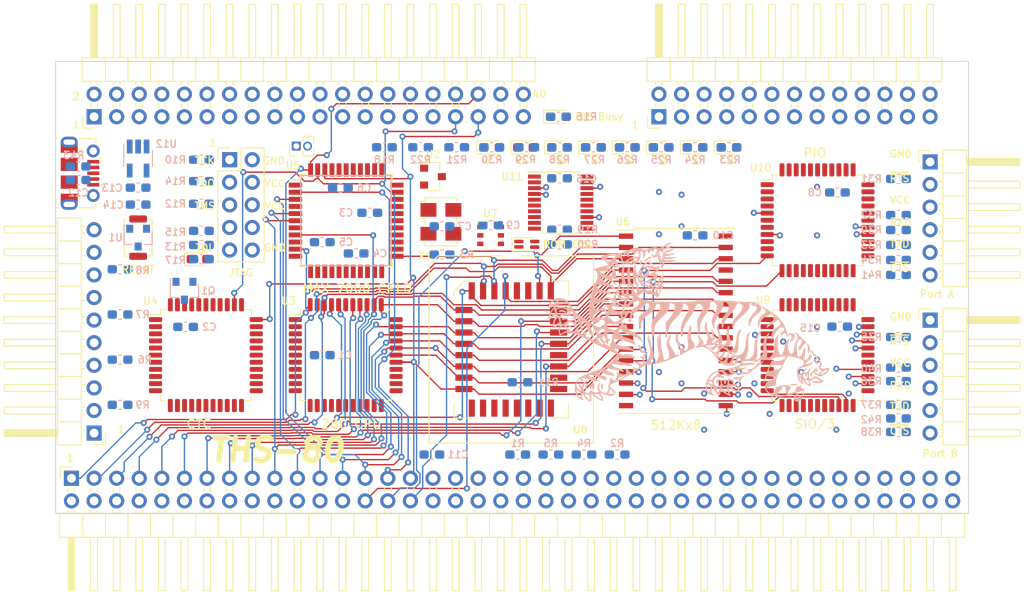
<source format=kicad_pcb>
(kicad_pcb (version 20190605) (host pcbnew "(5.1.0-1429-g77174e624)")
  (layers (0 "F.Cu" signal) (1 "In1.Cu" signal) (2 "In2.Cu" power) (31 "B.Cu" signal) (34 "B.Paste" user hide) (35 "F.Paste" user hide) (36 "B.SilkS" user hide) (37 "F.SilkS" user hide) (38 "B.Mask" user hide) (39 "F.Mask" user) (44 "Edge.Cuts" user))
  (net 0 "")
  (net 1 "GND")
  (net 2 "/~NMI")
  (net 3 "/~WAIT")
  (net 4 "/~INT")
  (net 5 "/A15")
  (net 6 "/A14")
  (net 7 "/A13")
  (net 8 "/A12")
  (net 9 "/A11")
  (net 10 "/A10")
  (net 11 "/A9")
  (net 12 "/A8")
  (net 13 "/A7")
  (net 14 "/A6")
  (net 15 "/A5")
  (net 16 "/A4")
  (net 17 "/A3")
  (net 18 "/A2")
  (net 19 "/A1")
  (net 20 "/A0")
  (net 21 "/D1")
  (net 22 "/D0")
  (net 23 "/D7")
  (net 24 "/D2")
  (net 25 "/D6")
  (net 26 "/D5")
  (net 27 "/D3")
  (net 28 "/D4")
  (net 29 "/CLK")
  (net 30 "/~IORQ")
  (net 31 "/~RD")
  (net 32 "/~WR")
  (net 33 "/~MREQ")
  (net 34 "/~M1")
  (net 35 "/IEO")
  (net 36 "/IEI")
  (net 37 "/~RESET")
  (net 38 "/~BUSREQ")
  (net 39 "/~HALT")
  (net 40 "/~BUSACK")
  (net 41 "/RXB")
  (net 42 "/TXB")
  (net 43 "/RXA")
  (net 44 "/TXA")
  (net 45 "/~RTSA")
  (net 46 "/~CTSA")
  (net 47 "/~RTSB")
  (net 48 "/~CTSB")
  (net 49 "/TDO")
  (net 50 "/TCK")
  (net 51 "/TMS")
  (net 52 "/TDI")
  (net 53 "/CLK_U")
  (net 54 "/A16")
  (net 55 "/A17")
  (net 56 "/A18")
  (net 57 "/~ASTB")
  (net 58 "/ARDY")
  (net 59 "/PA7")
  (net 60 "/PA6")
  (net 61 "/PA5")
  (net 62 "/PA4")
  (net 63 "/PA3")
  (net 64 "/PA2")
  (net 65 "/PA1")
  (net 66 "/PA0")
  (net 67 "/~ROM")
  (net 68 "/~SIO")
  (net 69 "/~PIO")
  (net 70 "/~RAM")
  (net 71 "VCC")
  (net 72 "/~PAGE")
  (net 73 "/~RFSH")
  (net 74 "/~CF")
  (net 75 "Net-(D1-Pad2)")
  (net 76 "/ZT2")
  (net 77 "/ZT1")
  (net 78 "/ZT0")
  (net 79 "/CLK_CPU")
  (net 80 "Net-(D2-Pad2)")
  (net 81 "/3V3")
  (net 82 "Net-(D1-Pad1)")
  (net 83 "Net-(D3-Pad2)")
  (net 84 "/~BSTB")
  (net 85 "/BRDY")
  (net 86 "/PB7")
  (net 87 "/PB6")
  (net 88 "/PB5")
  (net 89 "/PB4")
  (net 90 "/PB3")
  (net 91 "/PB2")
  (net 92 "/PB1")
  (net 93 "/PB0")
  (net 94 "Net-(Q1-Pad1)")
  (net 95 "/~ACTIVE")
  (net 96 "/CLK_50")
  (net 97 "Net-(D4-Pad2)")
  (net 98 "Net-(D5-Pad2)")
  (net 99 "Net-(D6-Pad2)")
  (net 100 "Net-(D7-Pad2)")
  (net 101 "Net-(D8-Pad2)")
  (net 102 "Net-(D9-Pad2)")
  (net 103 "Net-(D10-Pad2)")
  (net 104 "Net-(D11-Pad2)")
  (net 105 "/D_LED")
  (net 106 "Net-(C12-Pad1)")
  (net 107 "+5V")
  (net 108 "Net-(D3-Pad1)")
  (net 109 "Net-(D3-Pad4)")
  (net 110 "Net-(D3-Pad3)")
  (net 111 "Net-(J4-Pad38)")
  (net 112 "Net-(J4-Pad34)")
  (net 113 "Net-(J4-Pad29)")
  (net 114 "Net-(J4-Pad20)")
  (net 115 "Net-(J6-Pad6)")
  (net 116 "Net-(J6-Pad5)")
  (net 117 "Net-(J6-Pad4)")
  (net 118 "Net-(J6-Pad2)")
  (net 119 "Net-(J7-Pad6)")
  (net 120 "Net-(J7-Pad5)")
  (net 121 "Net-(J7-Pad4)")
  (net 122 "Net-(J7-Pad2)")
  (net 123 "Net-(R3-Pad1)")
  (net 124 "Net-(R11-Pad2)")
  (net 125 "Net-(R23-Pad1)")
  (net 126 "Net-(R24-Pad1)")
  (net 127 "Net-(R25-Pad1)")
  (net 128 "Net-(R26-Pad1)")
  (net 129 "Net-(R27-Pad1)")
  (net 130 "Net-(R28-Pad1)")
  (net 131 "Net-(R29-Pad1)")
  (net 132 "Net-(R30-Pad1)")
  (net 133 "Net-(J8-Pad1)")
  (module "Package_QFP:LQFP-44_10x10mm_P0.8mm" (layer "F.Cu") (at 187.5045 114.808)
    (fp_text reference "U9" (at -6.1485 -6.223) (layer "F.SilkS") (effects (font (size 0.8128 0.8128) (thickness 0.1524))))
    (fp_text value "SIO/3 - Z84C4310AEG")
    (pad "44" smd roundrect (at -4 -5.6625) (size 0.55 1.475) (layers "F.Cu" "F.Paste" "F.Mask") (net 44 "/TXA"))
    (pad "43" smd roundrect (at -3.2 -5.6625) (size 0.55 1.475) (layers "F.Cu" "F.Paste" "F.Mask") (net 53 "/CLK_U"))
    (pad "42" smd roundrect (at -2.4 -5.6625) (size 0.55 1.475) (layers "F.Cu" "F.Paste" "F.Mask") (net 53 "/CLK_U"))
    (pad "41" smd roundrect (at -1.6 -5.6625) (size 0.55 1.475) (layers "F.Cu" "F.Paste" "F.Mask") (net 43 "/RXA"))
    (pad "40" smd roundrect (at -0.8 -5.6625) (size 0.55 1.475) (layers "F.Cu" "F.Paste" "F.Mask"))
    (pad "39" smd roundrect (at 0 -5.6625) (size 0.55 1.475) (layers "F.Cu" "F.Paste" "F.Mask"))
    (pad "38" smd roundrect (at 0.8 -5.6625) (size 0.55 1.475) (layers "F.Cu" "F.Paste" "F.Mask"))
    (pad "37" smd roundrect (at 1.6 -5.6625) (size 0.55 1.475) (layers "F.Cu" "F.Paste" "F.Mask") (net 71 "VCC"))
    (pad "36" smd roundrect (at 2.4 -5.6625) (size 0.55 1.475) (layers "F.Cu" "F.Paste" "F.Mask") (net 34 "/~M1"))
    (pad "35" smd roundrect (at 3.2 -5.6625) (size 0.55 1.475) (layers "F.Cu" "F.Paste" "F.Mask") (net 35 "/IEO"))
    (pad "34" smd roundrect (at 4 -5.6625) (size 0.55 1.475) (layers "F.Cu" "F.Paste" "F.Mask") (net 36 "/IEI"))
    (pad "33" smd roundrect (at 5.6625 -4) (size 1.475 0.55) (layers "F.Cu" "F.Paste" "F.Mask") (net 4 "/~INT"))
    (pad "32" smd roundrect (at 5.6625 -3.2) (size 1.475 0.55) (layers "F.Cu" "F.Paste" "F.Mask") (net 23 "/D7"))
    (pad "31" smd roundrect (at 5.6625 -2.4) (size 1.475 0.55) (layers "F.Cu" "F.Paste" "F.Mask") (net 26 "/D5"))
    (pad "30" smd roundrect (at 5.6625 -1.6) (size 1.475 0.55) (layers "F.Cu" "F.Paste" "F.Mask") (net 27 "/D3"))
    (pad "29" smd roundrect (at 5.6625 -0.8) (size 1.475 0.55) (layers "F.Cu" "F.Paste" "F.Mask") (net 21 "/D1"))
    (pad "28" smd roundrect (at 5.6625 0) (size 1.475 0.55) (layers "F.Cu" "F.Paste" "F.Mask"))
    (pad "27" smd roundrect (at 5.6625 0.8) (size 1.475 0.55) (layers "F.Cu" "F.Paste" "F.Mask"))
    (pad "26" smd roundrect (at 5.6625 1.6) (size 1.475 0.55) (layers "F.Cu" "F.Paste" "F.Mask") (net 24 "/D2"))
    (pad "25" smd roundrect (at 5.6625 2.4) (size 1.475 0.55) (layers "F.Cu" "F.Paste" "F.Mask") (net 28 "/D4"))
    (pad "24" smd roundrect (at 5.6625 3.2) (size 1.475 0.55) (layers "F.Cu" "F.Paste" "F.Mask") (net 25 "/D6"))
    (pad "23" smd roundrect (at 5.6625 4) (size 1.475 0.55) (layers "F.Cu" "F.Paste" "F.Mask") (net 30 "/~IORQ"))
    (pad "22" smd roundrect (at 4 5.6625) (size 0.55 1.475) (layers "F.Cu" "F.Paste" "F.Mask") (net 68 "/~SIO"))
    (pad "21" smd roundrect (at 3.2 5.6625) (size 0.55 1.475) (layers "F.Cu" "F.Paste" "F.Mask") (net 19 "/A1"))
    (pad "20" smd roundrect (at 2.4 5.6625) (size 0.55 1.475) (layers "F.Cu" "F.Paste" "F.Mask") (net 20 "/A0"))
    (pad "19" smd roundrect (at 1.6 5.6625) (size 0.55 1.475) (layers "F.Cu" "F.Paste" "F.Mask") (net 31 "/~RD"))
    (pad "18" smd roundrect (at 0.8 5.6625) (size 0.55 1.475) (layers "F.Cu" "F.Paste" "F.Mask") (net 1 "GND"))
    (pad "17" smd roundrect (at 0 5.6625) (size 0.55 1.475) (layers "F.Cu" "F.Paste" "F.Mask"))
    (pad "16" smd roundrect (at -0.8 5.6625) (size 0.55 1.475) (layers "F.Cu" "F.Paste" "F.Mask"))
    (pad "15" smd roundrect (at -1.6 5.6625) (size 0.55 1.475) (layers "F.Cu" "F.Paste" "F.Mask"))
    (pad "14" smd roundrect (at -2.4 5.6625) (size 0.55 1.475) (layers "F.Cu" "F.Paste" "F.Mask") (net 41 "/RXB"))
    (pad "13" smd roundrect (at -3.2 5.6625) (size 0.55 1.475) (layers "F.Cu" "F.Paste" "F.Mask") (net 53 "/CLK_U"))
    (pad "12" smd roundrect (at -4 5.6625) (size 0.55 1.475) (layers "F.Cu" "F.Paste" "F.Mask") (net 53 "/CLK_U"))
    (pad "11" smd roundrect (at -5.6625 4) (size 1.475 0.55) (layers "F.Cu" "F.Paste" "F.Mask") (net 42 "/TXB"))
    (pad "10" smd roundrect (at -5.6625 3.2) (size 1.475 0.55) (layers "F.Cu" "F.Paste" "F.Mask"))
    (pad "9" smd roundrect (at -5.6625 2.4) (size 1.475 0.55) (layers "F.Cu" "F.Paste" "F.Mask") (net 47 "/~RTSB"))
    (pad "8" smd roundrect (at -5.6625 1.6) (size 1.475 0.55) (layers "F.Cu" "F.Paste" "F.Mask") (net 48 "/~CTSB"))
    (pad "7" smd roundrect (at -5.6625 0.8) (size 1.475 0.55) (layers "F.Cu" "F.Paste" "F.Mask") (net 1 "GND"))
    (pad "6" smd roundrect (at -5.6625 0) (size 1.475 0.55) (layers "F.Cu" "F.Paste" "F.Mask") (net 37 "/~RESET"))
    (pad "5" smd roundrect (at -5.6625 -0.8) (size 1.475 0.55) (layers "F.Cu" "F.Paste" "F.Mask") (net 79 "/CLK_CPU"))
    (pad "4" smd roundrect (at -5.6625 -1.6) (size 1.475 0.55) (layers "F.Cu" "F.Paste" "F.Mask") (net 1 "GND"))
    (pad "3" smd roundrect (at -5.6625 -2.4) (size 1.475 0.55) (layers "F.Cu" "F.Paste" "F.Mask") (net 46 "/~CTSA"))
    (pad "2" smd roundrect (at -5.6625 -3.2) (size 1.475 0.55) (layers "F.Cu" "F.Paste" "F.Mask") (net 45 "/~RTSA"))
    (pad "1" smd roundrect (at -5.6625 -4) (size 1.475 0.55) (layers "F.Cu" "F.Paste" "F.Mask"))
  )
  (module "Package_LCC:PLCC-32_SMD-Socket" (layer "F.Cu") (at 153.07475 114.173)
    (fp_text reference "U8" (at 7.747 9.017) (layer "F.SilkS") (effects (font (size 0.8128 0.8128) (thickness 0.1524))))
    (fp_text value "SST39SF040")
    (pad "1" smd rect (at -0.635 -6.5925) (size 0.7 1.925) (layers "F.Cu" "F.Paste" "F.Mask") (net 56 "/A18"))
    (pad "2" smd rect (at -1.905 -6.5925) (size 0.7 1.925) (layers "F.Cu" "F.Paste" "F.Mask") (net 54 "/A16"))
    (pad "3" smd rect (at -3.175 -6.5925) (size 0.7 1.925) (layers "F.Cu" "F.Paste" "F.Mask") (net 5 "/A15"))
    (pad "4" smd rect (at -4.445 -6.5925) (size 0.7 1.925) (layers "F.Cu" "F.Paste" "F.Mask") (net 8 "/A12"))
    (pad "32" smd rect (at 0.635 -6.5925) (size 0.7 1.925) (layers "F.Cu" "F.Paste" "F.Mask") (net 71 "VCC"))
    (pad "31" smd rect (at 1.905 -6.5925) (size 0.7 1.925) (layers "F.Cu" "F.Paste" "F.Mask") (net 124 "Net-(R11-Pad2)"))
    (pad "30" smd rect (at 3.175 -6.5925) (size 0.7 1.925) (layers "F.Cu" "F.Paste" "F.Mask") (net 55 "/A17"))
    (pad "29" smd rect (at 4.445 -6.5925) (size 0.7 1.925) (layers "F.Cu" "F.Paste" "F.Mask") (net 6 "/A14"))
    (pad "5" smd rect (at -5.3225 -4.445) (size 1.925 0.7) (layers "F.Cu" "F.Paste" "F.Mask") (net 13 "/A7"))
    (pad "6" smd rect (at -5.3225 -3.175) (size 1.925 0.7) (layers "F.Cu" "F.Paste" "F.Mask") (net 14 "/A6"))
    (pad "7" smd rect (at -5.3225 -1.905) (size 1.925 0.7) (layers "F.Cu" "F.Paste" "F.Mask") (net 15 "/A5"))
    (pad "8" smd rect (at -5.3225 -0.635) (size 1.925 0.7) (layers "F.Cu" "F.Paste" "F.Mask") (net 16 "/A4"))
    (pad "9" smd rect (at -5.3225 0.635) (size 1.925 0.7) (layers "F.Cu" "F.Paste" "F.Mask") (net 17 "/A3"))
    (pad "10" smd rect (at -5.3225 1.905) (size 1.925 0.7) (layers "F.Cu" "F.Paste" "F.Mask") (net 18 "/A2"))
    (pad "11" smd rect (at -5.3225 3.175) (size 1.925 0.7) (layers "F.Cu" "F.Paste" "F.Mask") (net 19 "/A1"))
    (pad "12" smd rect (at -5.3225 4.445) (size 1.925 0.7) (layers "F.Cu" "F.Paste" "F.Mask") (net 20 "/A0"))
    (pad "13" smd rect (at -4.445 6.5925) (size 0.7 1.925) (layers "F.Cu" "F.Paste" "F.Mask") (net 22 "/D0"))
    (pad "14" smd rect (at -3.175 6.5925) (size 0.7 1.925) (layers "F.Cu" "F.Paste" "F.Mask") (net 21 "/D1"))
    (pad "15" smd rect (at -1.905 6.5925) (size 0.7 1.925) (layers "F.Cu" "F.Paste" "F.Mask") (net 24 "/D2"))
    (pad "16" smd rect (at -0.635 6.5925) (size 0.7 1.925) (layers "F.Cu" "F.Paste" "F.Mask") (net 1 "GND"))
    (pad "17" smd rect (at 0.635 6.5925) (size 0.7 1.925) (layers "F.Cu" "F.Paste" "F.Mask") (net 27 "/D3"))
    (pad "18" smd rect (at 1.905 6.5925) (size 0.7 1.925) (layers "F.Cu" "F.Paste" "F.Mask") (net 28 "/D4"))
    (pad "19" smd rect (at 3.175 6.5925) (size 0.7 1.925) (layers "F.Cu" "F.Paste" "F.Mask") (net 26 "/D5"))
    (pad "20" smd rect (at 4.445 6.5925) (size 0.7 1.925) (layers "F.Cu" "F.Paste" "F.Mask") (net 25 "/D6"))
    (pad "21" smd rect (at 5.3225 4.445) (size 1.925 0.7) (layers "F.Cu" "F.Paste" "F.Mask") (net 23 "/D7"))
    (pad "22" smd rect (at 5.3225 3.175) (size 1.925 0.7) (layers "F.Cu" "F.Paste" "F.Mask") (net 67 "/~ROM"))
    (pad "23" smd rect (at 5.3225 1.905) (size 1.925 0.7) (layers "F.Cu" "F.Paste" "F.Mask") (net 10 "/A10"))
    (pad "24" smd rect (at 5.3225 0.635) (size 1.925 0.7) (layers "F.Cu" "F.Paste" "F.Mask") (net 31 "/~RD"))
    (pad "25" smd rect (at 5.3225 -0.635) (size 1.925 0.7) (layers "F.Cu" "F.Paste" "F.Mask") (net 9 "/A11"))
    (pad "26" smd rect (at 5.3225 -1.905) (size 1.925 0.7) (layers "F.Cu" "F.Paste" "F.Mask") (net 11 "/A9"))
    (pad "27" smd rect (at 5.3225 -3.175) (size 1.925 0.7) (layers "F.Cu" "F.Paste" "F.Mask") (net 12 "/A8"))
    (pad "28" smd rect (at 5.3225 -4.445) (size 1.925 0.7) (layers "F.Cu" "F.Paste" "F.Mask") (net 7 "/A13"))
  )
  (module "Capacitor_SMD:C_0603_1608Metric_Pad1.05x0.95mm_HandSolder" (layer "B.Cu") (at 158.496 94.923792 180)
    (fp_text reference "C16" (at -3.048 -0.072208) (layer "B.SilkS") (effects (font (size 0.8128 0.8128) (thickness 0.1524)) (justify mirror)))
    (fp_text value "100nF")
    (pad "2" smd roundrect (at 0.875 0 180) (size 1.05 0.95) (layers "B.Cu" "B.Paste" "B.Mask") (net 1 "GND"))
    (pad "1" smd roundrect (at -0.875 0 180) (size 1.05 0.95) (layers "B.Cu" "B.Paste" "B.Mask") (net 71 "VCC"))
  )
  (module "Capacitor_SMD:C_0603_1608Metric_Pad1.05x0.95mm_HandSolder" (layer "B.Cu") (at 189.992 111.601)
    (fp_text reference "C15" (at -3.302 0.159) (layer "B.SilkS") (effects (font (size 0.8128 0.8128) (thickness 0.1524)) (justify mirror)))
    (fp_text value "100nF")
    (pad "2" smd roundrect (at 0.875 0) (size 1.05 0.95) (layers "B.Cu" "B.Paste" "B.Mask") (net 1 "GND"))
    (pad "1" smd roundrect (at -0.875 0) (size 1.05 0.95) (layers "B.Cu" "B.Paste" "B.Mask") (net 71 "VCC"))
  )
  (module "Connector_USB:USB_Micro-B_Molex-105017-0001" (layer "F.Cu") (at 104.6155 94.361 270)
    (fp_text reference "J8" hide)
    (fp_text value "USB_B_Micro")
    (pad "6" smd rect (at -2.9 1.2375 270) (size 1.2 1.9) (layers "F.Cu" "F.Mask") (net 106 "Net-(C12-Pad1)"))
    (pad "6" smd rect (at 2.9 1.2375 270) (size 1.2 1.9) (layers "F.Cu" "F.Mask") (net 106 "Net-(C12-Pad1)"))
    (pad "6" thru_hole oval (at 3.5 1.2375 270) (size 1.2 1.9) (drill oval 0.6 1.3) (layers *.Cu *.Mask) (net 106 "Net-(C12-Pad1)"))
    (pad "6" thru_hole oval (at -3.5 1.2375 90) (size 1.2 1.9) (drill oval 0.6 1.3) (layers *.Cu *.Mask) (net 106 "Net-(C12-Pad1)"))
    (pad "6" smd rect (at -1 1.2375 270) (size 1.5 1.9) (layers "F.Cu" "F.Paste" "F.Mask") (net 106 "Net-(C12-Pad1)"))
    (pad "6" thru_hole circle (at 2.5 -1.4625 270) (size 1.45 1.45) (drill 0.85) (layers *.Cu *.Mask) (net 106 "Net-(C12-Pad1)"))
    (pad "3" smd rect (at 0 -1.4625 270) (size 0.4 1.35) (layers "F.Cu" "F.Paste" "F.Mask"))
    (pad "4" smd rect (at 0.65 -1.4625 270) (size 0.4 1.35) (layers "F.Cu" "F.Paste" "F.Mask"))
    (pad "5" smd rect (at 1.3 -1.4625 270) (size 0.4 1.35) (layers "F.Cu" "F.Paste" "F.Mask") (net 106 "Net-(C12-Pad1)"))
    (pad "1" smd rect (at -1.3 -1.4625 270) (size 0.4 1.35) (layers "F.Cu" "F.Paste" "F.Mask") (net 133 "Net-(J8-Pad1)"))
    (pad "2" smd rect (at -0.65 -1.4625 270) (size 0.4 1.35) (layers "F.Cu" "F.Paste" "F.Mask"))
    (pad "6" thru_hole circle (at -2.5 -1.4625 270) (size 1.45 1.45) (drill 0.85) (layers *.Cu *.Mask) (net 106 "Net-(C12-Pad1)"))
    (pad "6" smd rect (at 1 1.2375 270) (size 1.5 1.9) (layers "F.Cu" "F.Paste" "F.Mask") (net 106 "Net-(C12-Pad1)"))
  )
  (module "Capacitor_SMD:C_0603_1608Metric_Pad1.05x0.95mm_HandSolder" (layer "B.Cu") (at 111.125 97.885)
    (fp_text reference "C14" (at -2.794 0.032) (layer "B.SilkS") (effects (font (size 0.8128 0.8128) (thickness 0.1524)) (justify mirror)))
    (fp_text value "1uF")
    (pad "2" smd roundrect (at 0.875 0) (size 1.05 0.95) (layers "B.Cu" "B.Paste" "B.Mask") (net 1 "GND"))
    (pad "1" smd roundrect (at -0.875 0) (size 1.05 0.95) (layers "B.Cu" "B.Paste" "B.Mask") (net 107 "+5V"))
  )
  (module "Capacitor_SMD:C_0603_1608Metric_Pad1.05x0.95mm_HandSolder" (layer "B.Cu") (at 111.125 95.98)
    (fp_text reference "C13" (at -2.921 0.032) (layer "B.SilkS") (effects (font (size 0.8128 0.8128) (thickness 0.1524)) (justify mirror)))
    (fp_text value "10uF")
    (pad "2" smd roundrect (at 0.875 0) (size 1.05 0.95) (layers "B.Cu" "B.Paste" "B.Mask") (net 1 "GND"))
    (pad "1" smd roundrect (at -0.875 0) (size 1.05 0.95) (layers "B.Cu" "B.Paste" "B.Mask") (net 107 "+5V"))
  )
  (module "Capacitor_SMD:C_0603_1608Metric_Pad1.05x0.95mm_HandSolder" (layer "B.Cu") (at 104.394 95.123)
    (fp_text reference "C12" (at 0 1.43) (layer "B.SilkS") (effects (font (size 0.8128 0.8128)) (justify mirror)))
    (fp_text value "100nF")
    (pad "2" smd roundrect (at 0.875 0) (size 1.05 0.95) (layers "B.Cu" "B.Paste" "B.Mask") (net 1 "GND"))
    (pad "1" smd roundrect (at -0.875 0) (size 1.05 0.95) (layers "B.Cu" "B.Paste" "B.Mask") (net 106 "Net-(C12-Pad1)"))
  )
  (module "Package_TO_SOT_SMD:SOT-23-5_HandSoldering" (layer "B.Cu") (at 111.125 92.71 270)
    (fp_text reference "U12" (at -1.651 -3.175 180) (layer "B.SilkS") (effects (font (size 0.8128 0.8128) (thickness 0.1524)) (justify mirror)))
    (fp_text value "MAX40200AUK")
    (pad "5" smd rect (at 1.35 0.95 270) (size 1.56 0.65) (layers "B.Cu" "B.Paste" "B.Mask") (net 107 "+5V"))
    (pad "4" smd rect (at 1.35 -0.95 270) (size 1.56 0.65) (layers "B.Cu" "B.Paste" "B.Mask"))
    (pad "3" smd rect (at -1.35 -0.95 270) (size 1.56 0.65) (layers "B.Cu" "B.Paste" "B.Mask") (net 133 "Net-(J8-Pad1)"))
    (pad "2" smd rect (at -1.35 0 270) (size 1.56 0.65) (layers "B.Cu" "B.Paste" "B.Mask") (net 1 "GND"))
    (pad "1" smd rect (at -1.35 0.95 270) (size 1.56 0.65) (layers "B.Cu" "B.Paste" "B.Mask") (net 133 "Net-(J8-Pad1)"))
  )
  (module "Resistor_SMD:R_0603_1608Metric_Pad1.05x0.95mm_HandSolder" (layer "B.Cu") (at 104.38 93.599)
    (fp_text reference "R43" (at -0.494 -1.27) (layer "B.SilkS") (effects (font (size 0.8128 0.8128) (thickness 0.1524)) (justify mirror)))
    (fp_text value "1M")
    (pad "2" smd roundrect (at 0.875 0) (size 1.05 0.95) (layers "B.Cu" "B.Paste" "B.Mask") (net 1 "GND"))
    (pad "1" smd roundrect (at -0.875 0) (size 1.05 0.95) (layers "B.Cu" "B.Paste" "B.Mask") (net 106 "Net-(C12-Pad1)"))
  )
  (module "Package_SO:TSOP-6_1.65x3.05mm_P0.95mm" (layer "F.Cu") (at 150.749 101.346)
    (fp_text reference "U7" (at 0 -2.45) (layer "F.SilkS") (effects (font (size 0.8128 0.8128) (thickness 0.1524))))
    (fp_text value "74HCT2G04")
    (pad "6" smd rect (at 1.16 -0.95) (size 0.7 0.51) (layers "F.Cu" "F.Paste" "F.Mask") (net 83 "Net-(D3-Pad2)"))
    (pad "5" smd rect (at 1.16 0) (size 0.7 0.51) (layers "F.Cu" "F.Paste" "F.Mask") (net 71 "VCC"))
    (pad "4" smd rect (at 1.16 0.95) (size 0.7 0.51) (layers "F.Cu" "F.Paste" "F.Mask") (net 109 "Net-(D3-Pad4)"))
    (pad "3" smd rect (at -1.16 0.95) (size 0.7 0.51) (layers "F.Cu" "F.Paste" "F.Mask") (net 83 "Net-(D3-Pad2)"))
    (pad "2" smd rect (at -1.16 0) (size 0.7 0.51) (layers "F.Cu" "F.Paste" "F.Mask") (net 1 "GND"))
    (pad "1" smd rect (at -1.16 -0.95) (size 0.7 0.51) (layers "F.Cu" "F.Paste" "F.Mask") (net 67 "/~ROM"))
  )
  (module "Package_SO:TSOP-II-32_21.0x10.2mm_P1.27mm" (layer "F.Cu") (at 171.577 110.958)
    (fp_text reference "U6" (at -5.969 -11.136) (layer "F.SilkS") (effects (font (size 0.8128 0.8128) (thickness 0.1524))))
    (fp_text value "SRAM - IS62C5128BL-45TLI")
    (pad "32" smd rect (at 5.6 -9.525) (size 1.6 0.6) (layers "F.Cu" "F.Paste" "F.Mask") (net 71 "VCC"))
    (pad "31" smd rect (at 5.6 -8.255) (size 1.6 0.6) (layers "F.Cu" "F.Paste" "F.Mask") (net 5 "/A15"))
    (pad "30" smd rect (at 5.6 -6.985) (size 1.6 0.6) (layers "F.Cu" "F.Paste" "F.Mask") (net 56 "/A18"))
    (pad "29" smd rect (at 5.6 -5.715) (size 1.6 0.6) (layers "F.Cu" "F.Paste" "F.Mask") (net 32 "/~WR"))
    (pad "28" smd rect (at 5.6 -4.445) (size 1.6 0.6) (layers "F.Cu" "F.Paste" "F.Mask") (net 7 "/A13"))
    (pad "27" smd rect (at 5.6 -3.175) (size 1.6 0.6) (layers "F.Cu" "F.Paste" "F.Mask") (net 12 "/A8"))
    (pad "26" smd rect (at 5.6 -1.905) (size 1.6 0.6) (layers "F.Cu" "F.Paste" "F.Mask") (net 11 "/A9"))
    (pad "25" smd rect (at 5.6 -0.625) (size 1.6 0.6) (layers "F.Cu" "F.Paste" "F.Mask") (net 9 "/A11"))
    (pad "24" smd rect (at 5.6 0.625) (size 1.6 0.6) (layers "F.Cu" "F.Paste" "F.Mask") (net 31 "/~RD"))
    (pad "23" smd rect (at 5.6 1.905) (size 1.6 0.6) (layers "F.Cu" "F.Paste" "F.Mask") (net 10 "/A10"))
    (pad "22" smd rect (at 5.6 3.175) (size 1.6 0.6) (layers "F.Cu" "F.Paste" "F.Mask") (net 70 "/~RAM"))
    (pad "21" smd rect (at 5.6 4.445) (size 1.6 0.6) (layers "F.Cu" "F.Paste" "F.Mask") (net 23 "/D7"))
    (pad "20" smd rect (at 5.6 5.715) (size 1.6 0.6) (layers "F.Cu" "F.Paste" "F.Mask") (net 25 "/D6"))
    (pad "19" smd rect (at 5.6 6.985) (size 1.6 0.6) (layers "F.Cu" "F.Paste" "F.Mask") (net 26 "/D5"))
    (pad "18" smd rect (at 5.6 8.255) (size 1.6 0.6) (layers "F.Cu" "F.Paste" "F.Mask") (net 28 "/D4"))
    (pad "17" smd rect (at 5.6 9.525) (size 1.6 0.6) (layers "F.Cu" "F.Paste" "F.Mask") (net 27 "/D3"))
    (pad "16" smd rect (at -5.6 9.525) (size 1.6 0.6) (layers "F.Cu" "F.Paste" "F.Mask") (net 1 "GND"))
    (pad "15" smd rect (at -5.6 8.255) (size 1.6 0.6) (layers "F.Cu" "F.Paste" "F.Mask") (net 24 "/D2"))
    (pad "14" smd rect (at -5.6 6.985) (size 1.6 0.6) (layers "F.Cu" "F.Paste" "F.Mask") (net 21 "/D1"))
    (pad "13" smd rect (at -5.6 5.715) (size 1.6 0.6) (layers "F.Cu" "F.Paste" "F.Mask") (net 22 "/D0"))
    (pad "12" smd rect (at -5.6 4.445) (size 1.6 0.6) (layers "F.Cu" "F.Paste" "F.Mask") (net 20 "/A0"))
    (pad "11" smd rect (at -5.6 3.175) (size 1.6 0.6) (layers "F.Cu" "F.Paste" "F.Mask") (net 19 "/A1"))
    (pad "10" smd rect (at -5.6 1.905) (size 1.6 0.6) (layers "F.Cu" "F.Paste" "F.Mask") (net 18 "/A2"))
    (pad "9" smd rect (at -5.6 0.625) (size 1.6 0.6) (layers "F.Cu" "F.Paste" "F.Mask") (net 17 "/A3"))
    (pad "8" smd rect (at -5.6 -0.625) (size 1.6 0.6) (layers "F.Cu" "F.Paste" "F.Mask") (net 16 "/A4"))
    (pad "7" smd rect (at -5.6 -1.905) (size 1.6 0.6) (layers "F.Cu" "F.Paste" "F.Mask") (net 15 "/A5"))
    (pad "6" smd rect (at -5.6 -3.175) (size 1.6 0.6) (layers "F.Cu" "F.Paste" "F.Mask") (net 14 "/A6"))
    (pad "5" smd rect (at -5.6 -4.445) (size 1.6 0.6) (layers "F.Cu" "F.Paste" "F.Mask") (net 13 "/A7"))
    (pad "4" smd rect (at -5.6 -5.715) (size 1.6 0.6) (layers "F.Cu" "F.Paste" "F.Mask") (net 8 "/A12"))
    (pad "3" smd rect (at -5.6 -6.985) (size 1.6 0.6) (layers "F.Cu" "F.Paste" "F.Mask") (net 6 "/A14"))
    (pad "2" smd rect (at -5.6 -8.255) (size 1.6 0.6) (layers "F.Cu" "F.Paste" "F.Mask") (net 54 "/A16"))
    (pad "1" smd rect (at -5.6 -9.525) (size 1.6 0.6) (layers "F.Cu" "F.Paste" "F.Mask") (net 55 "/A17"))
  )
  (module "Package_QFP:TQFP-44_10x10mm_P0.8mm" (layer "F.Cu") (at 134.509875 99.695)
    (fp_text reference "U5" (at -5.985875 -6.223) (layer "F.SilkS") (effects (font (size 0.8128 0.8128) (thickness 0.1524))))
    (fp_text value "CPLD - EPM7032STC44")
    (pad "44" smd rect (at -4 -5.7 90) (size 1.5 0.55) (layers "F.Cu" "F.Paste" "F.Mask") (net 18 "/A2"))
    (pad "43" smd rect (at -3.2 -5.7 90) (size 1.5 0.55) (layers "F.Cu" "F.Paste" "F.Mask") (net 19 "/A1"))
    (pad "42" smd rect (at -2.4 -5.7 90) (size 1.5 0.55) (layers "F.Cu" "F.Paste" "F.Mask") (net 20 "/A0"))
    (pad "41" smd rect (at -1.6 -5.7 90) (size 1.5 0.55) (layers "F.Cu" "F.Paste" "F.Mask") (net 71 "VCC"))
    (pad "40" smd rect (at -0.8 -5.7 90) (size 1.5 0.55) (layers "F.Cu" "F.Paste" "F.Mask") (net 33 "/~MREQ"))
    (pad "39" smd rect (at 0 -5.7 90) (size 1.5 0.55) (layers "F.Cu" "F.Paste" "F.Mask") (net 37 "/~RESET"))
    (pad "38" smd rect (at 0.8 -5.7 90) (size 1.5 0.55) (layers "F.Cu" "F.Paste" "F.Mask") (net 30 "/~IORQ"))
    (pad "37" smd rect (at 1.6 -5.7 90) (size 1.5 0.55) (layers "F.Cu" "F.Paste" "F.Mask") (net 96 "/CLK_50"))
    (pad "36" smd rect (at 2.4 -5.7 90) (size 1.5 0.55) (layers "F.Cu" "F.Paste" "F.Mask") (net 1 "GND"))
    (pad "35" smd rect (at 3.2 -5.7 90) (size 1.5 0.55) (layers "F.Cu" "F.Paste" "F.Mask") (net 70 "/~RAM"))
    (pad "34" smd rect (at 4 -5.7 90) (size 1.5 0.55) (layers "F.Cu" "F.Paste" "F.Mask") (net 67 "/~ROM"))
    (pad "33" smd rect (at 5.7 -4) (size 1.5 0.55) (layers "F.Cu" "F.Paste" "F.Mask") (net 68 "/~SIO"))
    (pad "32" smd rect (at 5.7 -3.2) (size 1.5 0.55) (layers "F.Cu" "F.Paste" "F.Mask") (net 49 "/TDO"))
    (pad "31" smd rect (at 5.7 -2.4) (size 1.5 0.55) (layers "F.Cu" "F.Paste" "F.Mask"))
    (pad "30" smd rect (at 5.7 -1.6) (size 1.5 0.55) (layers "F.Cu" "F.Paste" "F.Mask") (net 69 "/~PIO"))
    (pad "29" smd rect (at 5.7 -0.8) (size 1.5 0.55) (layers "F.Cu" "F.Paste" "F.Mask") (net 71 "VCC"))
    (pad "28" smd rect (at 5.7 0) (size 1.5 0.55) (layers "F.Cu" "F.Paste" "F.Mask") (net 74 "/~CF"))
    (pad "27" smd rect (at 5.7 0.8) (size 1.5 0.55) (layers "F.Cu" "F.Paste" "F.Mask") (net 72 "/~PAGE"))
    (pad "26" smd rect (at 5.7 1.6) (size 1.5 0.55) (layers "F.Cu" "F.Paste" "F.Mask") (net 50 "/TCK"))
    (pad "25" smd rect (at 5.7 2.4) (size 1.5 0.55) (layers "F.Cu" "F.Paste" "F.Mask") (net 105 "/D_LED"))
    (pad "24" smd rect (at 5.7 3.2) (size 1.5 0.55) (layers "F.Cu" "F.Paste" "F.Mask") (net 1 "GND"))
    (pad "23" smd rect (at 5.7 4) (size 1.5 0.55) (layers "F.Cu" "F.Paste" "F.Mask") (net 54 "/A16"))
    (pad "22" smd rect (at 4 5.7 90) (size 1.5 0.55) (layers "F.Cu" "F.Paste" "F.Mask"))
    (pad "21" smd rect (at 3.2 5.7 90) (size 1.5 0.55) (layers "F.Cu" "F.Paste" "F.Mask"))
    (pad "20" smd rect (at 2.4 5.7 90) (size 1.5 0.55) (layers "F.Cu" "F.Paste" "F.Mask"))
    (pad "19" smd rect (at 1.6 5.7 90) (size 1.5 0.55) (layers "F.Cu" "F.Paste" "F.Mask") (net 79 "/CLK_CPU"))
    (pad "18" smd rect (at 0.8 5.7 90) (size 1.5 0.55) (layers "F.Cu" "F.Paste" "F.Mask") (net 53 "/CLK_U"))
    (pad "17" smd rect (at 0 5.7 90) (size 1.5 0.55) (layers "F.Cu" "F.Paste" "F.Mask") (net 71 "VCC"))
    (pad "16" smd rect (at -0.8 5.7 90) (size 1.5 0.55) (layers "F.Cu" "F.Paste" "F.Mask") (net 1 "GND"))
    (pad "15" smd rect (at -1.6 5.7 90) (size 1.5 0.55) (layers "F.Cu" "F.Paste" "F.Mask") (net 32 "/~WR"))
    (pad "14" smd rect (at -2.4 5.7 90) (size 1.5 0.55) (layers "F.Cu" "F.Paste" "F.Mask") (net 31 "/~RD"))
    (pad "13" smd rect (at -3.2 5.7 90) (size 1.5 0.55) (layers "F.Cu" "F.Paste" "F.Mask") (net 34 "/~M1"))
    (pad "12" smd rect (at -4 5.7 90) (size 1.5 0.55) (layers "F.Cu" "F.Paste" "F.Mask") (net 23 "/D7"))
    (pad "11" smd rect (at -5.7 4) (size 1.5 0.55) (layers "F.Cu" "F.Paste" "F.Mask") (net 22 "/D0"))
    (pad "10" smd rect (at -5.7 3.2) (size 1.5 0.55) (layers "F.Cu" "F.Paste" "F.Mask") (net 5 "/A15"))
    (pad "9" smd rect (at -5.7 2.4) (size 1.5 0.55) (layers "F.Cu" "F.Paste" "F.Mask") (net 71 "VCC"))
    (pad "8" smd rect (at -5.7 1.6) (size 1.5 0.55) (layers "F.Cu" "F.Paste" "F.Mask") (net 13 "/A7"))
    (pad "7" smd rect (at -5.7 0.8) (size 1.5 0.55) (layers "F.Cu" "F.Paste" "F.Mask") (net 51 "/TMS"))
    (pad "6" smd rect (at -5.7 0) (size 1.5 0.55) (layers "F.Cu" "F.Paste" "F.Mask") (net 14 "/A6"))
    (pad "5" smd rect (at -5.7 -0.8) (size 1.5 0.55) (layers "F.Cu" "F.Paste" "F.Mask") (net 15 "/A5"))
    (pad "4" smd rect (at -5.7 -1.6) (size 1.5 0.55) (layers "F.Cu" "F.Paste" "F.Mask") (net 1 "GND"))
    (pad "3" smd rect (at -5.7 -2.4) (size 1.5 0.55) (layers "F.Cu" "F.Paste" "F.Mask") (net 16 "/A4"))
    (pad "2" smd rect (at -5.7 -3.2) (size 1.5 0.55) (layers "F.Cu" "F.Paste" "F.Mask") (net 17 "/A3"))
    (pad "1" smd rect (at -5.7 -4) (size 1.5 0.55) (layers "F.Cu" "F.Paste" "F.Mask") (net 52 "/TDI"))
  )
  (module "Package_QFP:LQFP-44_10x10mm_P0.8mm" (layer "F.Cu") (at 118.745 114.808)
    (fp_text reference "U4" (at -6.223 -6.096) (layer "F.SilkS") (effects (font (size 0.8128 0.8128) (thickness 0.1524))))
    (fp_text value "CTC - Z84C3010AEG")
    (pad "44" smd roundrect (at -4 -5.6625) (size 0.55 1.475) (layers "F.Cu" "F.Paste" "F.Mask"))
    (pad "43" smd roundrect (at -3.2 -5.6625) (size 0.55 1.475) (layers "F.Cu" "F.Paste" "F.Mask") (net 71 "VCC"))
    (pad "42" smd roundrect (at -2.4 -5.6625) (size 0.55 1.475) (layers "F.Cu" "F.Paste" "F.Mask"))
    (pad "41" smd roundrect (at -1.6 -5.6625) (size 0.55 1.475) (layers "F.Cu" "F.Paste" "F.Mask") (net 53 "/CLK_U"))
    (pad "40" smd roundrect (at -0.8 -5.6625) (size 0.55 1.475) (layers "F.Cu" "F.Paste" "F.Mask") (net 53 "/CLK_U"))
    (pad "39" smd roundrect (at 0 -5.6625) (size 0.55 1.475) (layers "F.Cu" "F.Paste" "F.Mask"))
    (pad "38" smd roundrect (at 0.8 -5.6625) (size 0.55 1.475) (layers "F.Cu" "F.Paste" "F.Mask"))
    (pad "37" smd roundrect (at 1.6 -5.6625) (size 0.55 1.475) (layers "F.Cu" "F.Paste" "F.Mask") (net 53 "/CLK_U"))
    (pad "36" smd roundrect (at 2.4 -5.6625) (size 0.55 1.475) (layers "F.Cu" "F.Paste" "F.Mask") (net 53 "/CLK_U"))
    (pad "35" smd roundrect (at 3.2 -5.6625) (size 0.55 1.475) (layers "F.Cu" "F.Paste" "F.Mask") (net 19 "/A1"))
    (pad "34" smd roundrect (at 4 -5.6625) (size 0.55 1.475) (layers "F.Cu" "F.Paste" "F.Mask"))
    (pad "33" smd roundrect (at 5.6625 -4) (size 1.475 0.55) (layers "F.Cu" "F.Paste" "F.Mask") (net 20 "/A0"))
    (pad "32" smd roundrect (at 5.6625 -3.2) (size 1.475 0.55) (layers "F.Cu" "F.Paste" "F.Mask") (net 37 "/~RESET"))
    (pad "31" smd roundrect (at 5.6625 -2.4) (size 1.475 0.55) (layers "F.Cu" "F.Paste" "F.Mask") (net 68 "/~SIO"))
    (pad "30" smd roundrect (at 5.6625 -1.6) (size 1.475 0.55) (layers "F.Cu" "F.Paste" "F.Mask"))
    (pad "29" smd roundrect (at 5.6625 -0.8) (size 1.475 0.55) (layers "F.Cu" "F.Paste" "F.Mask") (net 79 "/CLK_CPU"))
    (pad "28" smd roundrect (at 5.6625 0) (size 1.475 0.55) (layers "F.Cu" "F.Paste" "F.Mask"))
    (pad "27" smd roundrect (at 5.6625 0.8) (size 1.475 0.55) (layers "F.Cu" "F.Paste" "F.Mask") (net 34 "/~M1"))
    (pad "26" smd roundrect (at 5.6625 1.6) (size 1.475 0.55) (layers "F.Cu" "F.Paste" "F.Mask"))
    (pad "25" smd roundrect (at 5.6625 2.4) (size 1.475 0.55) (layers "F.Cu" "F.Paste" "F.Mask") (net 36 "/IEI"))
    (pad "24" smd roundrect (at 5.6625 3.2) (size 1.475 0.55) (layers "F.Cu" "F.Paste" "F.Mask"))
    (pad "23" smd roundrect (at 5.6625 4) (size 1.475 0.55) (layers "F.Cu" "F.Paste" "F.Mask") (net 4 "/~INT"))
    (pad "22" smd roundrect (at 4 5.6625) (size 0.55 1.475) (layers "F.Cu" "F.Paste" "F.Mask") (net 35 "/IEO"))
    (pad "21" smd roundrect (at 3.2 5.6625) (size 0.55 1.475) (layers "F.Cu" "F.Paste" "F.Mask") (net 30 "/~IORQ"))
    (pad "20" smd roundrect (at 2.4 5.6625) (size 0.55 1.475) (layers "F.Cu" "F.Paste" "F.Mask"))
    (pad "19" smd roundrect (at 1.6 5.6625) (size 0.55 1.475) (layers "F.Cu" "F.Paste" "F.Mask") (net 76 "/ZT2"))
    (pad "18" smd roundrect (at 0.8 5.6625) (size 0.55 1.475) (layers "F.Cu" "F.Paste" "F.Mask") (net 77 "/ZT1"))
    (pad "17" smd roundrect (at 0 5.6625) (size 0.55 1.475) (layers "F.Cu" "F.Paste" "F.Mask"))
    (pad "16" smd roundrect (at -0.8 5.6625) (size 0.55 1.475) (layers "F.Cu" "F.Paste" "F.Mask") (net 78 "/ZT0"))
    (pad "15" smd roundrect (at -1.6 5.6625) (size 0.55 1.475) (layers "F.Cu" "F.Paste" "F.Mask"))
    (pad "14" smd roundrect (at -2.4 5.6625) (size 0.55 1.475) (layers "F.Cu" "F.Paste" "F.Mask") (net 31 "/~RD"))
    (pad "13" smd roundrect (at -3.2 5.6625) (size 0.55 1.475) (layers "F.Cu" "F.Paste" "F.Mask") (net 1 "GND"))
    (pad "12" smd roundrect (at -4 5.6625) (size 0.55 1.475) (layers "F.Cu" "F.Paste" "F.Mask") (net 23 "/D7"))
    (pad "11" smd roundrect (at -5.6625 4) (size 1.475 0.55) (layers "F.Cu" "F.Paste" "F.Mask"))
    (pad "10" smd roundrect (at -5.6625 3.2) (size 1.475 0.55) (layers "F.Cu" "F.Paste" "F.Mask") (net 25 "/D6"))
    (pad "9" smd roundrect (at -5.6625 2.4) (size 1.475 0.55) (layers "F.Cu" "F.Paste" "F.Mask") (net 26 "/D5"))
    (pad "8" smd roundrect (at -5.6625 1.6) (size 1.475 0.55) (layers "F.Cu" "F.Paste" "F.Mask") (net 28 "/D4"))
    (pad "7" smd roundrect (at -5.6625 0.8) (size 1.475 0.55) (layers "F.Cu" "F.Paste" "F.Mask"))
    (pad "6" smd roundrect (at -5.6625 0) (size 1.475 0.55) (layers "F.Cu" "F.Paste" "F.Mask"))
    (pad "5" smd roundrect (at -5.6625 -0.8) (size 1.475 0.55) (layers "F.Cu" "F.Paste" "F.Mask"))
    (pad "4" smd roundrect (at -5.6625 -1.6) (size 1.475 0.55) (layers "F.Cu" "F.Paste" "F.Mask") (net 27 "/D3"))
    (pad "3" smd roundrect (at -5.6625 -2.4) (size 1.475 0.55) (layers "F.Cu" "F.Paste" "F.Mask") (net 24 "/D2"))
    (pad "2" smd roundrect (at -5.6625 -3.2) (size 1.475 0.55) (layers "F.Cu" "F.Paste" "F.Mask") (net 21 "/D1"))
    (pad "1" smd roundrect (at -5.6625 -4) (size 1.475 0.55) (layers "F.Cu" "F.Paste" "F.Mask") (net 22 "/D0"))
  )
  (module "Package_TO_SOT_SMD:SOT-23" (layer "F.Cu") (at 144.272 94.742)
    (fp_text reference "U2" (at 0 -2.5 180) (layer "F.SilkS") (effects (font (size 0.8128 0.8128) (thickness 0.1524))))
    (fp_text value "AP7381-33SA")
    (pad "3" smd rect (at 1 0) (size 0.9 0.8) (layers "F.Cu" "F.Paste" "F.Mask") (net 81 "/3V3"))
    (pad "2" smd rect (at -1 0.95) (size 0.9 0.8) (layers "F.Cu" "F.Paste" "F.Mask") (net 1 "GND"))
    (pad "1" smd rect (at -1 -0.95) (size 0.9 0.8) (layers "F.Cu" "F.Paste" "F.Mask") (net 71 "VCC"))
  )
  (module "Button_Switch_SMD:SW_Push_SPST_NO_Alps_SKRK" (layer "F.Cu") (at 111.125 101.6 270)
    (fp_text reference "SW1" hide)
    (fp_text value "Reset")
    (pad "1" smd roundrect (at -2.1 0 270) (size 0.8 2) (layers "F.Cu" "F.Paste" "F.Mask") (net 37 "/~RESET"))
    (pad "2" smd roundrect (at 2.1 0 270) (size 0.8 2) (layers "F.Cu" "F.Paste" "F.Mask") (net 1 "GND"))
  )
  (module "Connector_PinHeader_2.54mm:PinHeader_1x06_P2.54mm_Horizontal" (layer "F.Cu") (at 200.152 110.871)
    (fp_text reference "J7" hide)
    (fp_text value "Port B")
    (pad "6" thru_hole oval (at 0 12.7) (size 1.7 1.7) (drill 1) (layers *.Cu *.Mask) (net 119 "Net-(J7-Pad6)"))
    (pad "5" thru_hole oval (at 0 10.16) (size 1.7 1.7) (drill 1) (layers *.Cu *.Mask) (net 120 "Net-(J7-Pad5)"))
    (pad "4" thru_hole oval (at 0 7.62) (size 1.7 1.7) (drill 1) (layers *.Cu *.Mask) (net 121 "Net-(J7-Pad4)"))
    (pad "3" thru_hole oval (at 0 5.08) (size 1.7 1.7) (drill 1) (layers *.Cu *.Mask))
    (pad "2" thru_hole oval (at 0 2.54) (size 1.7 1.7) (drill 1) (layers *.Cu *.Mask) (net 122 "Net-(J7-Pad2)"))
    (pad "1" thru_hole rect (at 0 0) (size 1.7 1.7) (drill 1) (layers *.Cu *.Mask) (net 1 "GND"))
  )
  (module "Connector_PinHeader_2.54mm:PinHeader_1x06_P2.54mm_Horizontal" (layer "F.Cu") (at 200.152 93.091)
    (fp_text reference "J6" hide)
    (fp_text value "Port A")
    (pad "6" thru_hole oval (at 0 12.7) (size 1.7 1.7) (drill 1) (layers *.Cu *.Mask) (net 115 "Net-(J6-Pad6)"))
    (pad "5" thru_hole oval (at 0 10.16) (size 1.7 1.7) (drill 1) (layers *.Cu *.Mask) (net 116 "Net-(J6-Pad5)"))
    (pad "4" thru_hole oval (at 0 7.62) (size 1.7 1.7) (drill 1) (layers *.Cu *.Mask) (net 117 "Net-(J6-Pad4)"))
    (pad "3" thru_hole oval (at 0 5.08) (size 1.7 1.7) (drill 1) (layers *.Cu *.Mask))
    (pad "2" thru_hole oval (at 0 2.54) (size 1.7 1.7) (drill 1) (layers *.Cu *.Mask) (net 118 "Net-(J6-Pad2)"))
    (pad "1" thru_hole rect (at 0 0) (size 1.7 1.7) (drill 1) (layers *.Cu *.Mask) (net 1 "GND"))
  )
  (module "Connector_PinHeader_2.54mm:PinHeader_2x13_P2.54mm_Horizontal" (layer "F.Cu") (at 169.672 88.011 90)
    (fp_text reference "J5" hide)
    (fp_text value "PIO Header")
    (pad "26" thru_hole oval (at 2.54 30.48 90) (size 1.7 1.7) (drill 1) (layers *.Cu *.Mask) (net 71 "VCC"))
    (pad "25" thru_hole oval (at 0 30.48 90) (size 1.7 1.7) (drill 1) (layers *.Cu *.Mask) (net 1 "GND"))
    (pad "24" thru_hole oval (at 2.54 27.94 90) (size 1.7 1.7) (drill 1) (layers *.Cu *.Mask) (net 84 "/~BSTB"))
    (pad "23" thru_hole oval (at 0 27.94 90) (size 1.7 1.7) (drill 1) (layers *.Cu *.Mask) (net 1 "GND"))
    (pad "22" thru_hole oval (at 2.54 25.4 90) (size 1.7 1.7) (drill 1) (layers *.Cu *.Mask) (net 85 "/BRDY"))
    (pad "21" thru_hole oval (at 0 25.4 90) (size 1.7 1.7) (drill 1) (layers *.Cu *.Mask) (net 57 "/~ASTB"))
    (pad "20" thru_hole oval (at 2.54 22.86 90) (size 1.7 1.7) (drill 1) (layers *.Cu *.Mask) (net 93 "/PB0"))
    (pad "19" thru_hole oval (at 0 22.86 90) (size 1.7 1.7) (drill 1) (layers *.Cu *.Mask) (net 58 "/ARDY"))
    (pad "18" thru_hole oval (at 2.54 20.32 90) (size 1.7 1.7) (drill 1) (layers *.Cu *.Mask) (net 92 "/PB1"))
    (pad "17" thru_hole oval (at 0 20.32 90) (size 1.7 1.7) (drill 1) (layers *.Cu *.Mask) (net 66 "/PA0"))
    (pad "16" thru_hole oval (at 2.54 17.78 90) (size 1.7 1.7) (drill 1) (layers *.Cu *.Mask) (net 91 "/PB2"))
    (pad "15" thru_hole oval (at 0 17.78 90) (size 1.7 1.7) (drill 1) (layers *.Cu *.Mask) (net 65 "/PA1"))
    (pad "14" thru_hole oval (at 2.54 15.24 90) (size 1.7 1.7) (drill 1) (layers *.Cu *.Mask) (net 90 "/PB3"))
    (pad "13" thru_hole oval (at 0 15.24 90) (size 1.7 1.7) (drill 1) (layers *.Cu *.Mask) (net 64 "/PA2"))
    (pad "12" thru_hole oval (at 2.54 12.7 90) (size 1.7 1.7) (drill 1) (layers *.Cu *.Mask) (net 89 "/PB4"))
    (pad "11" thru_hole oval (at 0 12.7 90) (size 1.7 1.7) (drill 1) (layers *.Cu *.Mask) (net 63 "/PA3"))
    (pad "10" thru_hole oval (at 2.54 10.16 90) (size 1.7 1.7) (drill 1) (layers *.Cu *.Mask) (net 88 "/PB5"))
    (pad "9" thru_hole oval (at 0 10.16 90) (size 1.7 1.7) (drill 1) (layers *.Cu *.Mask) (net 62 "/PA4"))
    (pad "8" thru_hole oval (at 2.54 7.62 90) (size 1.7 1.7) (drill 1) (layers *.Cu *.Mask) (net 87 "/PB6"))
    (pad "7" thru_hole oval (at 0 7.62 90) (size 1.7 1.7) (drill 1) (layers *.Cu *.Mask) (net 61 "/PA5"))
    (pad "6" thru_hole oval (at 2.54 5.08 90) (size 1.7 1.7) (drill 1) (layers *.Cu *.Mask) (net 86 "/PB7"))
    (pad "5" thru_hole oval (at 0 5.08 90) (size 1.7 1.7) (drill 1) (layers *.Cu *.Mask) (net 60 "/PA6"))
    (pad "4" thru_hole oval (at 2.54 2.54 90) (size 1.7 1.7) (drill 1) (layers *.Cu *.Mask) (net 1 "GND"))
    (pad "3" thru_hole oval (at 0 2.54 90) (size 1.7 1.7) (drill 1) (layers *.Cu *.Mask) (net 59 "/PA7"))
    (pad "2" thru_hole oval (at 2.54 0 90) (size 1.7 1.7) (drill 1) (layers *.Cu *.Mask) (net 1 "GND"))
    (pad "1" thru_hole rect (at 0 0 90) (size 1.7 1.7) (drill 1) (layers *.Cu *.Mask) (net 71 "VCC"))
  )
  (module "Connector_PinHeader_2.54mm:PinHeader_2x20_P2.54mm_Horizontal" (layer "F.Cu") (at 106.172 88.011 90)
    (fp_text reference "J4" hide)
    (fp_text value "IDE")
    (pad "40" thru_hole oval (at 2.54 48.26 90) (size 1.7 1.7) (drill 1) (layers *.Cu *.Mask) (net 1 "GND"))
    (pad "39" thru_hole oval (at 0 48.26 90) (size 1.7 1.7) (drill 1) (layers *.Cu *.Mask) (net 95 "/~ACTIVE"))
    (pad "38" thru_hole oval (at 2.54 45.72 90) (size 1.7 1.7) (drill 1) (layers *.Cu *.Mask) (net 111 "Net-(J4-Pad38)"))
    (pad "37" thru_hole oval (at 0 45.72 90) (size 1.7 1.7) (drill 1) (layers *.Cu *.Mask) (net 74 "/~CF"))
    (pad "36" thru_hole oval (at 2.54 43.18 90) (size 1.7 1.7) (drill 1) (layers *.Cu *.Mask) (net 18 "/A2"))
    (pad "35" thru_hole oval (at 0 43.18 90) (size 1.7 1.7) (drill 1) (layers *.Cu *.Mask) (net 20 "/A0"))
    (pad "34" thru_hole oval (at 2.54 40.64 90) (size 1.7 1.7) (drill 1) (layers *.Cu *.Mask) (net 112 "Net-(J4-Pad34)"))
    (pad "33" thru_hole oval (at 0 40.64 90) (size 1.7 1.7) (drill 1) (layers *.Cu *.Mask) (net 19 "/A1"))
    (pad "32" thru_hole oval (at 2.54 38.1 90) (size 1.7 1.7) (drill 1) (layers *.Cu *.Mask))
    (pad "31" thru_hole oval (at 0 38.1 90) (size 1.7 1.7) (drill 1) (layers *.Cu *.Mask))
    (pad "30" thru_hole oval (at 2.54 35.56 90) (size 1.7 1.7) (drill 1) (layers *.Cu *.Mask) (net 1 "GND"))
    (pad "29" thru_hole oval (at 0 35.56 90) (size 1.7 1.7) (drill 1) (layers *.Cu *.Mask) (net 113 "Net-(J4-Pad29)"))
    (pad "28" thru_hole oval (at 2.54 33.02 90) (size 1.7 1.7) (drill 1) (layers *.Cu *.Mask))
    (pad "27" thru_hole oval (at 0 33.02 90) (size 1.7 1.7) (drill 1) (layers *.Cu *.Mask))
    (pad "26" thru_hole oval (at 2.54 30.48 90) (size 1.7 1.7) (drill 1) (layers *.Cu *.Mask) (net 1 "GND"))
    (pad "25" thru_hole oval (at 0 30.48 90) (size 1.7 1.7) (drill 1) (layers *.Cu *.Mask) (net 31 "/~RD"))
    (pad "24" thru_hole oval (at 2.54 27.94 90) (size 1.7 1.7) (drill 1) (layers *.Cu *.Mask) (net 1 "GND"))
    (pad "23" thru_hole oval (at 0 27.94 90) (size 1.7 1.7) (drill 1) (layers *.Cu *.Mask) (net 32 "/~WR"))
    (pad "22" thru_hole oval (at 2.54 25.4 90) (size 1.7 1.7) (drill 1) (layers *.Cu *.Mask) (net 1 "GND"))
    (pad "21" thru_hole oval (at 0 25.4 90) (size 1.7 1.7) (drill 1) (layers *.Cu *.Mask))
    (pad "20" thru_hole oval (at 2.54 22.86 90) (size 1.7 1.7) (drill 1) (layers *.Cu *.Mask) (net 114 "Net-(J4-Pad20)"))
    (pad "19" thru_hole oval (at 0 22.86 90) (size 1.7 1.7) (drill 1) (layers *.Cu *.Mask) (net 1 "GND"))
    (pad "18" thru_hole oval (at 2.54 20.32 90) (size 1.7 1.7) (drill 1) (layers *.Cu *.Mask))
    (pad "17" thru_hole oval (at 0 20.32 90) (size 1.7 1.7) (drill 1) (layers *.Cu *.Mask) (net 22 "/D0"))
    (pad "16" thru_hole oval (at 2.54 17.78 90) (size 1.7 1.7) (drill 1) (layers *.Cu *.Mask))
    (pad "15" thru_hole oval (at 0 17.78 90) (size 1.7 1.7) (drill 1) (layers *.Cu *.Mask) (net 21 "/D1"))
    (pad "14" thru_hole oval (at 2.54 15.24 90) (size 1.7 1.7) (drill 1) (layers *.Cu *.Mask))
    (pad "13" thru_hole oval (at 0 15.24 90) (size 1.7 1.7) (drill 1) (layers *.Cu *.Mask) (net 24 "/D2"))
    (pad "12" thru_hole oval (at 2.54 12.7 90) (size 1.7 1.7) (drill 1) (layers *.Cu *.Mask))
    (pad "11" thru_hole oval (at 0 12.7 90) (size 1.7 1.7) (drill 1) (layers *.Cu *.Mask) (net 27 "/D3"))
    (pad "10" thru_hole oval (at 2.54 10.16 90) (size 1.7 1.7) (drill 1) (layers *.Cu *.Mask))
    (pad "9" thru_hole oval (at 0 10.16 90) (size 1.7 1.7) (drill 1) (layers *.Cu *.Mask) (net 28 "/D4"))
    (pad "8" thru_hole oval (at 2.54 7.62 90) (size 1.7 1.7) (drill 1) (layers *.Cu *.Mask))
    (pad "7" thru_hole oval (at 0 7.62 90) (size 1.7 1.7) (drill 1) (layers *.Cu *.Mask) (net 26 "/D5"))
    (pad "6" thru_hole oval (at 2.54 5.08 90) (size 1.7 1.7) (drill 1) (layers *.Cu *.Mask))
    (pad "5" thru_hole oval (at 0 5.08 90) (size 1.7 1.7) (drill 1) (layers *.Cu *.Mask) (net 25 "/D6"))
    (pad "4" thru_hole oval (at 2.54 2.54 90) (size 1.7 1.7) (drill 1) (layers *.Cu *.Mask))
    (pad "3" thru_hole oval (at 0 2.54 90) (size 1.7 1.7) (drill 1) (layers *.Cu *.Mask) (net 23 "/D7"))
    (pad "2" thru_hole oval (at 2.54 0 90) (size 1.7 1.7) (drill 1) (layers *.Cu *.Mask) (net 1 "GND"))
    (pad "1" thru_hole rect (at 0 0 90) (size 1.7 1.7) (drill 1) (layers *.Cu *.Mask) (net 37 "/~RESET"))
  )
  (module "Connector_PinHeader_2.54mm:PinHeader_2x05_P2.54mm_Vertical" (layer "F.Cu") (at 121.412 92.837)
    (fp_text reference "J3" hide)
    (fp_text value "AVR-JTAG-10")
    (pad "10" thru_hole oval (at 2.54 10.16) (size 1.7 1.7) (drill 1) (layers *.Cu *.Mask) (net 1 "GND"))
    (pad "9" thru_hole oval (at 0 10.16) (size 1.7 1.7) (drill 1) (layers *.Cu *.Mask) (net 52 "/TDI"))
    (pad "8" thru_hole oval (at 2.54 7.62) (size 1.7 1.7) (drill 1) (layers *.Cu *.Mask))
    (pad "7" thru_hole oval (at 0 7.62) (size 1.7 1.7) (drill 1) (layers *.Cu *.Mask))
    (pad "6" thru_hole oval (at 2.54 5.08) (size 1.7 1.7) (drill 1) (layers *.Cu *.Mask) (net 71 "VCC"))
    (pad "5" thru_hole oval (at 0 5.08) (size 1.7 1.7) (drill 1) (layers *.Cu *.Mask) (net 51 "/TMS"))
    (pad "4" thru_hole oval (at 2.54 2.54) (size 1.7 1.7) (drill 1) (layers *.Cu *.Mask) (net 71 "VCC"))
    (pad "3" thru_hole oval (at 0 2.54) (size 1.7 1.7) (drill 1) (layers *.Cu *.Mask) (net 49 "/TDO"))
    (pad "2" thru_hole oval (at 2.54 0) (size 1.7 1.7) (drill 1) (layers *.Cu *.Mask) (net 1 "GND"))
    (pad "1" thru_hole rect (at 0 0) (size 1.7 1.7) (drill 1) (layers *.Cu *.Mask) (net 50 "/TCK"))
  )
  (module "Connector_PinHeader_2.54mm:PinHeader_1x10_P2.54mm_Horizontal" (layer "F.Cu") (at 106.172 123.571 180)
    (fp_text reference "J2" hide)
    (fp_text value "CTC Header")
    (pad "10" thru_hole oval (at 0 22.86 180) (size 1.7 1.7) (drill 1) (layers *.Cu *.Mask) (net 1 "GND"))
    (pad "9" thru_hole oval (at 0 20.32 180) (size 1.7 1.7) (drill 1) (layers *.Cu *.Mask))
    (pad "8" thru_hole oval (at 0 17.78 180) (size 1.7 1.7) (drill 1) (layers *.Cu *.Mask) (net 53 "/CLK_U"))
    (pad "7" thru_hole oval (at 0 15.24 180) (size 1.7 1.7) (drill 1) (layers *.Cu *.Mask) (net 76 "/ZT2"))
    (pad "6" thru_hole oval (at 0 12.7 180) (size 1.7 1.7) (drill 1) (layers *.Cu *.Mask) (net 53 "/CLK_U"))
    (pad "5" thru_hole oval (at 0 10.16 180) (size 1.7 1.7) (drill 1) (layers *.Cu *.Mask) (net 77 "/ZT1"))
    (pad "4" thru_hole oval (at 0 7.62 180) (size 1.7 1.7) (drill 1) (layers *.Cu *.Mask) (net 53 "/CLK_U"))
    (pad "3" thru_hole oval (at 0 5.08 180) (size 1.7 1.7) (drill 1) (layers *.Cu *.Mask) (net 78 "/ZT0"))
    (pad "2" thru_hole oval (at 0 2.54 180) (size 1.7 1.7) (drill 1) (layers *.Cu *.Mask) (net 53 "/CLK_U"))
    (pad "1" thru_hole rect (at 0 0 180) (size 1.7 1.7) (drill 1) (layers *.Cu *.Mask) (net 71 "VCC"))
  )
  (module "Connector_PinHeader_2.54mm:PinHeader_2x40_Top_Bottom_P2.54mm_Horizontal" (layer "F.Cu") (at 103.632 133.731 90)
    (fp_text reference "J1" hide)
    (fp_text value "RC80 Bus")
    (pad "80" thru_hole oval (at 2.54 99.06 90) (size 1.7 1.7) (drill 1) (layers *.Cu *.Mask) (net 35 "/IEO"))
    (pad "79" thru_hole oval (at 2.54 96.52 90) (size 1.7 1.7) (drill 1) (layers *.Cu *.Mask))
    (pad "78" thru_hole oval (at 2.54 93.98 90) (size 1.7 1.7) (drill 1) (layers *.Cu *.Mask))
    (pad "77" thru_hole oval (at 2.54 91.44 90) (size 1.7 1.7) (drill 1) (layers *.Cu *.Mask))
    (pad "76" thru_hole oval (at 2.54 88.9 90) (size 1.7 1.7) (drill 1) (layers *.Cu *.Mask) (net 41 "/RXB"))
    (pad "75" thru_hole oval (at 2.54 86.36 90) (size 1.7 1.7) (drill 1) (layers *.Cu *.Mask) (net 42 "/TXB"))
    (pad "74" thru_hole oval (at 2.54 83.82 90) (size 1.7 1.7) (drill 1) (layers *.Cu *.Mask))
    (pad "73" thru_hole oval (at 2.54 81.28 90) (size 1.7 1.7) (drill 1) (layers *.Cu *.Mask))
    (pad "72" thru_hole oval (at 2.54 78.74 90) (size 1.7 1.7) (drill 1) (layers *.Cu *.Mask))
    (pad "71" thru_hole oval (at 2.54 76.2 90) (size 1.7 1.7) (drill 1) (layers *.Cu *.Mask))
    (pad "70" thru_hole oval (at 2.54 73.66 90) (size 1.7 1.7) (drill 1) (layers *.Cu *.Mask))
    (pad "69" thru_hole oval (at 2.54 71.12 90) (size 1.7 1.7) (drill 1) (layers *.Cu *.Mask))
    (pad "68" thru_hole oval (at 2.54 68.58 90) (size 1.7 1.7) (drill 1) (layers *.Cu *.Mask))
    (pad "67" thru_hole oval (at 2.54 66.04 90) (size 1.7 1.7) (drill 1) (layers *.Cu *.Mask))
    (pad "66" thru_hole oval (at 2.54 63.5 90) (size 1.7 1.7) (drill 1) (layers *.Cu *.Mask) (net 2 "/~NMI"))
    (pad "65" thru_hole oval (at 2.54 60.96 90) (size 1.7 1.7) (drill 1) (layers *.Cu *.Mask) (net 3 "/~WAIT"))
    (pad "64" thru_hole oval (at 2.54 58.42 90) (size 1.7 1.7) (drill 1) (layers *.Cu *.Mask) (net 38 "/~BUSREQ"))
    (pad "63" thru_hole oval (at 2.54 55.88 90) (size 1.7 1.7) (drill 1) (layers *.Cu *.Mask) (net 39 "/~HALT"))
    (pad "62" thru_hole oval (at 2.54 53.34 90) (size 1.7 1.7) (drill 1) (layers *.Cu *.Mask) (net 40 "/~BUSACK"))
    (pad "61" thru_hole oval (at 2.54 50.8 90) (size 1.7 1.7) (drill 1) (layers *.Cu *.Mask))
    (pad "60" thru_hole oval (at 2.54 48.26 90) (size 1.7 1.7) (drill 1) (layers *.Cu *.Mask) (net 72 "/~PAGE"))
    (pad "59" thru_hole oval (at 2.54 45.72 90) (size 1.7 1.7) (drill 1) (layers *.Cu *.Mask) (net 73 "/~RFSH"))
    (pad "58" thru_hole oval (at 2.54 43.18 90) (size 1.7 1.7) (drill 1) (layers *.Cu *.Mask) (net 71 "VCC"))
    (pad "57" thru_hole oval (at 2.54 40.64 90) (size 1.7 1.7) (drill 1) (layers *.Cu *.Mask) (net 1 "GND"))
    (pad "56" thru_hole oval (at 2.54 38.1 90) (size 1.7 1.7) (drill 1) (layers *.Cu *.Mask) (net 54 "/A16"))
    (pad "55" thru_hole oval (at 2.54 35.56 90) (size 1.7 1.7) (drill 1) (layers *.Cu *.Mask) (net 55 "/A17"))
    (pad "54" thru_hole oval (at 2.54 33.02 90) (size 1.7 1.7) (drill 1) (layers *.Cu *.Mask) (net 56 "/A18"))
    (pad "53" thru_hole oval (at 2.54 30.48 90) (size 1.7 1.7) (drill 1) (layers *.Cu *.Mask))
    (pad "52" thru_hole oval (at 2.54 27.94 90) (size 1.7 1.7) (drill 1) (layers *.Cu *.Mask))
    (pad "51" thru_hole oval (at 2.54 25.4 90) (size 1.7 1.7) (drill 1) (layers *.Cu *.Mask))
    (pad "50" thru_hole oval (at 2.54 22.86 90) (size 1.7 1.7) (drill 1) (layers *.Cu *.Mask))
    (pad "49" thru_hole oval (at 2.54 20.32 90) (size 1.7 1.7) (drill 1) (layers *.Cu *.Mask))
    (pad "48" thru_hole oval (at 2.54 17.78 90) (size 1.7 1.7) (drill 1) (layers *.Cu *.Mask))
    (pad "47" thru_hole oval (at 2.54 15.24 90) (size 1.7 1.7) (drill 1) (layers *.Cu *.Mask))
    (pad "46" thru_hole oval (at 2.54 12.7 90) (size 1.7 1.7) (drill 1) (layers *.Cu *.Mask))
    (pad "45" thru_hole oval (at 2.54 10.16 90) (size 1.7 1.7) (drill 1) (layers *.Cu *.Mask))
    (pad "44" thru_hole oval (at 2.54 7.62 90) (size 1.7 1.7) (drill 1) (layers *.Cu *.Mask))
    (pad "43" thru_hole oval (at 2.54 5.08 90) (size 1.7 1.7) (drill 1) (layers *.Cu *.Mask))
    (pad "42" thru_hole oval (at 2.54 2.54 90) (size 1.7 1.7) (drill 1) (layers *.Cu *.Mask))
    (pad "41" thru_hole oval (at 2.54 0 90) (size 1.7 1.7) (drill 1) (layers *.Cu *.Mask))
    (pad "40" thru_hole oval (at 5.08 99.06 90) (size 1.7 1.7) (drill 1) (layers *.Cu *.Mask) (net 36 "/IEI"))
    (pad "39" thru_hole oval (at 5.08 96.52 90) (size 1.7 1.7) (drill 1) (layers *.Cu *.Mask))
    (pad "38" thru_hole oval (at 5.08 93.98 90) (size 1.7 1.7) (drill 1) (layers *.Cu *.Mask))
    (pad "37" thru_hole oval (at 5.08 91.44 90) (size 1.7 1.7) (drill 1) (layers *.Cu *.Mask))
    (pad "36" thru_hole oval (at 5.08 88.9 90) (size 1.7 1.7) (drill 1) (layers *.Cu *.Mask) (net 43 "/RXA"))
    (pad "35" thru_hole oval (at 5.08 86.36 90) (size 1.7 1.7) (drill 1) (layers *.Cu *.Mask) (net 44 "/TXA"))
    (pad "34" thru_hole oval (at 5.08 83.82 90) (size 1.7 1.7) (drill 1) (layers *.Cu *.Mask) (net 23 "/D7"))
    (pad "33" thru_hole oval (at 5.08 81.28 90) (size 1.7 1.7) (drill 1) (layers *.Cu *.Mask) (net 25 "/D6"))
    (pad "32" thru_hole oval (at 5.08 78.74 90) (size 1.7 1.7) (drill 1) (layers *.Cu *.Mask) (net 26 "/D5"))
    (pad "31" thru_hole oval (at 5.08 76.2 90) (size 1.7 1.7) (drill 1) (layers *.Cu *.Mask) (net 28 "/D4"))
    (pad "30" thru_hole oval (at 5.08 73.66 90) (size 1.7 1.7) (drill 1) (layers *.Cu *.Mask) (net 27 "/D3"))
    (pad "29" thru_hole oval (at 5.08 71.12 90) (size 1.7 1.7) (drill 1) (layers *.Cu *.Mask) (net 24 "/D2"))
    (pad "28" thru_hole oval (at 5.08 68.58 90) (size 1.7 1.7) (drill 1) (layers *.Cu *.Mask) (net 21 "/D1"))
    (pad "27" thru_hole oval (at 5.08 66.04 90) (size 1.7 1.7) (drill 1) (layers *.Cu *.Mask) (net 22 "/D0"))
    (pad "26" thru_hole oval (at 5.08 63.5 90) (size 1.7 1.7) (drill 1) (layers *.Cu *.Mask) (net 30 "/~IORQ"))
    (pad "25" thru_hole oval (at 5.08 60.96 90) (size 1.7 1.7) (drill 1) (layers *.Cu *.Mask) (net 31 "/~RD"))
    (pad "24" thru_hole oval (at 5.08 58.42 90) (size 1.7 1.7) (drill 1) (layers *.Cu *.Mask) (net 32 "/~WR"))
    (pad "23" thru_hole oval (at 5.08 55.88 90) (size 1.7 1.7) (drill 1) (layers *.Cu *.Mask) (net 33 "/~MREQ"))
    (pad "22" thru_hole oval (at 5.08 53.34 90) (size 1.7 1.7) (drill 1) (layers *.Cu *.Mask) (net 4 "/~INT"))
    (pad "21" thru_hole oval (at 5.08 50.8 90) (size 1.7 1.7) (drill 1) (layers *.Cu *.Mask) (net 29 "/CLK"))
    (pad "20" thru_hole oval (at 5.08 48.26 90) (size 1.7 1.7) (drill 1) (layers *.Cu *.Mask) (net 37 "/~RESET"))
    (pad "19" thru_hole oval (at 5.08 45.72 90) (size 1.7 1.7) (drill 1) (layers *.Cu *.Mask) (net 34 "/~M1"))
    (pad "18" thru_hole oval (at 5.08 43.18 90) (size 1.7 1.7) (drill 1) (layers *.Cu *.Mask) (net 71 "VCC"))
    (pad "17" thru_hole oval (at 5.08 40.64 90) (size 1.7 1.7) (drill 1) (layers *.Cu *.Mask) (net 1 "GND"))
    (pad "16" thru_hole oval (at 5.08 38.1 90) (size 1.7 1.7) (drill 1) (layers *.Cu *.Mask) (net 20 "/A0"))
    (pad "15" thru_hole oval (at 5.08 35.56 90) (size 1.7 1.7) (drill 1) (layers *.Cu *.Mask) (net 19 "/A1"))
    (pad "14" thru_hole oval (at 5.08 33.02 90) (size 1.7 1.7) (drill 1) (layers *.Cu *.Mask) (net 18 "/A2"))
    (pad "13" thru_hole oval (at 5.08 30.48 90) (size 1.7 1.7) (drill 1) (layers *.Cu *.Mask) (net 17 "/A3"))
    (pad "12" thru_hole oval (at 5.08 27.94 90) (size 1.7 1.7) (drill 1) (layers *.Cu *.Mask) (net 16 "/A4"))
    (pad "11" thru_hole oval (at 5.08 25.4 90) (size 1.7 1.7) (drill 1) (layers *.Cu *.Mask) (net 15 "/A5"))
    (pad "10" thru_hole oval (at 5.08 22.86 90) (size 1.7 1.7) (drill 1) (layers *.Cu *.Mask) (net 14 "/A6"))
    (pad "9" thru_hole oval (at 5.08 20.32 90) (size 1.7 1.7) (drill 1) (layers *.Cu *.Mask) (net 13 "/A7"))
    (pad "8" thru_hole oval (at 5.08 17.78 90) (size 1.7 1.7) (drill 1) (layers *.Cu *.Mask) (net 12 "/A8"))
    (pad "7" thru_hole oval (at 5.08 15.24 90) (size 1.7 1.7) (drill 1) (layers *.Cu *.Mask) (net 11 "/A9"))
    (pad "6" thru_hole oval (at 5.08 12.7 90) (size 1.7 1.7) (drill 1) (layers *.Cu *.Mask) (net 10 "/A10"))
    (pad "5" thru_hole oval (at 5.08 10.16 90) (size 1.7 1.7) (drill 1) (layers *.Cu *.Mask) (net 9 "/A11"))
    (pad "4" thru_hole oval (at 5.08 7.62 90) (size 1.7 1.7) (drill 1) (layers *.Cu *.Mask) (net 8 "/A12"))
    (pad "3" thru_hole oval (at 5.08 5.08 90) (size 1.7 1.7) (drill 1) (layers *.Cu *.Mask) (net 7 "/A13"))
    (pad "2" thru_hole oval (at 5.08 2.54 90) (size 1.7 1.7) (drill 1) (layers *.Cu *.Mask) (net 6 "/A14"))
    (pad "1" thru_hole rect (at 5.08 0 90) (size 1.7 1.7) (drill 1) (layers *.Cu *.Mask) (net 5 "/A15"))
  )
  (module "LED_SMD:LED_2C_0603_1608Metric_Pad1.05x0.95mm_HandSolder" (layer "F.Cu") (at 154.813 102.362)
    (fp_text reference "D3" hide)
    (fp_text value "Red/Green")
    (pad "2" smd roundrect (at -0.889 -0.3302) (size 1.05 0.4) (layers "F.Cu" "F.Paste" "F.Mask") (net 83 "Net-(D3-Pad2)"))
    (pad "1" smd roundrect (at 0.9004 -0.3302) (size 1.05 0.4) (layers "F.Cu" "F.Paste" "F.Mask") (net 108 "Net-(D3-Pad1)"))
    (pad "4" smd roundrect (at -0.889 0.2794) (size 1.05 0.4) (layers "F.Cu" "F.Paste" "F.Mask") (net 109 "Net-(D3-Pad4)"))
    (pad "3" smd roundrect (at 0.889 0.3048) (size 1.05 0.4) (layers "F.Cu" "F.Paste" "F.Mask") (net 110 "Net-(D3-Pad3)"))
  )
  (module "LED_SMD:LED_0603_1608Metric_Pad1.05x0.95mm_HandSolder" (layer "F.Cu") (at 158.369 88.011)
    (fp_text reference "D2" hide)
    (fp_text value "LED")
    (pad "2" smd roundrect (at 0.875 0) (size 1.05 0.95) (layers "F.Cu" "F.Paste" "F.Mask") (net 80 "Net-(D2-Pad2)"))
    (pad "1" smd roundrect (at -0.875 0) (size 1.05 0.95) (layers "F.Cu" "F.Paste" "F.Mask") (net 95 "/~ACTIVE"))
  )
  (module "Package_SO:TSSOP-20_4.4x6.5mm_P0.65mm" (layer "F.Cu") (at 158.623 97.663)
    (fp_text reference "U11" (at -5.461 -2.921) (layer "F.SilkS") (effects (font (size 0.8128 0.8128) (thickness 0.1524))))
    (fp_text value "74HCT273")
    (pad "20" smd rect (at 2.95 -2.925) (size 1.45 0.45) (layers "F.Cu" "F.Paste" "F.Mask") (net 71 "VCC"))
    (pad "19" smd rect (at 2.95 -2.275) (size 1.45 0.45) (layers "F.Cu" "F.Paste" "F.Mask") (net 132 "Net-(R30-Pad1)"))
    (pad "18" smd rect (at 2.95 -1.625) (size 1.45 0.45) (layers "F.Cu" "F.Paste" "F.Mask") (net 23 "/D7"))
    (pad "17" smd rect (at 2.95 -0.975) (size 1.45 0.45) (layers "F.Cu" "F.Paste" "F.Mask") (net 25 "/D6"))
    (pad "16" smd rect (at 2.95 -0.325) (size 1.45 0.45) (layers "F.Cu" "F.Paste" "F.Mask") (net 131 "Net-(R29-Pad1)"))
    (pad "15" smd rect (at 2.95 0.325) (size 1.45 0.45) (layers "F.Cu" "F.Paste" "F.Mask") (net 130 "Net-(R28-Pad1)"))
    (pad "14" smd rect (at 2.95 0.975) (size 1.45 0.45) (layers "F.Cu" "F.Paste" "F.Mask") (net 26 "/D5"))
    (pad "13" smd rect (at 2.95 1.625) (size 1.45 0.45) (layers "F.Cu" "F.Paste" "F.Mask") (net 28 "/D4"))
    (pad "12" smd rect (at 2.95 2.275) (size 1.45 0.45) (layers "F.Cu" "F.Paste" "F.Mask") (net 129 "Net-(R27-Pad1)"))
    (pad "11" smd rect (at 2.95 2.925) (size 1.45 0.45) (layers "F.Cu" "F.Paste" "F.Mask") (net 105 "/D_LED"))
    (pad "10" smd rect (at -2.95 2.925) (size 1.45 0.45) (layers "F.Cu" "F.Paste" "F.Mask") (net 1 "GND"))
    (pad "9" smd rect (at -2.95 2.275) (size 1.45 0.45) (layers "F.Cu" "F.Paste" "F.Mask") (net 128 "Net-(R26-Pad1)"))
    (pad "8" smd rect (at -2.95 1.625) (size 1.45 0.45) (layers "F.Cu" "F.Paste" "F.Mask") (net 27 "/D3"))
    (pad "7" smd rect (at -2.95 0.975) (size 1.45 0.45) (layers "F.Cu" "F.Paste" "F.Mask") (net 24 "/D2"))
    (pad "6" smd rect (at -2.95 0.325) (size 1.45 0.45) (layers "F.Cu" "F.Paste" "F.Mask") (net 127 "Net-(R25-Pad1)"))
    (pad "5" smd rect (at -2.95 -0.325) (size 1.45 0.45) (layers "F.Cu" "F.Paste" "F.Mask") (net 126 "Net-(R24-Pad1)"))
    (pad "4" smd rect (at -2.95 -0.975) (size 1.45 0.45) (layers "F.Cu" "F.Paste" "F.Mask") (net 21 "/D1"))
    (pad "3" smd rect (at -2.95 -1.625) (size 1.45 0.45) (layers "F.Cu" "F.Paste" "F.Mask") (net 22 "/D0"))
    (pad "2" smd rect (at -2.95 -2.275) (size 1.45 0.45) (layers "F.Cu" "F.Paste" "F.Mask") (net 125 "Net-(R23-Pad1)"))
    (pad "1" smd rect (at -2.95 -2.925) (size 1.45 0.45) (layers "F.Cu" "F.Paste" "F.Mask") (net 37 "/~RESET"))
  )
  (module "Resistor_SMD:R_0603_1608Metric_Pad1.05x0.95mm_HandSolder" (layer "B.Cu") (at 196.596 121.92 180)
    (fp_text reference "R42" (at 3.048 -0.127) (layer "B.SilkS") (effects (font (size 0.8128 0.8128) (thickness 0.1524)) (justify mirror)))
    (fp_text value "100K")
    (pad "2" smd roundrect (at 0.875 0 180) (size 1.05 0.95) (layers "B.Cu" "B.Paste" "B.Mask") (net 1 "GND"))
    (pad "1" smd roundrect (at -0.875 0 180) (size 1.05 0.95) (layers "B.Cu" "B.Paste" "B.Mask") (net 119 "Net-(J7-Pad6)"))
  )
  (module "Resistor_SMD:R_0603_1608Metric_Pad1.05x0.95mm_HandSolder" (layer "B.Cu") (at 196.596 105.791 180)
    (fp_text reference "R41" (at 3.048 0) (layer "B.SilkS") (effects (font (size 0.8128 0.8128) (thickness 0.1524)) (justify mirror)))
    (fp_text value "100K")
    (pad "2" smd roundrect (at 0.875 0 180) (size 1.05 0.95) (layers "B.Cu" "B.Paste" "B.Mask") (net 1 "GND"))
    (pad "1" smd roundrect (at -0.875 0 180) (size 1.05 0.95) (layers "B.Cu" "B.Paste" "B.Mask") (net 115 "Net-(J6-Pad6)"))
  )
  (module "Resistor_SMD:R_0603_1608Metric_Pad1.05x0.95mm_HandSolder" (layer "B.Cu") (at 196.596 116.205)
    (fp_text reference "R40" (at -3.048 0.127) (layer "B.SilkS") (effects (font (size 0.8128 0.8128) (thickness 0.1524)) (justify mirror)))
    (fp_text value "100K")
    (pad "2" smd roundrect (at 0.875 0) (size 1.05 0.95) (layers "B.Cu" "B.Paste" "B.Mask") (net 121 "Net-(J7-Pad4)"))
    (pad "1" smd roundrect (at -0.875 0) (size 1.05 0.95) (layers "B.Cu" "B.Paste" "B.Mask") (net 71 "VCC"))
  )
  (module "Resistor_SMD:R_0603_1608Metric_Pad1.05x0.95mm_HandSolder" (layer "B.Cu") (at 196.596 100.74275)
    (fp_text reference "R39" (at -3.048 0) (layer "B.SilkS") (effects (font (size 0.8128 0.8128) (thickness 0.1524)) (justify mirror)))
    (fp_text value "100K")
    (pad "2" smd roundrect (at 0.875 0) (size 1.05 0.95) (layers "B.Cu" "B.Paste" "B.Mask") (net 117 "Net-(J6-Pad4)"))
    (pad "1" smd roundrect (at -0.875 0) (size 1.05 0.95) (layers "B.Cu" "B.Paste" "B.Mask") (net 71 "VCC"))
  )
  (module "Resistor_SMD:R_0603_1608Metric_Pad1.05x0.95mm_HandSolder" (layer "B.Cu") (at 196.596 123.444 180)
    (fp_text reference "R38" (at 3.048 0) (layer "B.SilkS") (effects (font (size 0.8128 0.8128) (thickness 0.1524)) (justify mirror)))
    (fp_text value "2K2")
    (pad "2" smd roundrect (at 0.875 0 180) (size 1.05 0.95) (layers "B.Cu" "B.Paste" "B.Mask") (net 48 "/~CTSB"))
    (pad "1" smd roundrect (at -0.875 0 180) (size 1.05 0.95) (layers "B.Cu" "B.Paste" "B.Mask") (net 119 "Net-(J7-Pad6)"))
  )
  (module "LED_SMD:LED_0603_1608Metric_Pad1.05x0.95mm_HandSolder" (layer "F.Cu") (at 150.867 91.467)
    (fp_text reference "D11" hide)
    (fp_text value "Green")
    (pad "2" smd roundrect (at 0.875 0) (size 1.05 0.95) (layers "F.Cu" "F.Paste" "F.Mask") (net 104 "Net-(D11-Pad2)"))
    (pad "1" smd roundrect (at -0.875 0) (size 1.05 0.95) (layers "F.Cu" "F.Paste" "F.Mask") (net 1 "GND"))
  )
  (module "LED_SMD:LED_0603_1608Metric_Pad1.05x0.95mm_HandSolder" (layer "F.Cu") (at 154.677 91.467)
    (fp_text reference "D10" hide)
    (fp_text value "Green")
    (pad "2" smd roundrect (at 0.875 0) (size 1.05 0.95) (layers "F.Cu" "F.Paste" "F.Mask") (net 103 "Net-(D10-Pad2)"))
    (pad "1" smd roundrect (at -0.875 0) (size 1.05 0.95) (layers "F.Cu" "F.Paste" "F.Mask") (net 1 "GND"))
  )
  (module "LED_SMD:LED_0603_1608Metric_Pad1.05x0.95mm_HandSolder" (layer "F.Cu") (at 158.487 91.467)
    (fp_text reference "D9" hide)
    (fp_text value "Green")
    (pad "2" smd roundrect (at 0.875 0) (size 1.05 0.95) (layers "F.Cu" "F.Paste" "F.Mask") (net 102 "Net-(D9-Pad2)"))
    (pad "1" smd roundrect (at -0.875 0) (size 1.05 0.95) (layers "F.Cu" "F.Paste" "F.Mask") (net 1 "GND"))
  )
  (module "LED_SMD:LED_0603_1608Metric_Pad1.05x0.95mm_HandSolder" (layer "F.Cu") (at 162.297 91.467)
    (fp_text reference "D8" hide)
    (fp_text value "Green")
    (pad "2" smd roundrect (at 0.875 0) (size 1.05 0.95) (layers "F.Cu" "F.Paste" "F.Mask") (net 101 "Net-(D8-Pad2)"))
    (pad "1" smd roundrect (at -0.875 0) (size 1.05 0.95) (layers "F.Cu" "F.Paste" "F.Mask") (net 1 "GND"))
  )
  (module "LED_SMD:LED_0603_1608Metric_Pad1.05x0.95mm_HandSolder" (layer "F.Cu") (at 166.107 91.467)
    (fp_text reference "D7" hide)
    (fp_text value "Green")
    (pad "2" smd roundrect (at 0.875 0) (size 1.05 0.95) (layers "F.Cu" "F.Paste" "F.Mask") (net 100 "Net-(D7-Pad2)"))
    (pad "1" smd roundrect (at -0.875 0) (size 1.05 0.95) (layers "F.Cu" "F.Paste" "F.Mask") (net 1 "GND"))
  )
  (module "LED_SMD:LED_0603_1608Metric_Pad1.05x0.95mm_HandSolder" (layer "F.Cu") (at 169.917 91.467)
    (fp_text reference "D6" hide)
    (fp_text value "Green")
    (pad "2" smd roundrect (at 0.875 0) (size 1.05 0.95) (layers "F.Cu" "F.Paste" "F.Mask") (net 99 "Net-(D6-Pad2)"))
    (pad "1" smd roundrect (at -0.875 0) (size 1.05 0.95) (layers "F.Cu" "F.Paste" "F.Mask") (net 1 "GND"))
  )
  (module "LED_SMD:LED_0603_1608Metric_Pad1.05x0.95mm_HandSolder" (layer "F.Cu") (at 173.727 91.467)
    (fp_text reference "D5" hide)
    (fp_text value "Green")
    (pad "2" smd roundrect (at 0.875 0) (size 1.05 0.95) (layers "F.Cu" "F.Paste" "F.Mask") (net 98 "Net-(D5-Pad2)"))
    (pad "1" smd roundrect (at -0.875 0) (size 1.05 0.95) (layers "F.Cu" "F.Paste" "F.Mask") (net 1 "GND"))
  )
  (module "LED_SMD:LED_0603_1608Metric_Pad1.05x0.95mm_HandSolder" (layer "F.Cu") (at 177.537 91.467)
    (fp_text reference "D4" hide)
    (fp_text value "Green")
    (pad "2" smd roundrect (at 0.875 0) (size 1.05 0.95) (layers "F.Cu" "F.Paste" "F.Mask") (net 97 "Net-(D4-Pad2)"))
    (pad "1" smd roundrect (at -0.875 0) (size 1.05 0.95) (layers "F.Cu" "F.Paste" "F.Mask") (net 1 "GND"))
  )
  (module "Oscillator:Oscillator_SMD_TXC_7C-4Pin_5.0x3.2mm_HandSoldering" (layer "F.Cu") (at 145.161 99.822 270)
    (fp_text reference "X1" (at 3.81 1.778 180) (layer "F.SilkS") (effects (font (size 0.8128 0.8128) (thickness 0.1524))))
    (fp_text value "CTX-636 50mhz")
    (pad "4" smd rect (at -1.34 -1.4 270) (size 1.54 1.8) (layers "F.Cu" "F.Paste" "F.Mask") (net 81 "/3V3"))
    (pad "3" smd rect (at 1.34 -1.4 270) (size 1.54 1.8) (layers "F.Cu" "F.Paste" "F.Mask") (net 123 "Net-(R3-Pad1)"))
    (pad "2" smd rect (at 1.34 1.4 270) (size 1.54 1.8) (layers "F.Cu" "F.Paste" "F.Mask") (net 1 "GND"))
    (pad "1" smd rect (at -1.34 1.4 270) (size 1.54 1.8) (layers "F.Cu" "F.Paste" "F.Mask") (net 81 "/3V3"))
  )
  (module "Package_QFP:LQFP-44_10x10mm_P0.8mm" (layer "F.Cu") (at 187.5045 99.645)
    (fp_text reference "U10" (at -6.4025 -5.919) (layer "F.SilkS") (effects (font (size 0.8128 0.8128) (thickness 0.1524))))
    (fp_text value "Z84C2010AEG")
    (pad "44" smd roundrect (at -4 -5.6625) (size 0.55 1.475) (layers "F.Cu" "F.Paste" "F.Mask") (net 31 "/~RD"))
    (pad "43" smd roundrect (at -3.2 -5.6625) (size 0.55 1.475) (layers "F.Cu" "F.Paste" "F.Mask") (net 86 "/PB7"))
    (pad "42" smd roundrect (at -2.4 -5.6625) (size 0.55 1.475) (layers "F.Cu" "F.Paste" "F.Mask") (net 87 "/PB6"))
    (pad "41" smd roundrect (at -1.6 -5.6625) (size 0.55 1.475) (layers "F.Cu" "F.Paste" "F.Mask") (net 88 "/PB5"))
    (pad "40" smd roundrect (at -0.8 -5.6625) (size 0.55 1.475) (layers "F.Cu" "F.Paste" "F.Mask") (net 89 "/PB4"))
    (pad "39" smd roundrect (at 0 -5.6625) (size 0.55 1.475) (layers "F.Cu" "F.Paste" "F.Mask"))
    (pad "38" smd roundrect (at 0.8 -5.6625) (size 0.55 1.475) (layers "F.Cu" "F.Paste" "F.Mask") (net 90 "/PB3"))
    (pad "37" smd roundrect (at 1.6 -5.6625) (size 0.55 1.475) (layers "F.Cu" "F.Paste" "F.Mask") (net 91 "/PB2"))
    (pad "36" smd roundrect (at 2.4 -5.6625) (size 0.55 1.475) (layers "F.Cu" "F.Paste" "F.Mask") (net 92 "/PB1"))
    (pad "35" smd roundrect (at 3.2 -5.6625) (size 0.55 1.475) (layers "F.Cu" "F.Paste" "F.Mask") (net 93 "/PB0"))
    (pad "34" smd roundrect (at 4 -5.6625) (size 0.55 1.475) (layers "F.Cu" "F.Paste" "F.Mask") (net 71 "VCC"))
    (pad "33" smd roundrect (at 5.6625 -4) (size 1.475 0.55) (layers "F.Cu" "F.Paste" "F.Mask") (net 79 "/CLK_CPU"))
    (pad "32" smd roundrect (at 5.6625 -3.2) (size 1.475 0.55) (layers "F.Cu" "F.Paste" "F.Mask") (net 36 "/IEI"))
    (pad "31" smd roundrect (at 5.6625 -2.4) (size 1.475 0.55) (layers "F.Cu" "F.Paste" "F.Mask") (net 4 "/~INT"))
    (pad "30" smd roundrect (at 5.6625 -1.6) (size 1.475 0.55) (layers "F.Cu" "F.Paste" "F.Mask") (net 35 "/IEO"))
    (pad "29" smd roundrect (at 5.6625 -0.8) (size 1.475 0.55) (layers "F.Cu" "F.Paste" "F.Mask") (net 85 "/BRDY"))
    (pad "28" smd roundrect (at 5.6625 0) (size 1.475 0.55) (layers "F.Cu" "F.Paste" "F.Mask"))
    (pad "27" smd roundrect (at 5.6625 0.8) (size 1.475 0.55) (layers "F.Cu" "F.Paste" "F.Mask") (net 21 "/D1"))
    (pad "26" smd roundrect (at 5.6625 1.6) (size 1.475 0.55) (layers "F.Cu" "F.Paste" "F.Mask") (net 22 "/D0"))
    (pad "25" smd roundrect (at 5.6625 2.4) (size 1.475 0.55) (layers "F.Cu" "F.Paste" "F.Mask") (net 58 "/ARDY"))
    (pad "24" smd roundrect (at 5.6625 3.2) (size 1.475 0.55) (layers "F.Cu" "F.Paste" "F.Mask") (net 84 "/~BSTB"))
    (pad "23" smd roundrect (at 5.6625 4) (size 1.475 0.55) (layers "F.Cu" "F.Paste" "F.Mask") (net 57 "/~ASTB"))
    (pad "22" smd roundrect (at 4 5.6625) (size 0.55 1.475) (layers "F.Cu" "F.Paste" "F.Mask") (net 66 "/PA0"))
    (pad "21" smd roundrect (at 3.2 5.6625) (size 0.55 1.475) (layers "F.Cu" "F.Paste" "F.Mask") (net 65 "/PA1"))
    (pad "20" smd roundrect (at 2.4 5.6625) (size 0.55 1.475) (layers "F.Cu" "F.Paste" "F.Mask") (net 64 "/PA2"))
    (pad "19" smd roundrect (at 1.6 5.6625) (size 0.55 1.475) (layers "F.Cu" "F.Paste" "F.Mask") (net 63 "/PA3"))
    (pad "18" smd roundrect (at 0.8 5.6625) (size 0.55 1.475) (layers "F.Cu" "F.Paste" "F.Mask") (net 1 "GND"))
    (pad "17" smd roundrect (at 0 5.6625) (size 0.55 1.475) (layers "F.Cu" "F.Paste" "F.Mask"))
    (pad "16" smd roundrect (at -0.8 5.6625) (size 0.55 1.475) (layers "F.Cu" "F.Paste" "F.Mask") (net 62 "/PA4"))
    (pad "15" smd roundrect (at -1.6 5.6625) (size 0.55 1.475) (layers "F.Cu" "F.Paste" "F.Mask") (net 61 "/PA5"))
    (pad "14" smd roundrect (at -2.4 5.6625) (size 0.55 1.475) (layers "F.Cu" "F.Paste" "F.Mask") (net 60 "/PA6"))
    (pad "13" smd roundrect (at -3.2 5.6625) (size 0.55 1.475) (layers "F.Cu" "F.Paste" "F.Mask") (net 59 "/PA7"))
    (pad "12" smd roundrect (at -4 5.6625) (size 0.55 1.475) (layers "F.Cu" "F.Paste" "F.Mask") (net 20 "/A0"))
    (pad "11" smd roundrect (at -5.6625 4) (size 1.475 0.55) (layers "F.Cu" "F.Paste" "F.Mask") (net 19 "/A1"))
    (pad "10" smd roundrect (at -5.6625 3.2) (size 1.475 0.55) (layers "F.Cu" "F.Paste" "F.Mask") (net 69 "/~PIO"))
    (pad "9" smd roundrect (at -5.6625 2.4) (size 1.475 0.55) (layers "F.Cu" "F.Paste" "F.Mask") (net 25 "/D6"))
    (pad "8" smd roundrect (at -5.6625 1.6) (size 1.475 0.55) (layers "F.Cu" "F.Paste" "F.Mask") (net 23 "/D7"))
    (pad "7" smd roundrect (at -5.6625 0.8) (size 1.475 0.55) (layers "F.Cu" "F.Paste" "F.Mask") (net 24 "/D2"))
    (pad "6" smd roundrect (at -5.6625 0) (size 1.475 0.55) (layers "F.Cu" "F.Paste" "F.Mask") (net 27 "/D3"))
    (pad "5" smd roundrect (at -5.6625 -0.8) (size 1.475 0.55) (layers "F.Cu" "F.Paste" "F.Mask") (net 28 "/D4"))
    (pad "4" smd roundrect (at -5.6625 -1.6) (size 1.475 0.55) (layers "F.Cu" "F.Paste" "F.Mask") (net 26 "/D5"))
    (pad "3" smd roundrect (at -5.6625 -2.4) (size 1.475 0.55) (layers "F.Cu" "F.Paste" "F.Mask") (net 34 "/~M1"))
    (pad "2" smd roundrect (at -5.6625 -3.2) (size 1.475 0.55) (layers "F.Cu" "F.Paste" "F.Mask"))
    (pad "1" smd roundrect (at -5.6625 -4) (size 1.475 0.55) (layers "F.Cu" "F.Paste" "F.Mask") (net 30 "/~IORQ"))
  )
  (module "Package_QFP:LQFP-44_10x10mm_P0.8mm" (layer "F.Cu") (at 134.459875 114.808)
    (fp_text reference "U3" (at -6.443875 -6.096) (layer "F.SilkS") (effects (font (size 0.8128 0.8128) (thickness 0.1524))))
    (fp_text value "CPU -Z84C0020AEG")
    (pad "44" smd roundrect (at -4 -5.6625) (size 0.55 1.475) (layers "F.Cu" "F.Paste" "F.Mask") (net 5 "/A15"))
    (pad "43" smd roundrect (at -3.2 -5.6625) (size 0.55 1.475) (layers "F.Cu" "F.Paste" "F.Mask") (net 6 "/A14"))
    (pad "42" smd roundrect (at -2.4 -5.6625) (size 0.55 1.475) (layers "F.Cu" "F.Paste" "F.Mask") (net 7 "/A13"))
    (pad "41" smd roundrect (at -1.6 -5.6625) (size 0.55 1.475) (layers "F.Cu" "F.Paste" "F.Mask") (net 8 "/A12"))
    (pad "40" smd roundrect (at -0.8 -5.6625) (size 0.55 1.475) (layers "F.Cu" "F.Paste" "F.Mask") (net 9 "/A11"))
    (pad "39" smd roundrect (at 0 -5.6625) (size 0.55 1.475) (layers "F.Cu" "F.Paste" "F.Mask"))
    (pad "38" smd roundrect (at 0.8 -5.6625) (size 0.55 1.475) (layers "F.Cu" "F.Paste" "F.Mask") (net 10 "/A10"))
    (pad "37" smd roundrect (at 1.6 -5.6625) (size 0.55 1.475) (layers "F.Cu" "F.Paste" "F.Mask") (net 11 "/A9"))
    (pad "36" smd roundrect (at 2.4 -5.6625) (size 0.55 1.475) (layers "F.Cu" "F.Paste" "F.Mask") (net 12 "/A8"))
    (pad "35" smd roundrect (at 3.2 -5.6625) (size 0.55 1.475) (layers "F.Cu" "F.Paste" "F.Mask") (net 13 "/A7"))
    (pad "34" smd roundrect (at 4 -5.6625) (size 0.55 1.475) (layers "F.Cu" "F.Paste" "F.Mask") (net 14 "/A6"))
    (pad "33" smd roundrect (at 5.6625 -4) (size 1.475 0.55) (layers "F.Cu" "F.Paste" "F.Mask"))
    (pad "32" smd roundrect (at 5.6625 -3.2) (size 1.475 0.55) (layers "F.Cu" "F.Paste" "F.Mask") (net 15 "/A5"))
    (pad "31" smd roundrect (at 5.6625 -2.4) (size 1.475 0.55) (layers "F.Cu" "F.Paste" "F.Mask") (net 16 "/A4"))
    (pad "30" smd roundrect (at 5.6625 -1.6) (size 1.475 0.55) (layers "F.Cu" "F.Paste" "F.Mask") (net 17 "/A3"))
    (pad "29" smd roundrect (at 5.6625 -0.8) (size 1.475 0.55) (layers "F.Cu" "F.Paste" "F.Mask") (net 18 "/A2"))
    (pad "28" smd roundrect (at 5.6625 0) (size 1.475 0.55) (layers "F.Cu" "F.Paste" "F.Mask") (net 19 "/A1"))
    (pad "27" smd roundrect (at 5.6625 0.8) (size 1.475 0.55) (layers "F.Cu" "F.Paste" "F.Mask") (net 20 "/A0"))
    (pad "26" smd roundrect (at 5.6625 1.6) (size 1.475 0.55) (layers "F.Cu" "F.Paste" "F.Mask") (net 1 "GND"))
    (pad "25" smd roundrect (at 5.6625 2.4) (size 1.475 0.55) (layers "F.Cu" "F.Paste" "F.Mask") (net 73 "/~RFSH"))
    (pad "24" smd roundrect (at 5.6625 3.2) (size 1.475 0.55) (layers "F.Cu" "F.Paste" "F.Mask") (net 34 "/~M1"))
    (pad "23" smd roundrect (at 5.6625 4) (size 1.475 0.55) (layers "F.Cu" "F.Paste" "F.Mask") (net 37 "/~RESET"))
    (pad "22" smd roundrect (at 4 5.6625) (size 0.55 1.475) (layers "F.Cu" "F.Paste" "F.Mask") (net 38 "/~BUSREQ"))
    (pad "21" smd roundrect (at 3.2 5.6625) (size 0.55 1.475) (layers "F.Cu" "F.Paste" "F.Mask") (net 3 "/~WAIT"))
    (pad "20" smd roundrect (at 2.4 5.6625) (size 0.55 1.475) (layers "F.Cu" "F.Paste" "F.Mask") (net 40 "/~BUSACK"))
    (pad "19" smd roundrect (at 1.6 5.6625) (size 0.55 1.475) (layers "F.Cu" "F.Paste" "F.Mask") (net 32 "/~WR"))
    (pad "18" smd roundrect (at 0.8 5.6625) (size 0.55 1.475) (layers "F.Cu" "F.Paste" "F.Mask") (net 31 "/~RD"))
    (pad "17" smd roundrect (at 0 5.6625) (size 0.55 1.475) (layers "F.Cu" "F.Paste" "F.Mask"))
    (pad "16" smd roundrect (at -0.8 5.6625) (size 0.55 1.475) (layers "F.Cu" "F.Paste" "F.Mask") (net 30 "/~IORQ"))
    (pad "15" smd roundrect (at -1.6 5.6625) (size 0.55 1.475) (layers "F.Cu" "F.Paste" "F.Mask") (net 33 "/~MREQ"))
    (pad "14" smd roundrect (at -2.4 5.6625) (size 0.55 1.475) (layers "F.Cu" "F.Paste" "F.Mask") (net 39 "/~HALT"))
    (pad "13" smd roundrect (at -3.2 5.6625) (size 0.55 1.475) (layers "F.Cu" "F.Paste" "F.Mask") (net 2 "/~NMI"))
    (pad "12" smd roundrect (at -4 5.6625) (size 0.55 1.475) (layers "F.Cu" "F.Paste" "F.Mask") (net 4 "/~INT"))
    (pad "11" smd roundrect (at -5.6625 4) (size 1.475 0.55) (layers "F.Cu" "F.Paste" "F.Mask"))
    (pad "10" smd roundrect (at -5.6625 3.2) (size 1.475 0.55) (layers "F.Cu" "F.Paste" "F.Mask") (net 21 "/D1"))
    (pad "9" smd roundrect (at -5.6625 2.4) (size 1.475 0.55) (layers "F.Cu" "F.Paste" "F.Mask") (net 22 "/D0"))
    (pad "8" smd roundrect (at -5.6625 1.6) (size 1.475 0.55) (layers "F.Cu" "F.Paste" "F.Mask") (net 23 "/D7"))
    (pad "7" smd roundrect (at -5.6625 0.8) (size 1.475 0.55) (layers "F.Cu" "F.Paste" "F.Mask") (net 24 "/D2"))
    (pad "6" smd roundrect (at -5.6625 0) (size 1.475 0.55) (layers "F.Cu" "F.Paste" "F.Mask") (net 71 "VCC"))
    (pad "5" smd roundrect (at -5.6625 -0.8) (size 1.475 0.55) (layers "F.Cu" "F.Paste" "F.Mask") (net 25 "/D6"))
    (pad "4" smd roundrect (at -5.6625 -1.6) (size 1.475 0.55) (layers "F.Cu" "F.Paste" "F.Mask") (net 26 "/D5"))
    (pad "3" smd roundrect (at -5.6625 -2.4) (size 1.475 0.55) (layers "F.Cu" "F.Paste" "F.Mask") (net 27 "/D3"))
    (pad "2" smd roundrect (at -5.6625 -3.2) (size 1.475 0.55) (layers "F.Cu" "F.Paste" "F.Mask") (net 28 "/D4"))
    (pad "1" smd roundrect (at -5.6625 -4) (size 1.475 0.55) (layers "F.Cu" "F.Paste" "F.Mask") (net 29 "/CLK"))
  )
  (module "Package_TO_SOT_SMD:SOT-23" (layer "B.Cu") (at 111.125 101.6 270)
    (fp_text reference "U1" (at 0 2.54 180) (layer "B.SilkS") (effects (font (size 0.8128 0.8128) (thickness 0.1524)) (justify mirror)))
    (fp_text value "DS1813R-5+T&R")
    (pad "3" smd rect (at 1 0 270) (size 0.9 0.8) (layers "B.Cu" "B.Paste" "B.Mask") (net 1 "GND"))
    (pad "2" smd rect (at -1 -0.95 270) (size 0.9 0.8) (layers "B.Cu" "B.Paste" "B.Mask") (net 71 "VCC"))
    (pad "1" smd rect (at -1 0.95 270) (size 0.9 0.8) (layers "B.Cu" "B.Paste" "B.Mask") (net 37 "/~RESET"))
  )
  (module "Resistor_SMD:R_0603_1608Metric_Pad1.05x0.95mm_HandSolder" (layer "B.Cu") (at 196.596 120.396 180)
    (fp_text reference "R37" (at 3.048 -0.002) (layer "B.SilkS") (effects (font (size 0.8128 0.8128) (thickness 0.1524)) (justify mirror)))
    (fp_text value "2K2")
    (pad "2" smd roundrect (at 0.875 0 180) (size 1.05 0.95) (layers "B.Cu" "B.Paste" "B.Mask") (net 42 "/TXB"))
    (pad "1" smd roundrect (at -0.875 0 180) (size 1.05 0.95) (layers "B.Cu" "B.Paste" "B.Mask") (net 120 "Net-(J7-Pad5)"))
  )
  (module "Resistor_SMD:R_0603_1608Metric_Pad1.05x0.95mm_HandSolder" (layer "B.Cu") (at 196.596 117.729 180)
    (fp_text reference "R36" (at 3.048 0) (layer "B.SilkS") (effects (font (size 0.8128 0.8128) (thickness 0.1524)) (justify mirror)))
    (fp_text value "2K2")
    (pad "2" smd roundrect (at 0.875 0 180) (size 1.05 0.95) (layers "B.Cu" "B.Paste" "B.Mask") (net 41 "/RXB"))
    (pad "1" smd roundrect (at -0.875 0 180) (size 1.05 0.95) (layers "B.Cu" "B.Paste" "B.Mask") (net 121 "Net-(J7-Pad4)"))
  )
  (module "Resistor_SMD:R_0603_1608Metric_Pad1.05x0.95mm_HandSolder" (layer "B.Cu") (at 196.596 112.776 180)
    (fp_text reference "R35" (at 3.048 0) (layer "B.SilkS") (effects (font (size 0.8128 0.8128) (thickness 0.1524)) (justify mirror)))
    (fp_text value "2K2")
    (pad "2" smd roundrect (at 0.875 0 180) (size 1.05 0.95) (layers "B.Cu" "B.Paste" "B.Mask") (net 47 "/~RTSB"))
    (pad "1" smd roundrect (at -0.875 0 180) (size 1.05 0.95) (layers "B.Cu" "B.Paste" "B.Mask") (net 122 "Net-(J7-Pad2)"))
  )
  (module "Package_TO_SOT_SMD:SOT-23" (layer "B.Cu") (at 116.332 107.569 270)
    (fp_text reference "Q1" (at 0 -2.667 180) (layer "B.SilkS") (effects (font (size 0.8128 0.8128) (thickness 0.1524)) (justify mirror)))
    (fp_text value "IRLML6402")
    (pad "3" smd rect (at 1 0 270) (size 0.9 0.8) (layers "B.Cu" "B.Paste" "B.Mask") (net 75 "Net-(D1-Pad2)"))
    (pad "2" smd rect (at -1 -0.95 270) (size 0.9 0.8) (layers "B.Cu" "B.Paste" "B.Mask") (net 71 "VCC"))
    (pad "1" smd rect (at -1 0.95 270) (size 0.9 0.8) (layers "B.Cu" "B.Paste" "B.Mask") (net 94 "Net-(Q1-Pad1)"))
  )
  (module "Capacitor_SMD:C_0603_1608Metric_Pad1.05x0.95mm_HandSolder" (layer "B.Cu") (at 144.145 125.984 180)
    (fp_text reference "C11" (at -2.921 0) (layer "B.SilkS") (effects (font (size 0.8128 0.8128) (thickness 0.1524)) (justify mirror)))
    (fp_text value "100nF")
    (pad "2" smd roundrect (at 0.875 0 180) (size 1.05 0.95) (layers "B.Cu" "B.Paste" "B.Mask") (net 1 "GND"))
    (pad "1" smd roundrect (at -0.875 0 180) (size 1.05 0.95) (layers "B.Cu" "B.Paste" "B.Mask") (net 71 "VCC"))
  )
  (module "LED_SMD:LED_0603_1608Metric_Pad1.05x0.95mm_HandSolder" (layer "F.Cu") (at 117.983 104.013)
    (fp_text reference "D1" hide)
    (fp_text value "Green")
    (pad "2" smd roundrect (at 0.875 0) (size 1.05 0.95) (layers "F.Cu" "F.Paste" "F.Mask") (net 75 "Net-(D1-Pad2)"))
    (pad "1" smd roundrect (at -0.875 0) (size 1.05 0.95) (layers "F.Cu" "F.Paste" "F.Mask") (net 82 "Net-(D1-Pad1)"))
  )
  (module "Connector_PinHeader_1.27mm:PinHeader_1x02_P1.27mm_Vertical" (layer "F.Cu") (at 128.905 91.313 90)
    (fp_text reference "JP1" hide)
    (fp_text value "Jumper_NC_Small")
    (pad "2" thru_hole oval (at 0 1.27 90) (size 1 1) (drill 0.65) (layers *.Cu *.Mask) (net 71 "VCC"))
    (pad "1" thru_hole rect (at 0 0 90) (size 1 1) (drill 0.65) (layers *.Cu *.Mask) (net 114 "Net-(J4-Pad20)"))
  )
  (module "Resistor_SMD:R_0603_1608Metric_Pad1.05x0.95mm_HandSolder" (layer "B.Cu") (at 150.876 91.44)
    (fp_text reference "R30" (at 0 1.397) (layer "B.SilkS") (effects (font (size 0.8128 0.8128) (thickness 0.1524)) (justify mirror)))
    (fp_text value "680R")
    (pad "2" smd roundrect (at 0.875 0) (size 1.05 0.95) (layers "B.Cu" "B.Paste" "B.Mask") (net 104 "Net-(D11-Pad2)"))
    (pad "1" smd roundrect (at -0.875 0) (size 1.05 0.95) (layers "B.Cu" "B.Paste" "B.Mask") (net 132 "Net-(R30-Pad1)"))
  )
  (module "Resistor_SMD:R_0603_1608Metric_Pad1.05x0.95mm_HandSolder" (layer "B.Cu") (at 154.813 91.44)
    (fp_text reference "R29" (at -0.127 1.397) (layer "B.SilkS") (effects (font (size 0.8128 0.8128) (thickness 0.1524)) (justify mirror)))
    (fp_text value "680R")
    (pad "2" smd roundrect (at 0.875 0) (size 1.05 0.95) (layers "B.Cu" "B.Paste" "B.Mask") (net 103 "Net-(D10-Pad2)"))
    (pad "1" smd roundrect (at -0.875 0) (size 1.05 0.95) (layers "B.Cu" "B.Paste" "B.Mask") (net 131 "Net-(R29-Pad1)"))
  )
  (module "Resistor_SMD:R_0603_1608Metric_Pad1.05x0.95mm_HandSolder" (layer "B.Cu") (at 162.306 91.44)
    (fp_text reference "R27" (at 0.127 1.397) (layer "B.SilkS") (effects (font (size 0.8128 0.8128) (thickness 0.1524)) (justify mirror)))
    (fp_text value "680R")
    (pad "2" smd roundrect (at 0.875 0) (size 1.05 0.95) (layers "B.Cu" "B.Paste" "B.Mask") (net 101 "Net-(D8-Pad2)"))
    (pad "1" smd roundrect (at -0.875 0) (size 1.05 0.95) (layers "B.Cu" "B.Paste" "B.Mask") (net 129 "Net-(R27-Pad1)"))
  )
  (module "Resistor_SMD:R_0603_1608Metric_Pad1.05x0.95mm_HandSolder" (layer "B.Cu") (at 173.736 91.44)
    (fp_text reference "R24" (at 0 1.397) (layer "B.SilkS") (effects (font (size 0.8128 0.8128) (thickness 0.1524)) (justify mirror)))
    (fp_text value "680R")
    (pad "2" smd roundrect (at 0.875 0) (size 1.05 0.95) (layers "B.Cu" "B.Paste" "B.Mask") (net 98 "Net-(D5-Pad2)"))
    (pad "1" smd roundrect (at -0.875 0) (size 1.05 0.95) (layers "B.Cu" "B.Paste" "B.Mask") (net 126 "Net-(R24-Pad1)"))
  )
  (module "Resistor_SMD:R_0603_1608Metric_Pad1.05x0.95mm_HandSolder" (layer "B.Cu") (at 177.546 91.44)
    (fp_text reference "R23" (at 0.127 1.397) (layer "B.SilkS") (effects (font (size 0.8128 0.8128) (thickness 0.1524)) (justify mirror)))
    (fp_text value "680R")
    (pad "2" smd roundrect (at 0.875 0) (size 1.05 0.95) (layers "B.Cu" "B.Paste" "B.Mask") (net 97 "Net-(D4-Pad2)"))
    (pad "1" smd roundrect (at -0.875 0) (size 1.05 0.95) (layers "B.Cu" "B.Paste" "B.Mask") (net 125 "Net-(R23-Pad1)"))
  )
  (module "Resistor_SMD:R_0603_1608Metric_Pad1.05x0.95mm_HandSolder" (layer "B.Cu") (at 142.875 91.44 180)
    (fp_text reference "R22" (at 0 -1.397) (layer "B.SilkS") (effects (font (size 0.8128 0.8128) (thickness 0.1524)) (justify mirror)))
    (fp_text value "10K")
    (pad "2" smd roundrect (at 0.875 0 180) (size 1.05 0.95) (layers "B.Cu" "B.Paste" "B.Mask") (net 112 "Net-(J4-Pad34)"))
    (pad "1" smd roundrect (at -0.875 0 180) (size 1.05 0.95) (layers "B.Cu" "B.Paste" "B.Mask") (net 71 "VCC"))
  )
  (module "Resistor_SMD:R_0603_1608Metric_Pad1.05x0.95mm_HandSolder" (layer "B.Cu") (at 146.939 91.44)
    (fp_text reference "R21" (at 0 1.397) (layer "B.SilkS") (effects (font (size 0.8128 0.8128) (thickness 0.1524)) (justify mirror)))
    (fp_text value "10K")
    (pad "2" smd roundrect (at 0.875 0) (size 1.05 0.95) (layers "B.Cu" "B.Paste" "B.Mask") (net 111 "Net-(J4-Pad38)"))
    (pad "1" smd roundrect (at -0.875 0) (size 1.05 0.95) (layers "B.Cu" "B.Paste" "B.Mask") (net 71 "VCC"))
  )
  (module "Resistor_SMD:R_0603_1608Metric_Pad1.05x0.95mm_HandSolder" (layer "B.Cu") (at 158.496 102.362)
    (fp_text reference "R20" (at 3.175 0) (layer "B.SilkS") (effects (font (size 0.8128 0.8128) (thickness 0.1524)) (justify mirror)))
    (fp_text value "680R")
    (pad "2" smd roundrect (at 0.875 0) (size 1.05 0.95) (layers "B.Cu" "B.Paste" "B.Mask") (net 71 "VCC"))
    (pad "1" smd roundrect (at -0.875 0) (size 1.05 0.95) (layers "B.Cu" "B.Paste" "B.Mask") (net 110 "Net-(D3-Pad3)"))
  )
  (module "Resistor_SMD:R_0603_1608Metric_Pad1.05x0.95mm_HandSolder" (layer "B.Cu") (at 158.496 100.711)
    (fp_text reference "R19" (at 3.175 0) (layer "B.SilkS") (effects (font (size 0.8128 0.8128) (thickness 0.1524)) (justify mirror)))
    (fp_text value "680R")
    (pad "2" smd roundrect (at 0.875 0) (size 1.05 0.95) (layers "B.Cu" "B.Paste" "B.Mask") (net 71 "VCC"))
    (pad "1" smd roundrect (at -0.875 0) (size 1.05 0.95) (layers "B.Cu" "B.Paste" "B.Mask") (net 108 "Net-(D3-Pad1)"))
  )
  (module "Resistor_SMD:R_0603_1608Metric_Pad1.05x0.95mm_HandSolder" (layer "B.Cu") (at 138.811 91.44)
    (fp_text reference "R18" (at 0 1.397) (layer "B.SilkS") (effects (font (size 0.8128 0.8128) (thickness 0.1524)) (justify mirror)))
    (fp_text value "10K")
    (pad "2" smd roundrect (at 0.875 0) (size 1.05 0.95) (layers "B.Cu" "B.Paste" "B.Mask") (net 113 "Net-(J4-Pad29)"))
    (pad "1" smd roundrect (at -0.875 0) (size 1.05 0.95) (layers "B.Cu" "B.Paste" "B.Mask") (net 71 "VCC"))
  )
  (module "Resistor_SMD:R_0603_1608Metric_Pad1.05x0.95mm_HandSolder" (layer "B.Cu") (at 118.237 104.013)
    (fp_text reference "R17" (at -2.921 0.127) (layer "B.SilkS") (effects (font (size 0.8128 0.8128) (thickness 0.1524)) (justify mirror)))
    (fp_text value "360R")
    (pad "2" smd roundrect (at 0.875 0) (size 1.05 0.95) (layers "B.Cu" "B.Paste" "B.Mask") (net 1 "GND"))
    (pad "1" smd roundrect (at -0.875 0) (size 1.05 0.95) (layers "B.Cu" "B.Paste" "B.Mask") (net 82 "Net-(D1-Pad1)"))
  )
  (module "Resistor_SMD:R_0603_1608Metric_Pad1.05x0.95mm_HandSolder" (layer "B.Cu") (at 158.369 88.011)
    (fp_text reference "R16" (at 3.175 0) (layer "B.SilkS") (effects (font (size 0.8128 0.8128) (thickness 0.1524)) (justify mirror)))
    (fp_text value "1K")
    (pad "2" smd roundrect (at 0.875 0) (size 1.05 0.95) (layers "B.Cu" "B.Paste" "B.Mask") (net 80 "Net-(D2-Pad2)"))
    (pad "1" smd roundrect (at -0.875 0) (size 1.05 0.95) (layers "B.Cu" "B.Paste" "B.Mask") (net 71 "VCC"))
  )
  (module "Resistor_SMD:R_0603_1608Metric_Pad1.05x0.95mm_HandSolder" (layer "B.Cu") (at 118.237 100.838)
    (fp_text reference "R15" (at -2.921 0.127) (layer "B.SilkS") (effects (font (size 0.8128 0.8128) (thickness 0.1524)) (justify mirror)))
    (fp_text value "10K")
    (pad "2" smd roundrect (at 0.875 0) (size 1.05 0.95) (layers "B.Cu" "B.Paste" "B.Mask") (net 52 "/TDI"))
    (pad "1" smd roundrect (at -0.875 0) (size 1.05 0.95) (layers "B.Cu" "B.Paste" "B.Mask") (net 71 "VCC"))
  )
  (module "Resistor_SMD:R_0603_1608Metric_Pad1.05x0.95mm_HandSolder" (layer "B.Cu") (at 118.237 102.4255)
    (fp_text reference "R13" (at -2.921 0.1905) (layer "B.SilkS") (effects (font (size 0.8128 0.8128) (thickness 0.1524)) (justify mirror)))
    (fp_text value "100R")
    (pad "2" smd roundrect (at 0.875 0) (size 1.05 0.95) (layers "B.Cu" "B.Paste" "B.Mask") (net 52 "/TDI"))
    (pad "1" smd roundrect (at -0.875 0) (size 1.05 0.95) (layers "B.Cu" "B.Paste" "B.Mask") (net 94 "Net-(Q1-Pad1)"))
  )
  (module "Resistor_SMD:R_0603_1608Metric_Pad1.05x0.95mm_HandSolder" (layer "B.Cu") (at 118.237 97.79)
    (fp_text reference "R12" (at -2.921 0) (layer "B.SilkS") (effects (font (size 0.8128 0.8128) (thickness 0.1524)) (justify mirror)))
    (fp_text value "10K")
    (pad "2" smd roundrect (at 0.875 0) (size 1.05 0.95) (layers "B.Cu" "B.Paste" "B.Mask") (net 51 "/TMS"))
    (pad "1" smd roundrect (at -0.875 0) (size 1.05 0.95) (layers "B.Cu" "B.Paste" "B.Mask") (net 71 "VCC"))
  )
  (module "Resistor_SMD:R_0603_1608Metric_Pad1.05x0.95mm_HandSolder" (layer "B.Cu") (at 154.051 117.856 180)
    (fp_text reference "R11" (at -3.175 0) (layer "B.SilkS") (effects (font (size 0.8128 0.8128) (thickness 0.1524)) (justify mirror)))
    (fp_text value "10K")
    (pad "2" smd roundrect (at 0.875 0 180) (size 1.05 0.95) (layers "B.Cu" "B.Paste" "B.Mask") (net 124 "Net-(R11-Pad2)"))
    (pad "1" smd roundrect (at -0.875 0 180) (size 1.05 0.95) (layers "B.Cu" "B.Paste" "B.Mask") (net 71 "VCC"))
  )
  (module "Resistor_SMD:R_0603_1608Metric_Pad1.05x0.95mm_HandSolder" (layer "B.Cu") (at 118.237 92.837)
    (fp_text reference "R10" (at -2.921 0) (layer "B.SilkS") (effects (font (size 0.8128 0.8128) (thickness 0.1524)) (justify mirror)))
    (fp_text value "1K")
    (pad "2" smd roundrect (at 0.875 0) (size 1.05 0.95) (layers "B.Cu" "B.Paste" "B.Mask") (net 50 "/TCK"))
    (pad "1" smd roundrect (at -0.875 0) (size 1.05 0.95) (layers "B.Cu" "B.Paste" "B.Mask") (net 1 "GND"))
  )
  (module "Resistor_SMD:R_0603_1608Metric_Pad1.05x0.95mm_HandSolder" (layer "B.Cu") (at 109.093 120.396 180)
    (fp_text reference "R9" (at -2.54 0) (layer "B.SilkS") (effects (font (size 0.8128 0.8128) (thickness 0.1524)) (justify mirror)))
    (fp_text value "10K")
    (pad "2" smd roundrect (at 0.875 0 180) (size 1.05 0.95) (layers "B.Cu" "B.Paste" "B.Mask") (net 53 "/CLK_U"))
    (pad "1" smd roundrect (at -0.875 0 180) (size 1.05 0.95) (layers "B.Cu" "B.Paste" "B.Mask") (net 71 "VCC"))
  )
  (module "Resistor_SMD:R_0603_1608Metric_Pad1.05x0.95mm_HandSolder" (layer "B.Cu") (at 109.093 105.156 180)
    (fp_text reference "R8" (at -2.54 -0.127) (layer "B.SilkS") (effects (font (size 0.8128 0.8128) (thickness 0.1524)) (justify mirror)))
    (fp_text value "10K")
    (pad "2" smd roundrect (at 0.875 0 180) (size 1.05 0.95) (layers "B.Cu" "B.Paste" "B.Mask") (net 53 "/CLK_U"))
    (pad "1" smd roundrect (at -0.875 0 180) (size 1.05 0.95) (layers "B.Cu" "B.Paste" "B.Mask") (net 71 "VCC"))
  )
  (module "Resistor_SMD:R_0603_1608Metric_Pad1.05x0.95mm_HandSolder" (layer "B.Cu") (at 109.093 110.236 180)
    (fp_text reference "R7" (at -2.54 0) (layer "B.SilkS") (effects (font (size 0.8128 0.8128) (thickness 0.1524)) (justify mirror)))
    (fp_text value "10K")
    (pad "2" smd roundrect (at 0.875 0 180) (size 1.05 0.95) (layers "B.Cu" "B.Paste" "B.Mask") (net 53 "/CLK_U"))
    (pad "1" smd roundrect (at -0.875 0 180) (size 1.05 0.95) (layers "B.Cu" "B.Paste" "B.Mask") (net 71 "VCC"))
  )
  (module "Resistor_SMD:R_0603_1608Metric_Pad1.05x0.95mm_HandSolder" (layer "B.Cu") (at 109.093 115.316 180)
    (fp_text reference "R6" (at -2.787953 0) (layer "B.SilkS") (effects (font (size 0.8128 0.8128) (thickness 0.1524)) (justify mirror)))
    (fp_text value "10K")
    (pad "2" smd roundrect (at 0.875 0 180) (size 1.05 0.95) (layers "B.Cu" "B.Paste" "B.Mask") (net 53 "/CLK_U"))
    (pad "1" smd roundrect (at -0.875 0 180) (size 1.05 0.95) (layers "B.Cu" "B.Paste" "B.Mask") (net 71 "VCC"))
  )
  (module "Logos:asian_tiger" (layer "F.Cu") (at 172.974 111.125)
    (fp_text reference "G***" hide)
    (fp_text value "LOGO" hide)
  )
  (module "Resistor_SMD:R_0603_1608Metric_Pad1.05x0.95mm_HandSolder" (layer "B.Cu") (at 196.596 94.996 180)
    (fp_text reference "R31" (at 3.048 0) (layer "B.SilkS") (effects (font (size 0.8128 0.8128) (thickness 0.1524)) (justify mirror)))
    (fp_text value "2K2")
    (pad "2" smd roundrect (at 0.875 0 180) (size 1.05 0.95) (layers "B.Cu" "B.Paste" "B.Mask") (net 45 "/~RTSA"))
    (pad "1" smd roundrect (at -0.875 0 180) (size 1.05 0.95) (layers "B.Cu" "B.Paste" "B.Mask") (net 118 "Net-(J6-Pad2)"))
  )
  (module "Resistor_SMD:R_0603_1608Metric_Pad1.05x0.95mm_HandSolder" (layer "B.Cu") (at 166.116 91.44)
    (fp_text reference "R26" (at 0 1.397) (layer "B.SilkS") (effects (font (size 0.8128 0.8128) (thickness 0.1524)) (justify mirror)))
    (fp_text value "680R")
    (pad "2" smd roundrect (at 0.875 0) (size 1.05 0.95) (layers "B.Cu" "B.Paste" "B.Mask") (net 100 "Net-(D7-Pad2)"))
    (pad "1" smd roundrect (at -0.875 0) (size 1.05 0.95) (layers "B.Cu" "B.Paste" "B.Mask") (net 128 "Net-(R26-Pad1)"))
  )
  (module "Resistor_SMD:R_0603_1608Metric_Pad1.05x0.95mm_HandSolder" (layer "B.Cu") (at 158.496 91.44)
    (fp_text reference "R28" (at 0 1.397) (layer "B.SilkS") (effects (font (size 0.8128 0.8128) (thickness 0.1524)) (justify mirror)))
    (fp_text value "680R")
    (pad "2" smd roundrect (at 0.875 0) (size 1.05 0.95) (layers "B.Cu" "B.Paste" "B.Mask") (net 102 "Net-(D9-Pad2)"))
    (pad "1" smd roundrect (at -0.875 0) (size 1.05 0.95) (layers "B.Cu" "B.Paste" "B.Mask") (net 130 "Net-(R28-Pad1)"))
  )
  (module "Resistor_SMD:R_0603_1608Metric_Pad1.05x0.95mm_HandSolder" (layer "B.Cu") (at 118.237 95.25)
    (fp_text reference "R14" (at -2.921 0) (layer "B.SilkS") (effects (font (size 0.8128 0.8128) (thickness 0.1524)) (justify mirror)))
    (fp_text value "10K")
    (pad "2" smd roundrect (at 0.875 0) (size 1.05 0.95) (layers "B.Cu" "B.Paste" "B.Mask") (net 49 "/TDO"))
    (pad "1" smd roundrect (at -0.875 0) (size 1.05 0.95) (layers "B.Cu" "B.Paste" "B.Mask") (net 71 "VCC"))
  )
  (module "Resistor_SMD:R_0603_1608Metric_Pad1.05x0.95mm_HandSolder" (layer "B.Cu") (at 153.797 125.984)
    (fp_text reference "R1" (at 0 -1.27) (layer "B.SilkS") (effects (font (size 0.8128 0.8128) (thickness 0.1524)) (justify mirror)))
    (fp_text value "10K")
    (pad "2" smd roundrect (at 0.875 0) (size 1.05 0.95) (layers "B.Cu" "B.Paste" "B.Mask") (net 4 "/~INT"))
    (pad "1" smd roundrect (at -0.875 0) (size 1.05 0.95) (layers "B.Cu" "B.Paste" "B.Mask") (net 71 "VCC"))
  )
  (module "Resistor_SMD:R_0603_1608Metric_Pad1.05x0.95mm_HandSolder" (layer "B.Cu") (at 145.288 103.505 180)
    (fp_text reference "R3" (at -2.787953 0) (layer "B.SilkS") (effects (font (size 0.8128 0.8128) (thickness 0.1524)) (justify mirror)))
    (fp_text value "100R")
    (pad "2" smd roundrect (at 0.875 0 180) (size 1.05 0.95) (layers "B.Cu" "B.Paste" "B.Mask") (net 96 "/CLK_50"))
    (pad "1" smd roundrect (at -0.875 0 180) (size 1.05 0.95) (layers "B.Cu" "B.Paste" "B.Mask") (net 123 "Net-(R3-Pad1)"))
  )
  (module "Resistor_SMD:R_0603_1608Metric_Pad1.05x0.95mm_HandSolder" (layer "B.Cu") (at 161.247666 125.984)
    (fp_text reference "R4" (at 0 -1.27 180) (layer "B.SilkS") (effects (font (size 0.8128 0.8128) (thickness 0.1524)) (justify mirror)))
    (fp_text value "10K")
    (pad "2" smd roundrect (at 0.875 0) (size 1.05 0.95) (layers "B.Cu" "B.Paste" "B.Mask") (net 3 "/~WAIT"))
    (pad "1" smd roundrect (at -0.875 0) (size 1.05 0.95) (layers "B.Cu" "B.Paste" "B.Mask") (net 71 "VCC"))
  )
  (module "Resistor_SMD:R_0603_1608Metric_Pad1.05x0.95mm_HandSolder" (layer "B.Cu") (at 157.522333 125.984)
    (fp_text reference "R5" (at 0 -1.27 180) (layer "B.SilkS") (effects (font (size 0.8128 0.8128) (thickness 0.1524)) (justify mirror)))
    (fp_text value "10K")
    (pad "2" smd roundrect (at 0.875 0) (size 1.05 0.95) (layers "B.Cu" "B.Paste" "B.Mask") (net 38 "/~BUSREQ"))
    (pad "1" smd roundrect (at -0.875 0) (size 1.05 0.95) (layers "B.Cu" "B.Paste" "B.Mask") (net 71 "VCC"))
  )
  (module "Resistor_SMD:R_0603_1608Metric_Pad1.05x0.95mm_HandSolder" (layer "B.Cu") (at 164.973 125.984)
    (fp_text reference "R2" (at 0 -1.27) (layer "B.SilkS") (effects (font (size 0.8128 0.8128) (thickness 0.1524)) (justify mirror)))
    (fp_text value "10K")
    (pad "2" smd roundrect (at 0.875 0) (size 1.05 0.95) (layers "B.Cu" "B.Paste" "B.Mask") (net 2 "/~NMI"))
    (pad "1" smd roundrect (at -0.875 0) (size 1.05 0.95) (layers "B.Cu" "B.Paste" "B.Mask") (net 71 "VCC"))
  )
  (module "Capacitor_SMD:C_0603_1608Metric_Pad1.05x0.95mm_HandSolder" (layer "B.Cu") (at 173.736 101.346 180)
    (fp_text reference "C10" (at -3.175 0) (layer "B.SilkS") (effects (font (size 0.8128 0.8128) (thickness 0.1524)) (justify mirror)))
    (fp_text value "100nF")
    (pad "2" smd roundrect (at 0.875 0 180) (size 1.05 0.95) (layers "B.Cu" "B.Paste" "B.Mask") (net 1 "GND"))
    (pad "1" smd roundrect (at -0.875 0 180) (size 1.05 0.95) (layers "B.Cu" "B.Paste" "B.Mask") (net 71 "VCC"))
  )
  (module "Capacitor_SMD:C_0603_1608Metric_Pad1.05x0.95mm_HandSolder" (layer "B.Cu") (at 150.749 100.203 180)
    (fp_text reference "C9" (at -2.54 0) (layer "B.SilkS") (effects (font (size 0.8128 0.8128) (thickness 0.1524)) (justify mirror)))
    (fp_text value "100nF")
    (pad "2" smd roundrect (at 0.875 0 180) (size 1.05 0.95) (layers "B.Cu" "B.Paste" "B.Mask") (net 1 "GND"))
    (pad "1" smd roundrect (at -0.875 0 180) (size 1.05 0.95) (layers "B.Cu" "B.Paste" "B.Mask") (net 71 "VCC"))
  )
  (module "Capacitor_SMD:C_0603_1608Metric_Pad1.05x0.95mm_HandSolder" (layer "B.Cu") (at 189.738 96.52 180)
    (fp_text reference "C8" (at 2.54 0) (layer "B.SilkS") (effects (font (size 0.8128 0.8128) (thickness 0.1524)) (justify mirror)))
    (fp_text value "100nF")
    (pad "2" smd roundrect (at 0.875 0 180) (size 1.05 0.95) (layers "B.Cu" "B.Paste" "B.Mask") (net 1 "GND"))
    (pad "1" smd roundrect (at -0.875 0 180) (size 1.05 0.95) (layers "B.Cu" "B.Paste" "B.Mask") (net 71 "VCC"))
  )
  (module "Capacitor_SMD:C_0603_1608Metric_Pad1.05x0.95mm_HandSolder" (layer "B.Cu") (at 145.288 100.33 180)
    (fp_text reference "C7" (at -2.54 0) (layer "B.SilkS") (effects (font (size 0.8128 0.8128) (thickness 0.1524)) (justify mirror)))
    (fp_text value "2.2uF")
    (pad "2" smd roundrect (at 0.875 0 180) (size 1.05 0.95) (layers "B.Cu" "B.Paste" "B.Mask") (net 1 "GND"))
    (pad "1" smd roundrect (at -0.875 0 180) (size 1.05 0.95) (layers "B.Cu" "B.Paste" "B.Mask") (net 81 "/3V3"))
  )
  (module "Capacitor_SMD:C_0603_1608Metric_Pad1.05x0.95mm_HandSolder" (layer "B.Cu") (at 133.858 96.012)
    (fp_text reference "C6" (at 2.667 0) (layer "B.SilkS") (effects (font (size 0.8128 0.8128) (thickness 0.1524)) (justify mirror)))
    (fp_text value "100nF")
    (pad "2" smd roundrect (at 0.875 0) (size 1.05 0.95) (layers "B.Cu" "B.Paste" "B.Mask") (net 1 "GND"))
    (pad "1" smd roundrect (at -0.875 0) (size 1.05 0.95) (layers "B.Cu" "B.Paste" "B.Mask") (net 71 "VCC"))
  )
  (module "Capacitor_SMD:C_0603_1608Metric_Pad1.05x0.95mm_HandSolder" (layer "B.Cu") (at 131.826 102.108)
    (fp_text reference "C5" (at 2.667 0) (layer "B.SilkS") (effects (font (size 0.8128 0.8128) (thickness 0.1524)) (justify mirror)))
    (fp_text value "100nF")
    (pad "2" smd roundrect (at 0.875 0) (size 1.05 0.95) (layers "B.Cu" "B.Paste" "B.Mask") (net 1 "GND"))
    (pad "1" smd roundrect (at -0.875 0) (size 1.05 0.95) (layers "B.Cu" "B.Paste" "B.Mask") (net 71 "VCC"))
  )
  (module "Capacitor_SMD:C_0603_1608Metric_Pad1.05x0.95mm_HandSolder" (layer "B.Cu") (at 135.636 103.378)
    (fp_text reference "C4" (at 2.667 0) (layer "B.SilkS") (effects (font (size 0.8128 0.8128) (thickness 0.1524)) (justify mirror)))
    (fp_text value "100nF")
    (pad "2" smd roundrect (at 0.875 0) (size 1.05 0.95) (layers "B.Cu" "B.Paste" "B.Mask") (net 1 "GND"))
    (pad "1" smd roundrect (at -0.875 0) (size 1.05 0.95) (layers "B.Cu" "B.Paste" "B.Mask") (net 71 "VCC"))
  )
  (module "Capacitor_SMD:C_0603_1608Metric_Pad1.05x0.95mm_HandSolder" (layer "B.Cu") (at 137.16 98.806 180)
    (fp_text reference "C3" (at 2.667 0) (layer "B.SilkS") (effects (font (size 0.8128 0.8128) (thickness 0.1524)) (justify mirror)))
    (fp_text value "100nF")
    (pad "2" smd roundrect (at 0.875 0 180) (size 1.05 0.95) (layers "B.Cu" "B.Paste" "B.Mask") (net 1 "GND"))
    (pad "1" smd roundrect (at -0.875 0 180) (size 1.05 0.95) (layers "B.Cu" "B.Paste" "B.Mask") (net 71 "VCC"))
  )
  (module "Capacitor_SMD:C_0603_1608Metric_Pad1.05x0.95mm_HandSolder" (layer "B.Cu") (at 116.459 111.633)
    (fp_text reference "C2" (at 2.667 0) (layer "B.SilkS") (effects (font (size 0.8128 0.8128) (thickness 0.1524)) (justify mirror)))
    (fp_text value "100nF")
    (pad "2" smd roundrect (at 0.875 0) (size 1.05 0.95) (layers "B.Cu" "B.Paste" "B.Mask") (net 1 "GND"))
    (pad "1" smd roundrect (at -0.875 0) (size 1.05 0.95) (layers "B.Cu" "B.Paste" "B.Mask") (net 71 "VCC"))
  )
  (module "Capacitor_SMD:C_0603_1608Metric_Pad1.05x0.95mm_HandSolder" (layer "B.Cu") (at 131.826 114.808)
    (fp_text reference "C1" (at 2.54 0) (layer "B.SilkS") (effects (font (size 0.8128 0.8128) (thickness 0.1524)) (justify mirror)))
    (fp_text value "100nF")
    (pad "2" smd roundrect (at 0.875 0) (size 1.05 0.95) (layers "B.Cu" "B.Paste" "B.Mask") (net 1 "GND"))
    (pad "1" smd roundrect (at -0.875 0) (size 1.05 0.95) (layers "B.Cu" "B.Paste" "B.Mask") (net 71 "VCC"))
  )
  (module "Resistor_SMD:R_0603_1608Metric_Pad1.05x0.95mm_HandSolder" (layer "B.Cu") (at 169.926 91.44)
    (fp_text reference "R25" (at 0 1.397) (layer "B.SilkS") (effects (font (size 0.8128 0.8128) (thickness 0.1524)) (justify mirror)))
    (fp_text value "680R")
    (pad "2" smd roundrect (at 0.875 0) (size 1.05 0.95) (layers "B.Cu" "B.Paste" "B.Mask") (net 99 "Net-(D6-Pad2)"))
    (pad "1" smd roundrect (at -0.875 0) (size 1.05 0.95) (layers "B.Cu" "B.Paste" "B.Mask") (net 127 "Net-(R25-Pad1)"))
  )
  (module "Resistor_SMD:R_0603_1608Metric_Pad1.05x0.95mm_HandSolder" (layer "B.Cu") (at 196.596 104.10825 180)
    (fp_text reference "R34" (at 3.048 0) (layer "B.SilkS") (effects (font (size 0.8128 0.8128) (thickness 0.1524)) (justify mirror)))
    (fp_text value "2K2")
    (pad "2" smd roundrect (at 0.875 0 180) (size 1.05 0.95) (layers "B.Cu" "B.Paste" "B.Mask") (net 46 "/~CTSA"))
    (pad "1" smd roundrect (at -0.875 0 180) (size 1.05 0.95) (layers "B.Cu" "B.Paste" "B.Mask") (net 115 "Net-(J6-Pad6)"))
  )
  (module "Resistor_SMD:R_0603_1608Metric_Pad1.05x0.95mm_HandSolder" (layer "B.Cu") (at 196.596 102.4255 180)
    (fp_text reference "R33" (at 3.048 0) (layer "B.SilkS") (effects (font (size 0.8128 0.8128) (thickness 0.1524)) (justify mirror)))
    (fp_text value "2K2")
    (pad "2" smd roundrect (at 0.875 0 180) (size 1.05 0.95) (layers "B.Cu" "B.Paste" "B.Mask") (net 44 "/TXA"))
    (pad "1" smd roundrect (at -0.875 0 180) (size 1.05 0.95) (layers "B.Cu" "B.Paste" "B.Mask") (net 116 "Net-(J6-Pad5)"))
  )
  (module "Resistor_SMD:R_0603_1608Metric_Pad1.05x0.95mm_HandSolder" (layer "B.Cu") (at 196.596 99.06 180)
    (fp_text reference "R32" (at 3.048 0) (layer "B.SilkS") (effects (font (size 0.8128 0.8128) (thickness 0.1524)) (justify mirror)))
    (fp_text value "2K2")
    (pad "2" smd roundrect (at 0.875 0 180) (size 1.05 0.95) (layers "B.Cu" "B.Paste" "B.Mask") (net 43 "/RXA"))
    (pad "1" smd roundrect (at -0.875 0 180) (size 1.05 0.95) (layers "B.Cu" "B.Paste" "B.Mask") (net 117 "Net-(J6-Pad4)"))
  )
  (gr_text "512Kx8" (at 171.577 122.682) (layer "F.SilkS") (effects (font (size 1.016 1.016) (thickness 0.1524))))
  (gr_line (start 129.413 104.775) (end 129.413 94.615) (layer "B.SilkS") (width 0.1524))
  (gr_line (start 139.573 104.775) (end 129.413 104.775) (layer "B.SilkS") (width 0.1524))
  (gr_line (start 139.573 94.615) (end 139.573 104.775) (layer "B.SilkS") (width 0.1524))
  (gr_line (start 129.413 94.615) (end 139.573 94.615) (layer "B.SilkS") (width 0.1524))
  (gr_text "1" (at 109.22 123.19) (layer "F.SilkS") (effects (font (size 0.8128 0.8128) (thickness 0.1524))))
  (gr_text "0" (at 177.664 92.991) (layer "F.SilkS") (effects (font (size 0.8128 0.8128) (thickness 0.1524))))
  (gr_text "1" (at 173.854 92.991) (layer "F.SilkS") (effects (font (size 0.8128 0.8128) (thickness 0.1524))))
  (gr_text "2" (at 170.044 92.991) (layer "F.SilkS") (effects (font (size 0.8128 0.8128) (thickness 0.1524))))
  (gr_text "3" (at 166.234 92.991) (layer "F.SilkS") (effects (font (size 0.8128 0.8128) (thickness 0.1524))))
  (gr_text "4" (at 162.424 92.991) (layer "F.SilkS") (effects (font (size 0.8128 0.8128) (thickness 0.1524))))
  (gr_text "5" (at 158.614 92.991) (layer "F.SilkS") (effects (font (size 0.8128 0.8128) (thickness 0.1524))))
  (gr_text "6" (at 154.169 92.991) (layer "F.SilkS") (effects (font (size 0.8128 0.8128) (thickness 0.1524))))
  (gr_text "7" (at 150.486 92.991) (layer "F.SilkS") (effects (font (size 0.8128 0.8128) (thickness 0.1524))))
  (gr_text "GND" (at 126.492 102.743) (layer "F.SilkS") (effects (font (size 0.8128 0.8128) (thickness 0.1524))))
  (gr_text "VCC" (at 126.492 98.044) (layer "F.SilkS") (effects (font (size 0.8128 0.8128) (thickness 0.1524))))
  (gr_text "VCC" (at 126.492 95.504) (layer "F.SilkS") (effects (font (size 0.8128 0.8128) (thickness 0.1524))))
  (gr_text "GND" (at 126.365 92.964) (layer "F.SilkS") (effects (font (size 0.8128 0.8128) (thickness 0.1524))))
  (gr_text "TCK" (at 118.618 92.964) (layer "F.SilkS") (effects (font (size 0.8128 0.8128) (thickness 0.1524))))
  (gr_text "TDO" (at 118.618 95.504) (layer "F.SilkS") (effects (font (size 0.8128 0.8128) (thickness 0.1524))))
  (gr_text "TMS" (at 118.618 98.044) (layer "F.SilkS") (effects (font (size 0.8128 0.8128) (thickness 0.1524))))
  (gr_text "TDI" (at 118.491 102.743) (layer "F.SilkS") (effects (font (size 0.8128 0.8128) (thickness 0.1524))))
  (gr_text "2" (at 104.14 85.725) (layer "F.SilkS") (effects (font (size 0.8128 0.8128) (thickness 0.1524))))
  (gr_text "40" (at 156.21 85.471) (layer "F.SilkS") (effects (font (size 0.8128 0.8128) (thickness 0.1524))))
  (gr_text "1" (at 104.14 88.9) (layer "F.SilkS") (effects (font (size 0.8128 0.8128) (thickness 0.1524))))
  (gr_text "IDE Busy" (at 162.941 88.011) (layer "F.SilkS") (effects (font (size 0.8128 0.8128) (thickness 0.1524))))
  (gr_text "THS-80" (at 126.746 125.476) (layer "F.SilkS") (effects (font (size 2.54 2.54) (thickness 0.6096) italic)))
  (gr_text "GND" (at 196.858467 92.202) (layer "F.SilkS") (effects (font (size 0.8128 0.8128) (thickness 0.1524))))
  (gr_text "~RTS" (at 196.723 94.938697) (layer "F.SilkS") (effects (font (size 0.8128 0.8128) (thickness 0.1524))))
  (gr_text "VCC" (at 196.781058 97.389898) (layer "F.SilkS") (effects (font (size 0.8128 0.8128) (thickness 0.1524))))
  (gr_text "RXD" (at 196.819762 99.841099) (layer "F.SilkS") (effects (font (size 0.8128 0.8128) (thickness 0.1524))))
  (gr_text "TXD" (at 196.723 102.2923) (layer "F.SilkS") (effects (font (size 0.8128 0.8128) (thickness 0.1524))))
  (gr_text "~CTS" (at 196.723 105.029) (layer "F.SilkS") (effects (font (size 0.8128 0.8128) (thickness 0.1524))))
  (gr_text "ROM ENA" (at 159.385 102.362) (layer "F.SilkS") (effects (font (size 0.8128 0.8128) (thickness 0.1524))))
  (gr_text "1" (at 167.005 88.9) (layer "F.SilkS") (effects (font (size 0.8128 0.8128) (thickness 0.1524))))
  (gr_text "1" (at 119.507 90.932) (layer "F.SilkS") (effects (font (size 0.8128 0.8128) (thickness 0.1524))))
  (gr_text "Port B" (at 201.295 125.857) (layer "F.SilkS") (effects (font (size 0.8128 0.8128) (thickness 0.1524))))
  (gr_text "Port A" (at 200.914 107.95) (layer "F.SilkS") (effects (font (size 0.8128 0.8128) (thickness 0.1524))))
  (gr_text "~CTS" (at 196.723 123.317) (layer "F.SilkS") (effects (font (size 0.8128 0.8128) (thickness 0.1524))))
  (gr_text "TXD" (at 196.723 120.5803) (layer "F.SilkS") (effects (font (size 0.8128 0.8128) (thickness 0.1524))))
  (gr_text "RXD" (at 196.819762 118.237) (layer "F.SilkS") (effects (font (size 0.8128 0.8128) (thickness 0.1524))))
  (gr_text "VCC" (at 196.781058 115.677898) (layer "F.SilkS") (effects (font (size 0.8128 0.8128) (thickness 0.1524))))
  (gr_text "~RTS" (at 196.723 113.226697) (layer "F.SilkS") (effects (font (size 0.8128 0.8128) (thickness 0.1524))))
  (gr_text "GND" (at 196.858467 110.49) (layer "F.SilkS") (effects (font (size 0.8128 0.8128) (thickness 0.1524))))
  (gr_text "JTAG" (at 122.682 105.537) (layer "F.SilkS") (effects (font (size 0.8128 0.8128) (thickness 0.1524))))
  (gr_text "RESET" (at 111.125 105.156) (layer "F.SilkS") (effects (font (size 0.8128 0.8128) (thickness 0.1524))))
  (gr_text "PIO" (at 187.198 92.075) (layer "F.SilkS") (effects (font (size 1.016 1.016) (thickness 0.1524))))
  (gr_text "CTC" (at 117.983 122.555) (layer "F.SilkS") (effects (font (size 1.016 1.016) (thickness 0.1524))))
  (gr_text "MAX 7000 CPLD" (at 135.763 107.315) (layer "F.SilkS") (effects (font (size 1.016 1.016) (thickness 0.1524))))
  (gr_text "Z80 CPU" (at 135.128 122.555) (layer "F.SilkS") (effects (font (size 1.016 1.016) (thickness 0.1524))))
  (gr_text "SIO/3" (at 187.198 122.555) (layer "F.SilkS") (effects (font (size 1.016 1.016) (thickness 0.1524))))
  (gr_text "1" (at 103.505 126.365) (layer "F.SilkS") (effects (font (size 0.8128 0.8128) (thickness 0.1524))))
  (gr_line (start 101.854 81.788) (end 204.47 81.788) (layer "Edge.Cuts") (width 0.1))
  (gr_line (start 204.47 132.588) (end 101.854 132.588) (layer "Edge.Cuts") (width 0.1))
  (gr_line (start 204.47 81.788) (end 204.47 132.588) (layer "Edge.Cuts") (width 0.1016))
  (gr_line (start 101.854 132.588) (end 101.854 81.788) (layer "Edge.Cuts") (width 0.1))
  (via (at 169.672 96.45651) (size 0.6858) (drill 0.3302) (layers "F.Cu" "B.Cu") (net 22))
  (via (at 187.452 95.885) (size 0.6858) (drill 0.3302) (layers "F.Cu" "B.Cu") (net 23))
  (segment (start 161.573 96.038) (end 162.915 96.038) (width 0.1524) (layer "F.Cu") (net 23))
  (segment (start 162.915 96.038) (end 163.068 95.885) (width 0.1524) (layer "F.Cu") (net 23))
  (via (at 163.068 95.885) (size 0.6858) (drill 0.3302) (layers "F.Cu" "B.Cu") (net 23))
  (via (at 182.118 121.412) (size 0.6858) (drill 0.3302) (layers "F.Cu" "B.Cu") (net 27))
  (via (at 183.642 113.284) (size 0.6858) (drill 0.3302) (layers "F.Cu" "B.Cu") (net 27))
  (segment (start 193.167 113.208) (end 191.44 113.208) (width 0.1524) (layer "F.Cu") (net 27))
  (segment (start 191.44 113.208) (end 191.389 113.157) (width 0.1524) (layer "F.Cu") (net 27))
  (via (at 191.912627 112.502466) (size 0.6858) (drill 0.3302) (layers "F.Cu" "B.Cu") (net 26))
  (segment (start 193.167 112.408) (end 192.007093 112.408) (width 0.1524) (layer "F.Cu") (net 26))
  (segment (start 192.007093 112.408) (end 191.912627 112.502466) (width 0.1524) (layer "F.Cu") (net 26))
  (via (at 191.389 113.157) (size 0.6858) (drill 0.3302) (layers "F.Cu" "B.Cu") (net 27))
  (via (at 174.752 123.19) (size 0.6858) (drill 0.3302) (layers "F.Cu" "B.Cu") (net 24))
  (via (at 189.611 123.19) (size 0.6858) (drill 0.3302) (layers "F.Cu" "B.Cu") (net 24))
  (segment (start 193.167 116.408) (end 189.687 116.408) (width 0.1524) (layer "F.Cu") (net 24))
  (segment (start 189.687 116.408) (end 189.611 116.332) (width 0.1524) (layer "F.Cu") (net 24))
  (via (at 189.611 116.332) (size 0.6858) (drill 0.3302) (layers "F.Cu" "B.Cu") (net 24))
  (via (at 180.467 112.522) (size 0.6858) (drill 0.3302) (layers "F.Cu" "B.Cu") (net 26))
  (via (at 187.452 111.633) (size 0.6858) (drill 0.3302) (layers "F.Cu" "B.Cu") (net 23))
  (segment (start 193.167 111.608) (end 192.176 111.608) (width 0.1524) (layer "F.Cu") (net 23))
  (via (at 192.151 111.633) (size 0.6858) (drill 0.3302) (layers "F.Cu" "B.Cu") (net 23))
  (segment (start 192.176 111.608) (end 192.151 111.633) (width 0.1524) (layer "F.Cu") (net 23))
  (via (at 187.452 101.346) (size 0.6858) (drill 0.3302) (layers "F.Cu" "B.Cu") (net 23))
  (segment (start 183.16 101.245) (end 183.261 101.346) (width 0.1524) (layer "F.Cu") (net 23))
  (segment (start 181.842 101.245) (end 183.16 101.245) (width 0.1524) (layer "F.Cu") (net 23))
  (via (at 183.261 101.346) (size 0.6858) (drill 0.3302) (layers "F.Cu" "B.Cu") (net 23))
  (via (at 180.40351 117.983) (size 0.6858) (drill 0.3302) (layers "F.Cu" "B.Cu") (net 26))
  (segment (start 162.941 99.314) (end 161.544 99.314) (width 0.1524) (layer "F.Cu") (net 28))
  (via (at 162.941 99.314) (size 0.6858) (drill 0.3302) (layers "F.Cu" "B.Cu") (net 28))
  (segment (start 181.842 98.845) (end 180.379 98.845) (width 0.1524) (layer "F.Cu") (net 28))
  (segment (start 180.379 98.845) (end 180.34 98.806) (width 0.1524) (layer "F.Cu") (net 28))
  (via (at 180.34 98.806) (size 0.6858) (drill 0.3302) (layers "F.Cu" "B.Cu") (net 28))
  (via (at 172.212 100.33) (size 0.6858) (drill 0.3302) (layers "F.Cu" "B.Cu") (net 21))
  (segment (start 193.167 100.445) (end 191.885 100.445) (width 0.1524) (layer "F.Cu") (net 21))
  (via (at 191.77 100.33) (size 0.6858) (drill 0.3302) (layers "F.Cu" "B.Cu") (net 21))
  (segment (start 191.885 100.445) (end 191.77 100.33) (width 0.1524) (layer "F.Cu") (net 21))
  (via (at 172.212 96.774) (size 0.6858) (drill 0.3302) (layers "F.Cu" "B.Cu") (net 21))
  (via (at 156.982949 95.935859) (size 0.6858) (drill 0.3302) (layers "F.Cu" "B.Cu") (net 22))
  (segment (start 155.673 96.038) (end 156.880808 96.038) (width 0.1524) (layer "F.Cu") (net 22))
  (segment (start 156.880808 96.038) (end 156.982949 95.935859) (width 0.1524) (layer "F.Cu") (net 22))
  (segment (start 155.673 96.688) (end 156.886 96.688) (width 0.1524) (layer "F.Cu") (net 21))
  (segment (start 156.886 96.688) (end 156.972 96.774) (width 0.1524) (layer "F.Cu") (net 21))
  (via (at 156.972 96.774) (size 0.6858) (drill 0.3302) (layers "F.Cu" "B.Cu") (net 21))
  (via (at 169.672 101.219) (size 0.6858) (drill 0.3302) (layers "F.Cu" "B.Cu") (net 22))
  (segment (start 193.167 101.245) (end 191.923 101.245) (width 0.1524) (layer "F.Cu") (net 22))
  (segment (start 191.923 101.245) (end 191.897 101.219) (width 0.1524) (layer "F.Cu") (net 22))
  (via (at 191.897 101.219) (size 0.6858) (drill 0.3302) (layers "F.Cu" "B.Cu") (net 22))
  (via (at 172.212 113.919) (size 0.6858) (drill 0.3302) (layers "F.Cu" "B.Cu") (net 21))
  (segment (start 193.167 114.008) (end 191.808 114.008) (width 0.1524) (layer "F.Cu") (net 21))
  (segment (start 191.808 114.008) (end 191.77 114.046) (width 0.1524) (layer "F.Cu") (net 21))
  (via (at 191.77 114.046) (size 0.6858) (drill 0.3302) (layers "F.Cu" "B.Cu") (net 21))
  (via (at 191.008 119.126) (size 0.6858) (drill 0.3302) (layers "F.Cu" "B.Cu") (net 28))
  (segment (start 193.167 117.208) (end 191.021 117.208) (width 0.1524) (layer "F.Cu") (net 28))
  (segment (start 191.021 117.208) (end 191.008 117.221) (width 0.1524) (layer "F.Cu") (net 28))
  (via (at 191.008 117.221) (size 0.6858) (drill 0.3302) (layers "F.Cu" "B.Cu") (net 28))
  (segment (start 193.167 118.008) (end 191.795 118.008) (width 0.1524) (layer "F.Cu") (net 25))
  (via (at 191.77 117.983) (size 0.6858) (drill 0.3302) (layers "F.Cu" "B.Cu") (net 25))
  (segment (start 191.795 118.008) (end 191.77 117.983) (width 0.1524) (layer "F.Cu") (net 25))
  (segment (start 178.689 115.316) (end 177.264 115.316) (width 0.1524) (layer "F.Cu") (net 23))
  (segment (start 177.264 115.316) (end 177.177 115.403) (width 0.1524) (layer "F.Cu") (net 23))
  (via (at 178.689 115.316) (size 0.6858) (drill 0.3302) (layers "F.Cu" "B.Cu") (net 23))
  (via (at 187.452 115.316) (size 0.6858) (drill 0.3302) (layers "F.Cu" "B.Cu") (net 23))
  (segment (start 177.177 116.673) (end 178.649 116.673) (width 0.1524) (layer "F.Cu") (net 25))
  (via (at 178.649 116.673) (size 0.6858) (drill 0.3302) (layers "F.Cu" "B.Cu") (net 25))
  (via (at 185.674 116.713) (size 0.6858) (drill 0.3302) (layers "F.Cu" "B.Cu") (net 25))
  (segment (start 178.562 118.11) (end 177.344 118.11) (width 0.1524) (layer "F.Cu") (net 26))
  (segment (start 177.344 118.11) (end 177.177 117.943) (width 0.1524) (layer "F.Cu") (net 26))
  (segment (start 168.257274 118.860034) (end 167.914375 118.517135) (width 0.1524) (layer "F.Cu") (net 19))
  (segment (start 172.549822 118.491) (end 172.180788 118.860034) (width 0.1524) (layer "F.Cu") (net 19))
  (segment (start 177.177 119.213) (end 178.521989 119.213) (width 0.1524) (layer "F.Cu") (net 28))
  (segment (start 179.026822 118.491) (end 178.836321 118.681501) (width 0.1524) (layer "F.Cu") (net 19))
  (segment (start 178.097178 118.491) (end 172.549822 118.491) (width 0.1524) (layer "F.Cu") (net 19))
  (segment (start 178.521989 119.213) (end 178.562 119.253011) (width 0.1524) (layer "F.Cu") (net 28))
  (segment (start 178.836321 118.681501) (end 178.287679 118.681501) (width 0.1524) (layer "F.Cu") (net 19))
  (segment (start 179.915822 118.491) (end 179.026822 118.491) (width 0.1524) (layer "F.Cu") (net 19))
  (via (at 178.562 118.11) (size 0.6858) (drill 0.3302) (layers "F.Cu" "B.Cu") (net 26))
  (segment (start 183.010353 119.199581) (end 182.753744 119.45619) (width 0.1524) (layer "F.Cu") (net 19))
  (segment (start 172.180788 118.860034) (end 168.257274 118.860034) (width 0.1524) (layer "F.Cu") (net 19))
  (segment (start 190.7045 119.633) (end 190.271081 119.199581) (width 0.1524) (layer "F.Cu") (net 19))
  (segment (start 190.7045 120.4705) (end 190.7045 119.633) (width 0.1524) (layer "F.Cu") (net 19))
  (via (at 178.562 119.253011) (size 0.6858) (drill 0.3302) (layers "F.Cu" "B.Cu") (net 28))
  (segment (start 180.881012 119.45619) (end 179.915822 118.491) (width 0.1524) (layer "F.Cu") (net 19))
  (segment (start 190.271081 119.199581) (end 183.010353 119.199581) (width 0.1524) (layer "F.Cu") (net 19))
  (segment (start 178.287679 118.681501) (end 178.097178 118.491) (width 0.1524) (layer "F.Cu") (net 19))
  (segment (start 182.753744 119.45619) (end 180.881012 119.45619) (width 0.1524) (layer "F.Cu") (net 19))
  (via (at 179.832 119.253) (size 0.6858) (drill 0.3302) (layers "F.Cu" "B.Cu") (net 28))
  (segment (start 177.292 121.412) (end 177.292 120.598) (width 0.1524) (layer "F.Cu") (net 27))
  (segment (start 177.292 120.598) (end 177.177 120.483) (width 0.1524) (layer "F.Cu") (net 27))
  (via (at 177.292 121.412) (size 0.6858) (drill 0.3302) (layers "F.Cu" "B.Cu") (net 27))
  (segment (start 167.513 119.253) (end 166.017 119.253) (width 0.1524) (layer "F.Cu") (net 24))
  (segment (start 166.017 119.253) (end 165.977 119.213) (width 0.1524) (layer "F.Cu") (net 24))
  (segment (start 168.236899 118.194611) (end 167.914375 118.517135) (width 0.1524) (layer "B.Cu") (net 19))
  (segment (start 168.236899 114.515899) (end 168.236899 118.194611) (width 0.1524) (layer "B.Cu") (net 19))
  (via (at 167.914375 118.517135) (size 0.6858) (drill 0.3302) (layers "F.Cu" "B.Cu") (net 19))
  (via (at 167.513 119.253) (size 0.6858) (drill 0.3302) (layers "F.Cu" "B.Cu") (net 24))
  (segment (start 167.894 114.173) (end 168.236899 114.515899) (width 0.1524) (layer "B.Cu") (net 19))
  (via (at 174.752 119.126) (size 0.6858) (drill 0.3302) (layers "F.Cu" "B.Cu") (net 24))
  (segment (start 167.259 117.983) (end 166.017 117.983) (width 0.1524) (layer "F.Cu") (net 21))
  (segment (start 166.017 117.983) (end 165.977 117.943) (width 0.1524) (layer "F.Cu") (net 21))
  (via (at 167.259 117.983) (size 0.6858) (drill 0.3302) (layers "F.Cu" "B.Cu") (net 21))
  (via (at 172.212 117.983) (size 0.6858) (drill 0.3302) (layers "F.Cu" "B.Cu") (net 21))
  (segment (start 167.386 116.713) (end 166.017 116.713) (width 0.1524) (layer "F.Cu") (net 22))
  (segment (start 166.017 116.713) (end 165.977 116.673) (width 0.1524) (layer "F.Cu") (net 22))
  (via (at 167.386 116.713) (size 0.6858) (drill 0.3302) (layers "F.Cu" "B.Cu") (net 22))
  (via (at 169.672 116.713) (size 0.6858) (drill 0.3302) (layers "F.Cu" "B.Cu") (net 22))
  (segment (start 138.811756 115.256511) (end 139.954 114.114267) (width 0.1524) (layer "B.Cu") (net 19))
  (segment (start 132.109875 94.8974) (end 132.186076 94.973601) (width 0.1524) (layer "F.Cu") (net 20))
  (segment (start 132.109875 93.995) (end 132.109875 94.8974) (width 0.1524) (layer "F.Cu") (net 20))
  (segment (start 132.186076 94.973601) (end 141.500399 94.973601) (width 0.1524) (layer "F.Cu") (net 20))
  (segment (start 141.500399 94.973601) (end 141.732 94.742) (width 0.1524) (layer "F.Cu") (net 20))
  (via (at 141.732 94.742) (size 0.6858) (drill 0.3302) (layers "F.Cu" "B.Cu") (net 20))
  (segment (start 139.359382 97.322382) (end 139.359382 113.053118) (width 0.1524) (layer "B.Cu") (net 17))
  (segment (start 138.557 96.52) (end 139.359382 97.322382) (width 0.1524) (layer "B.Cu") (net 17))
  (segment (start 139.359382 113.053118) (end 139.344399 113.068101) (width 0.1524) (layer "B.Cu") (net 17))
  (segment (start 139.344399 113.068101) (end 139.0015 113.411) (width 0.1524) (layer "B.Cu") (net 17))
  (segment (start 138.532 96.495) (end 138.557 96.52) (width 0.1524) (layer "F.Cu") (net 17))
  (segment (start 128.809875 96.495) (end 138.532 96.495) (width 0.1524) (layer "F.Cu") (net 17))
  (via (at 138.557 96.52) (size 0.6858) (drill 0.3302) (layers "F.Cu" "B.Cu") (net 17))
  (segment (start 152.981878 123.240811) (end 136.400871 123.240811) (width 0.1524) (layer "F.Cu") (net 11))
  (via (at 136.122597 123.519085) (size 0.6858) (drill 0.3302) (layers "F.Cu" "B.Cu") (net 11))
  (segment (start 130.784839 123.697945) (end 134.810565 123.697945) (width 0.1524) (layer "F.Cu") (net 10))
  (segment (start 155.194 122.936) (end 135.57251 122.936) (width 0.1524) (layer "F.Cu") (net 10))
  (segment (start 130.506205 123.850378) (end 130.658583 124.002756) (width 0.1524) (layer "F.Cu") (net 11))
  (segment (start 116.332 123.952) (end 116.712945 123.571055) (width 0.1524) (layer "F.Cu") (net 10))
  (via (at 135.382 123.12651) (size 0.6858) (drill 0.3302) (layers "F.Cu" "B.Cu") (net 10))
  (segment (start 135.638926 124.002756) (end 136.122597 123.519085) (width 0.1524) (layer "F.Cu") (net 11))
  (segment (start 135.300117 110.639681) (end 134.957218 110.98258) (width 0.1524) (layer "B.Cu") (net 10))
  (segment (start 134.957218 110.98258) (end 134.957218 122.701728) (width 0.1524) (layer "B.Cu") (net 10))
  (segment (start 134.957218 122.701728) (end 135.382 123.12651) (width 0.1524) (layer "B.Cu") (net 10))
  (segment (start 128.416347 123.571055) (end 128.441835 123.545567) (width 0.1524) (layer "F.Cu") (net 10))
  (segment (start 128.441835 123.545567) (end 130.632461 123.545567) (width 0.1524) (layer "F.Cu") (net 10))
  (segment (start 119.750632 123.875866) (end 128.542603 123.875866) (width 0.1524) (layer "F.Cu") (net 11))
  (segment (start 134.810565 123.697945) (end 135.382 123.12651) (width 0.1524) (layer "F.Cu") (net 10))
  (segment (start 156.972 123.063) (end 155.321 123.063) (width 0.1524) (layer "F.Cu") (net 10))
  (segment (start 119.483933 124.142565) (end 119.750632 123.875866) (width 0.1524) (layer "F.Cu") (net 11))
  (segment (start 155.829 122.428) (end 155.702 122.555) (width 0.1524) (layer "F.Cu") (net 9))
  (segment (start 128.542603 123.875866) (end 128.568091 123.850378) (width 0.1524) (layer "F.Cu") (net 11))
  (segment (start 130.658583 124.002756) (end 135.638926 124.002756) (width 0.1524) (layer "F.Cu") (net 11))
  (segment (start 155.321 123.063) (end 155.194 122.936) (width 0.1524) (layer "F.Cu") (net 10))
  (segment (start 128.568091 123.850378) (end 130.506205 123.850378) (width 0.1524) (layer "F.Cu") (net 11))
  (segment (start 116.712945 123.571055) (end 128.416347 123.571055) (width 0.1524) (layer "F.Cu") (net 10))
  (segment (start 135.57251 122.936) (end 135.382 123.12651) (width 0.1524) (layer "F.Cu") (net 10))
  (segment (start 136.400871 123.240811) (end 136.122597 123.519085) (width 0.1524) (layer "F.Cu") (net 11))
  (segment (start 153.312067 123.571) (end 152.981878 123.240811) (width 0.1524) (layer "F.Cu") (net 11))
  (segment (start 153.797 123.571) (end 153.312067 123.571) (width 0.1524) (layer "F.Cu") (net 11))
  (segment (start 136.122597 121.687765) (end 136.122597 123.519085) (width 0.1524) (layer "B.Cu") (net 11))
  (segment (start 130.632461 123.545567) (end 130.784839 123.697945) (width 0.1524) (layer "F.Cu") (net 10))
  (segment (start 118.999 124.142565) (end 119.483933 124.142565) (width 0.1524) (layer "F.Cu") (net 11))
  (segment (start 135.585136 121.150304) (end 136.122597 121.687765) (width 0.1524) (layer "B.Cu") (net 11))
  (segment (start 135.585136 111.291588) (end 135.585136 121.150304) (width 0.1524) (layer "B.Cu") (net 11))
  (segment (start 136.131681 110.745043) (end 135.585136 111.291588) (width 0.1524) (layer "B.Cu") (net 11))
  (segment (start 155.702 122.555) (end 135.071506 122.555) (width 0.1524) (layer "F.Cu") (net 9))
  (segment (start 135.071506 122.555) (end 134.728607 122.212101) (width 0.1524) (layer "F.Cu") (net 9))
  (segment (start 134.728607 122.212101) (end 134.385708 122.555) (width 0.1524) (layer "F.Cu") (net 9))
  (segment (start 137.638165 122.341199) (end 137.638165 124.269935) (width 0.1524) (layer "B.Cu") (net 13))
  (segment (start 137.007994 111.145621) (end 136.194758 111.958857) (width 0.1524) (layer "B.Cu") (net 13))
  (segment (start 121.539 124.714) (end 122.072323 124.180677) (width 0.1524) (layer "F.Cu") (net 12))
  (segment (start 128.668859 124.180677) (end 128.694347 124.155189) (width 0.1524) (layer "F.Cu") (net 12))
  (segment (start 154.139899 111.521034) (end 154.139899 122.194487) (width 0.1524) (layer "B.Cu") (net 12))
  (segment (start 139.540898 121.302964) (end 139.540898 125.100591) (width 0.1524) (layer "B.Cu") (net 16))
  (segment (start 130.379949 124.155189) (end 130.532327 124.307567) (width 0.1524) (layer "F.Cu") (net 12))
  (segment (start 135.889947 121.024047) (end 136.935892 122.069992) (width 0.1524) (layer "B.Cu") (net 12))
  (segment (start 154.178 111.482933) (end 154.139899 111.521034) (width 0.1524) (layer "B.Cu") (net 12))
  (segment (start 136.804479 110.245102) (end 136.703183 110.346398) (width 0.1524) (layer "B.Cu") (net 12))
  (segment (start 138.802362 114.418362) (end 138.459463 114.761261) (width 0.1524) (layer "B.Cu") (net 18))
  (segment (start 136.440646 124.307567) (end 136.935892 123.812321) (width 0.1524) (layer "F.Cu") (net 12))
  (segment (start 137.795 118.44019) (end 140.737476 121.382666) (width 0.1524) (layer "B.Cu") (net 18))
  (segment (start 138.459463 114.761261) (end 138.349739 114.761261) (width 0.1524) (layer "B.Cu") (net 18))
  (segment (start 136.703183 110.346398) (end 136.703183 111.019365) (width 0.1524) (layer "B.Cu") (net 12))
  (segment (start 136.935892 122.069992) (end 136.935892 123.812321) (width 0.1524) (layer "B.Cu") (net 12))
  (segment (start 152.522065 123.812321) (end 152.037132 123.812321) (width 0.1524) (layer "F.Cu") (net 12))
  (segment (start 151.790876 123.566065) (end 137.182148 123.566065) (width 0.1524) (layer "F.Cu") (net 12))
  (segment (start 138.657489 125.984) (end 139.540898 125.100591) (width 0.1524) (layer "F.Cu") (net 16))
  (segment (start 137.648364 110.210604) (end 137.007994 110.850974) (width 0.1524) (layer "B.Cu") (net 13))
  (segment (start 140.737476 121.382666) (end 140.737476 126.253936) (width 0.1524) (layer "B.Cu") (net 18))
  (segment (start 139.054655 121.247788) (end 139.054655 124.63472) (width 0.1524) (layer "B.Cu") (net 15))
  (segment (start 138.43 112.522) (end 137.109191 113.842809) (width 0.1524) (layer "B.Cu") (net 16))
  (segment (start 138.429274 125.260101) (end 138.711756 124.977619) (width 0.1524) (layer "F.Cu") (net 15))
  (segment (start 134.112 126.5555) (end 139.263812 126.5555) (width 0.1524) (layer "F.Cu") (net 17))
  (segment (start 136.80438 112.442438) (end 136.80438 118.997513) (width 0.1524) (layer "B.Cu") (net 15))
  (segment (start 138.349739 114.761261) (end 137.795 115.316) (width 0.1524) (layer "B.Cu") (net 18))
  (segment (start 126.492 125.349) (end 126.923811 124.917189) (width 0.1524) (layer "F.Cu") (net 14))
  (segment (start 139.263812 126.5555) (end 140.062854 125.756458) (width 0.1524) (layer "F.Cu") (net 17))
  (segment (start 139.0015 113.411) (end 137.414 114.9985) (width 0.1524) (layer "B.Cu") (net 17))
  (segment (start 137.295722 124.612378) (end 137.638165 124.269935) (width 0.1524) (layer "F.Cu") (net 13))
  (segment (start 129.374899 125.260101) (end 138.429274 125.260101) (width 0.1524) (layer "F.Cu") (net 15))
  (segment (start 137.414 118.745) (end 140.405753 121.736753) (width 0.1524) (layer "B.Cu") (net 17))
  (segment (start 154.178 110.998) (end 154.178 111.482933) (width 0.1524) (layer "B.Cu") (net 12))
  (segment (start 139.864412 127.127) (end 140.737476 126.253936) (width 0.1524) (layer "F.Cu") (net 18))
  (segment (start 137.312805 111.010132) (end 137.312805 111.271877) (width 0.1524) (layer "B.Cu") (net 14))
  (segment (start 152.522065 123.812321) (end 154.139899 122.194487) (width 0.1524) (layer "B.Cu") (net 12))
  (segment (start 140.405753 121.736753) (end 140.405753 125.413559) (width 0.1524) (layer "B.Cu") (net 17))
  (segment (start 138.787881 110.339881) (end 138.345648 110.782114) (width 0.1524) (layer "B.Cu") (net 14))
  (segment (start 138.470954 124.282968) (end 138.470954 124.174741) (width 0.1524) (layer "F.Cu") (net 14))
  (segment (start 131.572 125.984) (end 138.657489 125.984) (width 0.1524) (layer "F.Cu") (net 16))
  (segment (start 136.194758 120.897792) (end 137.638165 122.341199) (width 0.1524) (layer "B.Cu") (net 13))
  (segment (start 136.652 127.127) (end 139.864412 127.127) (width 0.1524) (layer "F.Cu") (net 18))
  (segment (start 136.80438 118.997513) (end 139.054655 121.247788) (width 0.1524) (layer "B.Cu") (net 15))
  (segment (start 137.414 114.9985) (end 137.414 118.745) (width 0.1524) (layer "B.Cu") (net 17))
  (segment (start 139.054655 124.63472) (end 138.711756 124.977619) (width 0.1524) (layer "B.Cu") (net 15))
  (segment (start 137.109191 113.842809) (end 137.109191 118.871257) (width 0.1524) (layer "B.Cu") (net 16))
  (segment (start 122.072323 124.180677) (end 128.668859 124.180677) (width 0.1524) (layer "F.Cu") (net 12))
  (segment (start 140.405753 125.413559) (end 140.062854 125.756458) (width 0.1524) (layer "B.Cu") (net 17))
  (segment (start 129.032 125.603) (end 129.374899 125.260101) (width 0.1524) (layer "F.Cu") (net 15))
  (segment (start 137.875619 111.371199) (end 136.80438 112.442438) (width 0.1524) (layer "B.Cu") (net 15))
  (segment (start 137.836733 124.917189) (end 138.470954 124.282968) (width 0.1524) (layer "F.Cu") (net 14))
  (segment (start 130.532327 124.307567) (end 136.440646 124.307567) (width 0.1524) (layer "F.Cu") (net 12))
  (segment (start 137.795 115.316) (end 137.795 118.44019) (width 0.1524) (layer "B.Cu") (net 18))
  (segment (start 137.109191 118.871257) (end 139.540898 121.302964) (width 0.1524) (layer "B.Cu") (net 16))
  (segment (start 138.470954 122.74292) (end 138.470954 124.174741) (width 0.1524) (layer "B.Cu") (net 14))
  (segment (start 137.182148 123.566065) (end 136.935892 123.812321) (width 0.1524) (layer "F.Cu") (net 12))
  (segment (start 137.007994 110.850974) (end 137.007994 111.145621) (width 0.1524) (layer "B.Cu") (net 13))
  (segment (start 137.540823 110.782114) (end 137.312805 111.010132) (width 0.1524) (layer "B.Cu") (net 14))
  (segment (start 138.345648 110.782114) (end 137.540823 110.782114) (width 0.1524) (layer "B.Cu") (net 14))
  (segment (start 126.923811 124.917189) (end 137.836733 124.917189) (width 0.1524) (layer "F.Cu") (net 14))
  (via (at 139.540898 125.100591) (size 0.6858) (drill 0.3302) (layers "F.Cu" "B.Cu") (net 16))
  (via (at 140.737476 126.253936) (size 0.6858) (drill 0.3302) (layers "F.Cu" "B.Cu") (net 18))
  (segment (start 123.952 124.968) (end 124.307622 124.612378) (width 0.1524) (layer "F.Cu") (net 13))
  (via (at 138.711756 124.977619) (size 0.6858) (drill 0.3302) (layers "F.Cu" "B.Cu") (net 15))
  (segment (start 136.499569 120.771535) (end 138.470954 122.74292) (width 0.1524) (layer "B.Cu") (net 14))
  (via (at 138.470954 124.174741) (size 0.6858) (drill 0.3302) (layers "F.Cu" "B.Cu") (net 14))
  (segment (start 136.703183 111.019365) (end 135.889947 111.832601) (width 0.1524) (layer "B.Cu") (net 12))
  (via (at 140.062854 125.756458) (size 0.6858) (drill 0.3302) (layers "F.Cu" "B.Cu") (net 17))
  (segment (start 124.307622 124.612378) (end 137.295722 124.612378) (width 0.1524) (layer "F.Cu") (net 13))
  (via (at 137.638165 124.269935) (size 0.6858) (drill 0.3302) (layers "F.Cu" "B.Cu") (net 13))
  (segment (start 136.499569 112.085113) (end 136.499569 120.771535) (width 0.1524) (layer "B.Cu") (net 14))
  (segment (start 135.889947 111.832601) (end 135.889947 121.024047) (width 0.1524) (layer "B.Cu") (net 12))
  (segment (start 128.694347 124.155189) (end 130.379949 124.155189) (width 0.1524) (layer "F.Cu") (net 12))
  (segment (start 136.194758 111.958857) (end 136.194758 120.897792) (width 0.1524) (layer "B.Cu") (net 13))
  (segment (start 152.037132 123.812321) (end 151.790876 123.566065) (width 0.1524) (layer "F.Cu") (net 12))
  (segment (start 137.312805 111.271877) (end 136.499569 112.085113) (width 0.1524) (layer "B.Cu") (net 14))
  (via (at 152.522065 123.812321) (size 0.6858) (drill 0.3302) (layers "F.Cu" "B.Cu") (net 12))
  (via (at 136.935892 123.812321) (size 0.6858) (drill 0.3302) (layers "F.Cu" "B.Cu") (net 12))
  (segment (start 155.829 122.428) (end 156.400499 121.856501) (width 0.1524) (layer "B.Cu") (net 9))
  (segment (start 156.400499 114.086433) (end 156.400499 121.856501) (width 0.1524) (layer "B.Cu") (net 9))
  (segment (start 156.463999 114.022933) (end 156.400499 114.086433) (width 0.1524) (layer "B.Cu") (net 9))
  (segment (start 156.463999 113.538) (end 156.463999 114.022933) (width 0.1524) (layer "B.Cu") (net 9))
  (via (at 155.829 122.428) (size 0.6858) (drill 0.3302) (layers "F.Cu" "B.Cu") (net 9))
  (segment (start 155.956 112.141) (end 155.956 112.625933) (width 0.1524) (layer "B.Cu") (net 11))
  (segment (start 155.956 112.625933) (end 155.892499 112.689434) (width 0.1524) (layer "B.Cu") (net 11))
  (segment (start 155.892499 112.689434) (end 155.892499 121.475501) (width 0.1524) (layer "B.Cu") (net 11))
  (segment (start 153.797 123.571) (end 155.892499 121.475501) (width 0.1524) (layer "B.Cu") (net 11))
  (via (at 153.797 123.571) (size 0.6858) (drill 0.3302) (layers "F.Cu" "B.Cu") (net 11))
  (segment (start 129.317615 122.135868) (end 129.444615 122.008868) (width 0.1524) (layer "F.Cu") (net 6))
  (segment (start 112.406065 123.985197) (end 113.73464 122.656622) (width 0.1524) (layer "F.Cu") (net 7))
  (segment (start 130.25885 122.580378) (end 130.470441 122.368787) (width 0.1524) (layer "F.Cu") (net 7))
  (segment (start 133.476192 121.842444) (end 132.230313 123.088323) (width 0.1524) (layer "F.Cu") (net 8))
  (segment (start 132.230313 123.088323) (end 131.037351 123.088323) (width 0.1524) (layer "F.Cu") (net 8))
  (segment (start 130.884973 122.935945) (end 128.189323 122.935945) (width 0.1524) (layer "F.Cu") (net 8))
  (segment (start 113.73464 122.656622) (end 128.037579 122.656622) (width 0.1524) (layer "F.Cu") (net 7))
  (segment (start 128.163835 122.961433) (end 114.528714 122.961433) (width 0.1524) (layer "F.Cu") (net 8))
  (segment (start 131.037351 123.088323) (end 130.884973 122.935945) (width 0.1524) (layer "F.Cu") (net 8))
  (segment (start 118.872 124.269565) (end 118.999 124.142565) (width 0.1524) (layer "B.Cu") (net 11))
  (segment (start 129.444615 122.008868) (end 129.929548 122.008868) (width 0.1524) (layer "F.Cu") (net 6))
  (segment (start 112.141 122.047) (end 127.785067 122.047) (width 0.1524) (layer "F.Cu") (net 5))
  (segment (start 118.872 128.651) (end 118.872 124.269565) (width 0.1524) (layer "B.Cu") (net 11))
  (segment (start 128.127265 122.135868) (end 129.317615 122.135868) (width 0.1524) (layer "F.Cu") (net 6))
  (segment (start 127.911323 122.351811) (end 128.127265 122.135868) (width 0.1524) (layer "F.Cu") (net 6))
  (segment (start 112.979189 122.351811) (end 127.911323 122.351811) (width 0.1524) (layer "F.Cu") (net 6))
  (segment (start 128.037579 122.656622) (end 128.113823 122.580378) (width 0.1524) (layer "F.Cu") (net 7))
  (segment (start 128.113823 122.580378) (end 130.25885 122.580378) (width 0.1524) (layer "F.Cu") (net 7))
  (via (at 118.999 124.142565) (size 0.6858) (drill 0.3302) (layers "F.Cu" "B.Cu") (net 11))
  (segment (start 113.177797 124.31235) (end 114.528714 122.961433) (width 0.1524) (layer "F.Cu") (net 8))
  (segment (start 128.189323 122.935945) (end 128.163835 122.961433) (width 0.1524) (layer "F.Cu") (net 8))
  (segment (start 112.141 123.19) (end 112.979189 122.351811) (width 0.1524) (layer "F.Cu") (net 6))
  (segment (start 130.470441 122.368787) (end 130.955374 122.368787) (width 0.1524) (layer "F.Cu") (net 7))
  (segment (start 111.76 122.428) (end 112.141 122.047) (width 0.1524) (layer "F.Cu") (net 5))
  (segment (start 127.785067 122.047) (end 128.32397 121.508097) (width 0.1524) (layer "F.Cu") (net 5))
  (segment (start 128.32397 121.508097) (end 128.808903 121.508097) (width 0.1524) (layer "F.Cu") (net 5))
  (segment (start 113.792 125.095) (end 114.935 123.952) (width 0.1524) (layer "B.Cu") (net 9))
  (segment (start 113.792 128.651) (end 113.792 125.095) (width 0.1524) (layer "B.Cu") (net 9))
  (via (at 114.935 123.952) (size 0.6858) (drill 0.3302) (layers "F.Cu" "B.Cu") (net 9))
  (segment (start 129.969836 110.02628) (end 128.808903 111.187213) (width 0.1524) (layer "B.Cu") (net 5))
  (segment (start 128.808903 111.187213) (end 128.808903 121.508097) (width 0.1524) (layer "B.Cu") (net 5))
  (via (at 128.808903 121.508097) (size 0.6858) (drill 0.3302) (layers "F.Cu" "B.Cu") (net 5))
  (via (at 129.032 125.603) (size 0.6858) (drill 0.3302) (layers "F.Cu" "B.Cu") (net 15))
  (segment (start 129.032 128.651) (end 129.032 125.603) (width 0.1524) (layer "B.Cu") (net 15))
  (segment (start 126.492 128.651) (end 126.492 125.349) (width 0.1524) (layer "B.Cu") (net 14))
  (via (at 126.492 125.349) (size 0.6858) (drill 0.3302) (layers "F.Cu" "B.Cu") (net 14))
  (segment (start 123.952 128.651) (end 123.952 124.968) (width 0.1524) (layer "B.Cu") (net 13))
  (via (at 123.952 124.968) (size 0.6858) (drill 0.3302) (layers "F.Cu" "B.Cu") (net 13))
  (segment (start 121.412 124.841) (end 121.539 124.714) (width 0.1524) (layer "B.Cu") (net 12))
  (segment (start 121.412 128.651) (end 121.412 124.841) (width 0.1524) (layer "B.Cu") (net 12))
  (via (at 121.539 124.714) (size 0.6858) (drill 0.3302) (layers "F.Cu" "B.Cu") (net 12))
  (segment (start 116.332 128.651) (end 116.332 123.952) (width 0.1524) (layer "B.Cu") (net 10))
  (via (at 116.332 123.952) (size 0.6858) (drill 0.3302) (layers "F.Cu" "B.Cu") (net 10))
  (segment (start 131.699 110.49) (end 131.699 110.974933) (width 0.1524) (layer "B.Cu") (net 7))
  (segment (start 131.826 111.101933) (end 131.826 121.498161) (width 0.1524) (layer "B.Cu") (net 7))
  (segment (start 131.699 110.974933) (end 131.826 111.101933) (width 0.1524) (layer "B.Cu") (net 7))
  (segment (start 130.955374 122.368787) (end 131.826 121.498161) (width 0.1524) (layer "B.Cu") (net 7))
  (via (at 130.955374 122.368787) (size 0.6858) (drill 0.3302) (layers "F.Cu" "B.Cu") (net 7))
  (segment (start 130.55599 110.62545) (end 129.929548 111.251892) (width 0.1524) (layer "B.Cu") (net 6))
  (segment (start 129.929548 111.251892) (end 129.929548 122.008868) (width 0.1524) (layer "B.Cu") (net 6))
  (via (at 129.929548 122.008868) (size 0.6858) (drill 0.3302) (layers "F.Cu" "B.Cu") (net 6))
  (segment (start 138.802362 114.418362) (end 139.212724 114.008) (width 0.1524) (layer "F.Cu") (net 18))
  (segment (start 139.212724 114.008) (end 140.122375 114.008) (width 0.1524) (layer "F.Cu") (net 18))
  (via (at 138.802362 114.418362) (size 0.6858) (drill 0.3302) (layers "F.Cu" "B.Cu") (net 18))
  (segment (start 136.652 128.651) (end 136.652 127.127) (width 0.1524) (layer "B.Cu") (net 18))
  (via (at 136.652 127.127) (size 0.6858) (drill 0.3302) (layers "F.Cu" "B.Cu") (net 18))
  (segment (start 139.0015 113.411) (end 139.919375 113.411) (width 0.1524) (layer "F.Cu") (net 17))
  (via (at 139.0015 113.411) (size 0.6858) (drill 0.3302) (layers "F.Cu" "B.Cu") (net 17))
  (segment (start 134.112 128.651) (end 134.112 126.5555) (width 0.1524) (layer "B.Cu") (net 17))
  (via (at 134.112 126.5555) (size 0.6858) (drill 0.3302) (layers "F.Cu" "B.Cu") (net 17))
  (segment (start 138.43 112.522) (end 140.008375 112.522) (width 0.1524) (layer "F.Cu") (net 16))
  (via (at 138.43 112.522) (size 0.6858) (drill 0.3302) (layers "F.Cu" "B.Cu") (net 16))
  (segment (start 131.572 128.651) (end 131.572 125.984) (width 0.1524) (layer "B.Cu") (net 16))
  (via (at 131.572 125.984) (size 0.6858) (drill 0.3302) (layers "F.Cu" "B.Cu") (net 16))
  (segment (start 110.8574 122.428) (end 111.76 122.428) (width 0.1524) (layer "B.Cu") (net 5))
  (segment (start 103.632 128.651) (end 104.6344 128.651) (width 0.1524) (layer "B.Cu") (net 5))
  (segment (start 104.6344 128.651) (end 110.8574 122.428) (width 0.1524) (layer "B.Cu") (net 5))
  (via (at 111.76 122.428) (size 0.6858) (drill 0.3302) (layers "F.Cu" "B.Cu") (net 5))
  (segment (start 111.252 126.238147) (end 113.177797 124.31235) (width 0.1524) (layer "B.Cu") (net 8))
  (segment (start 109.561999 127.801001) (end 109.561999 126.829263) (width 0.1524) (layer "B.Cu") (net 7))
  (segment (start 106.934 128.397) (end 112.141 123.19) (width 0.1524) (layer "B.Cu") (net 6))
  (segment (start 108.712 128.651) (end 109.561999 127.801001) (width 0.1524) (layer "B.Cu") (net 7))
  (segment (start 111.252 128.651) (end 111.252 126.238147) (width 0.1524) (layer "B.Cu") (net 8))
  (segment (start 109.561999 126.829263) (end 112.406065 123.985197) (width 0.1524) (layer "B.Cu") (net 7))
  (via (at 112.141 123.19) (size 0.6858) (drill 0.3302) (layers "F.Cu" "B.Cu") (net 6))
  (via (at 112.406065 123.985197) (size 0.6858) (drill 0.3302) (layers "F.Cu" "B.Cu") (net 7))
  (via (at 113.177797 124.31235) (size 0.6858) (drill 0.3302) (layers "F.Cu" "B.Cu") (net 8))
  (segment (start 129.969836 110.02628) (end 129.969836 109.635539) (width 0.1524) (layer "F.Cu") (net 5))
  (segment (start 129.969836 109.635539) (end 130.459875 109.1455) (width 0.1524) (layer "F.Cu") (net 5))
  (via (at 129.969836 110.02628) (size 0.6858) (drill 0.3302) (layers "F.Cu" "B.Cu") (net 5))
  (segment (start 130.55599 110.62545) (end 131.259875 109.921565) (width 0.1524) (layer "F.Cu") (net 6))
  (segment (start 131.259875 109.921565) (end 131.259875 109.1455) (width 0.1524) (layer "F.Cu") (net 6))
  (via (at 130.55599 110.62545) (size 0.6858) (drill 0.3302) (layers "F.Cu" "B.Cu") (net 6))
  (via (at 142.113 115.57) (size 0.6858) (drill 0.3302) (layers "F.Cu" "B.Cu") (net 20))
  (segment (start 142.113 115.57) (end 140.160375 115.57) (width 0.1524) (layer "F.Cu") (net 20))
  (via (at 138.787881 110.339881) (size 0.6858) (drill 0.3302) (layers "F.Cu" "B.Cu") (net 14))
  (via (at 137.648364 110.210604) (size 0.6858) (drill 0.3302) (layers "F.Cu" "B.Cu") (net 13))
  (segment (start 138.459875 109.1455) (end 138.459875 110.011875) (width 0.1524) (layer "F.Cu") (net 14))
  (segment (start 138.459875 110.011875) (end 138.787881 110.339881) (width 0.1524) (layer "F.Cu") (net 14))
  (segment (start 137.659875 109.1455) (end 137.659875 110.199093) (width 0.1524) (layer "F.Cu") (net 13))
  (segment (start 137.659875 110.199093) (end 137.648364 110.210604) (width 0.1524) (layer "F.Cu") (net 13))
  (segment (start 138.459875 109.1455) (end 144.78485 109.1455) (width 0.1524) (layer "F.Cu") (net 14))
  (segment (start 146.63735 110.998) (end 144.78485 109.1455) (width 0.1524) (layer "F.Cu") (net 14))
  (segment (start 147.75225 110.998) (end 146.63735 110.998) (width 0.1524) (layer "F.Cu") (net 14))
  (segment (start 140.122375 112.408) (end 145.50735 112.408) (width 0.1524) (layer "F.Cu") (net 16))
  (segment (start 146.63735 113.538) (end 145.50735 112.408) (width 0.1524) (layer "F.Cu") (net 16))
  (segment (start 147.75225 113.538) (end 146.63735 113.538) (width 0.1524) (layer "F.Cu") (net 16))
  (segment (start 140.122375 113.208) (end 145.03735 113.208) (width 0.1524) (layer "F.Cu") (net 17))
  (segment (start 146.63735 114.808) (end 145.03735 113.208) (width 0.1524) (layer "F.Cu") (net 17))
  (segment (start 147.75225 114.808) (end 146.63735 114.808) (width 0.1524) (layer "F.Cu") (net 17))
  (segment (start 140.122375 114.008) (end 144.56735 114.008) (width 0.1524) (layer "F.Cu") (net 18))
  (segment (start 146.63735 116.078) (end 144.56735 114.008) (width 0.1524) (layer "F.Cu") (net 18))
  (segment (start 147.75225 116.078) (end 146.63735 116.078) (width 0.1524) (layer "F.Cu") (net 18))
  (segment (start 140.122375 114.808) (end 144.59975 114.808) (width 0.1524) (layer "F.Cu") (net 19))
  (segment (start 147.13975 117.348) (end 144.59975 114.808) (width 0.1524) (layer "F.Cu") (net 19))
  (segment (start 140.959875 115.608) (end 140.122375 115.608) (width 0.1524) (layer "F.Cu") (net 20))
  (segment (start 142.151 115.608) (end 140.959875 115.608) (width 0.1524) (layer "F.Cu") (net 20))
  (segment (start 145.161 118.618) (end 142.151 115.608) (width 0.1524) (layer "F.Cu") (net 20))
  (segment (start 147.75225 118.618) (end 145.161 118.618) (width 0.1524) (layer "F.Cu") (net 20))
  (via (at 144.56735 114.008) (size 0.6858) (drill 0.3302) (layers "F.Cu" "B.Cu") (net 18))
  (segment (start 138.684 110.236) (end 138.787881 110.339881) (width 0.1524) (layer "B.Cu") (net 14))
  (via (at 133.476192 121.842444) (size 0.6858) (drill 0.3302) (layers "F.Cu" "B.Cu") (net 8))
  (via (at 131.699 110.49) (size 0.6858) (drill 0.3302) (layers "F.Cu" "B.Cu") (net 7))
  (segment (start 135.259875 110.599439) (end 135.300117 110.639681) (width 0.1524) (layer "F.Cu") (net 10))
  (via (at 135.300117 110.639681) (size 0.6858) (drill 0.3302) (layers "F.Cu" "B.Cu") (net 10))
  (via (at 132.667742 110.179114) (size 0.6858) (drill 0.3302) (layers "F.Cu" "B.Cu") (net 8))
  (via (at 136.804479 110.245102) (size 0.6858) (drill 0.3302) (layers "F.Cu" "B.Cu") (net 12))
  (segment (start 135.259875 109.1455) (end 135.259875 110.599439) (width 0.1524) (layer "F.Cu") (net 10))
  (via (at 136.131681 110.745043) (size 0.6858) (drill 0.3302) (layers "F.Cu" "B.Cu") (net 11))
  (segment (start 140.122375 111.608) (end 138.11242 111.608) (width 0.1524) (layer "F.Cu") (net 15))
  (segment (start 136.059875 110.673237) (end 136.131681 110.745043) (width 0.1524) (layer "F.Cu") (net 11))
  (segment (start 138.11242 111.608) (end 137.875619 111.371199) (width 0.1524) (layer "F.Cu") (net 15))
  (segment (start 132.859875 109.1455) (end 132.859875 109.986981) (width 0.1524) (layer "F.Cu") (net 8))
  (segment (start 132.859875 109.986981) (end 132.667742 110.179114) (width 0.1524) (layer "F.Cu") (net 8))
  (segment (start 133.884565 109.724502) (end 133.884565 110.209435) (width 0.1524) (layer "F.Cu") (net 9))
  (via (at 133.884565 110.209435) (size 0.6858) (drill 0.3302) (layers "F.Cu" "B.Cu") (net 9))
  (segment (start 136.859875 110.189706) (end 136.804479 110.245102) (width 0.1524) (layer "F.Cu") (net 12))
  (via (at 137.875619 111.371199) (size 0.6858) (drill 0.3302) (layers "F.Cu" "B.Cu") (net 15))
  (segment (start 136.059875 109.1455) (end 136.059875 110.673237) (width 0.1524) (layer "F.Cu") (net 11))
  (segment (start 136.859875 109.1455) (end 136.859875 110.189706) (width 0.1524) (layer "F.Cu") (net 12))
  (segment (start 132.059875 110.129125) (end 132.059875 109.1455) (width 0.1524) (layer "F.Cu") (net 7))
  (segment (start 131.699 110.49) (end 132.059875 110.129125) (width 0.1524) (layer "F.Cu") (net 7))
  (via (at 139.192 127.6985) (size 0.6858) (drill 0.3302) (layers "F.Cu" "B.Cu") (net 19))
  (segment (start 139.192 128.651) (end 139.192 127.6985) (width 0.1524) (layer "B.Cu") (net 19))
  (via (at 141.478 126.873) (size 0.6858) (drill 0.3302) (layers "F.Cu" "B.Cu") (net 19))
  (segment (start 139.192 127.6985) (end 140.6525 127.6985) (width 0.1524) (layer "F.Cu") (net 19))
  (segment (start 140.6525 127.6985) (end 141.478 126.873) (width 0.1524) (layer "F.Cu") (net 19))
  (segment (start 141.478 121.692124) (end 138.176 118.390124) (width 0.1524) (layer "B.Cu") (net 19))
  (segment (start 141.478 126.873) (end 141.478 121.692124) (width 0.1524) (layer "B.Cu") (net 19))
  (via (at 138.811756 115.256511) (size 0.6858) (drill 0.3302) (layers "F.Cu" "B.Cu") (net 19))
  (segment (start 138.176 118.390124) (end 138.176 115.892267) (width 0.1524) (layer "B.Cu") (net 19))
  (segment (start 138.176 115.892267) (end 138.811756 115.256511) (width 0.1524) (layer "B.Cu") (net 19))
  (segment (start 139.260267 114.808) (end 140.122375 114.808) (width 0.1524) (layer "F.Cu") (net 19))
  (segment (start 138.811756 115.256511) (end 139.260267 114.808) (width 0.1524) (layer "F.Cu") (net 19))
  (segment (start 142.113 128.27) (end 142.113 115.57) (width 0.1524) (layer "B.Cu") (net 20))
  (segment (start 140.122375 111.608) (end 145.97735 111.608) (width 0.1524) (layer "F.Cu") (net 15))
  (segment (start 146.63735 112.268) (end 145.97735 111.608) (width 0.1524) (layer "F.Cu") (net 15))
  (segment (start 147.75225 112.268) (end 146.63735 112.268) (width 0.1524) (layer "F.Cu") (net 15))
  (via (at 155.956 112.141) (size 0.6858) (drill 0.3302) (layers "F.Cu" "B.Cu") (net 11))
  (segment (start 158.39725 112.268) (end 156.083 112.268) (width 0.1524) (layer "F.Cu") (net 11))
  (segment (start 156.083 112.268) (end 155.956 112.141) (width 0.1524) (layer "F.Cu") (net 11))
  (via (at 154.178 110.998) (size 0.6858) (drill 0.3302) (layers "F.Cu" "B.Cu") (net 12))
  (via (at 156.463999 113.538) (size 0.6858) (drill 0.3302) (layers "F.Cu" "B.Cu") (net 9))
  (segment (start 158.39725 113.538) (end 156.463999 113.538) (width 0.1524) (layer "F.Cu") (net 9))
  (via (at 156.972 116.078) (size 0.6858) (drill 0.3302) (layers "F.Cu" "B.Cu") (net 10))
  (segment (start 158.39725 116.078) (end 156.972 116.078) (width 0.1524) (layer "F.Cu") (net 10))
  (via (at 156.972 123.063) (size 0.6858) (drill 0.3302) (layers "F.Cu" "B.Cu") (net 10))
  (segment (start 156.972 116.078) (end 156.972 123.063) (width 0.1524) (layer "B.Cu") (net 10))
  (segment (start 133.884565 110.209435) (end 134.385708 110.710578) (width 0.1524) (layer "B.Cu") (net 9))
  (segment (start 115.620756 123.266244) (end 128.290091 123.266244) (width 0.1524) (layer "F.Cu") (net 9))
  (segment (start 130.911095 123.393134) (end 133.547574 123.393134) (width 0.1524) (layer "F.Cu") (net 9))
  (via (at 134.385708 122.555) (size 0.6858) (drill 0.3302) (layers "F.Cu" "B.Cu") (net 9))
  (segment (start 133.547574 123.393134) (end 134.385708 122.555) (width 0.1524) (layer "F.Cu") (net 9))
  (segment (start 128.290091 123.266244) (end 128.315579 123.240756) (width 0.1524) (layer "F.Cu") (net 9))
  (segment (start 128.315579 123.240756) (end 130.758717 123.240756) (width 0.1524) (layer "F.Cu") (net 9))
  (segment (start 130.758717 123.240756) (end 130.911095 123.393134) (width 0.1524) (layer "F.Cu") (net 9))
  (segment (start 134.385708 110.710578) (end 134.385708 122.555) (width 0.1524) (layer "B.Cu") (net 9))
  (segment (start 114.935 123.952) (end 115.620756 123.266244) (width 0.1524) (layer "F.Cu") (net 9))
  (via (at 138.557 95.545101) (size 0.6858) (drill 0.3302) (layers "F.Cu" "B.Cu") (net 19))
  (segment (start 131.957576 95.545101) (end 138.557 95.545101) (width 0.1524) (layer "F.Cu") (net 19))
  (segment (start 131.309875 94.8974) (end 131.957576 95.545101) (width 0.1524) (layer "F.Cu") (net 19))
  (segment (start 139.954 96.942101) (end 139.954 114.114267) (width 0.1524) (layer "B.Cu") (net 19))
  (segment (start 138.557 95.545101) (end 139.954 96.942101) (width 0.1524) (layer "B.Cu") (net 19))
  (via (at 125.476 99.568) (size 0.6858) (drill 0.3302) (layers "F.Cu" "B.Cu") (net 14))
  (segment (start 128.809875 99.695) (end 125.603 99.695) (width 0.1524) (layer "F.Cu") (net 14))
  (segment (start 125.603 99.695) (end 125.476 99.568) (width 0.1524) (layer "F.Cu") (net 14))
  (segment (start 126.492 125.349) (end 126.492 100.584) (width 0.1524) (layer "B.Cu") (net 14))
  (segment (start 125.476 99.568) (end 126.492 100.584) (width 0.1524) (layer "B.Cu") (net 14))
  (segment (start 126.111 98.806) (end 127.127 99.822) (width 0.1524) (layer "B.Cu") (net 15))
  (segment (start 129.032 125.603) (end 127.127 123.698) (width 0.1524) (layer "B.Cu") (net 15))
  (segment (start 127.127 123.698) (end 127.127 99.822) (width 0.1524) (layer "B.Cu") (net 15))
  (segment (start 128.809875 98.895) (end 126.2 98.895) (width 0.1524) (layer "F.Cu") (net 15))
  (via (at 126.111 98.806) (size 0.6858) (drill 0.3302) (layers "F.Cu" "B.Cu") (net 15))
  (segment (start 126.2 98.895) (end 126.111 98.806) (width 0.1524) (layer "F.Cu") (net 15))
  (via (at 126.746 97.282) (size 0.6858) (drill 0.3302) (layers "F.Cu" "B.Cu") (net 16))
  (segment (start 128.809875 97.295) (end 126.759 97.295) (width 0.1524) (layer "F.Cu") (net 16))
  (segment (start 126.759 97.295) (end 126.746 97.282) (width 0.1524) (layer "F.Cu") (net 16))
  (segment (start 127.43181 121.84381) (end 131.572 125.984) (width 0.1524) (layer "B.Cu") (net 16))
  (segment (start 127.43181 97.96781) (end 127.43181 121.84381) (width 0.1524) (layer "B.Cu") (net 16))
  (segment (start 126.746 97.282) (end 127.43181 97.96781) (width 0.1524) (layer "B.Cu") (net 16))
  (via (at 121.92 107.823) (size 0.6858) (drill 0.3302) (layers "F.Cu" "B.Cu") (net 19))
  (segment (start 121.945 109.1455) (end 121.945 107.848) (width 0.1524) (layer "F.Cu") (net 19))
  (segment (start 121.945 107.848) (end 121.92 107.823) (width 0.1524) (layer "F.Cu") (net 19))
  (via (at 122.936 94.234) (size 0.6858) (drill 0.3302) (layers "F.Cu" "B.Cu") (net 19))
  (segment (start 122.873399 94.296601) (end 122.936 94.234) (width 0.1524) (layer "B.Cu") (net 19))
  (segment (start 121.92 107.823) (end 122.873399 106.869601) (width 0.1524) (layer "B.Cu") (net 19))
  (segment (start 122.873399 106.869601) (end 122.873399 94.296601) (width 0.1524) (layer "B.Cu") (net 19))
  (segment (start 130.81 95.25) (end 131.086399 94.973601) (width 0.1524) (layer "F.Cu") (net 19))
  (segment (start 129.801357 95.25) (end 130.81 95.25) (width 0.1524) (layer "F.Cu") (net 19))
  (segment (start 122.936 94.234) (end 128.785357 94.234) (width 0.1524) (layer "F.Cu") (net 19))
  (segment (start 128.785357 94.234) (end 129.801357 95.25) (width 0.1524) (layer "F.Cu") (net 19))
  (segment (start 131.233674 94.973601) (end 131.309875 94.8974) (width 0.1524) (layer "F.Cu") (net 19))
  (segment (start 131.086399 94.973601) (end 131.233674 94.973601) (width 0.1524) (layer "F.Cu") (net 19))
  (segment (start 131.309875 94.8974) (end 131.309875 93.995) (width 0.1524) (layer "F.Cu") (net 19))
  (segment (start 132.842 110.004856) (end 132.667742 110.179114) (width 0.1524) (layer "B.Cu") (net 8))
  (via (at 147.574 107.696) (size 0.6858) (drill 0.3302) (layers "F.Cu" "B.Cu") (net 8))
  (segment (start 148.62975 107.5805) (end 147.6895 107.5805) (width 0.1524) (layer "F.Cu") (net 8))
  (segment (start 147.6895 107.5805) (end 147.574 107.696) (width 0.1524) (layer "F.Cu") (net 8))
  (via (at 147.32 121.793) (size 0.6858) (drill 0.3302) (layers "F.Cu" "B.Cu") (net 8))
  (segment (start 147.574 107.696) (end 147.574 121.539) (width 0.1524) (layer "B.Cu") (net 8))
  (segment (start 147.574 121.539) (end 147.32 121.793) (width 0.1524) (layer "B.Cu") (net 8))
  (segment (start 133.525636 121.793) (end 133.476192 121.842444) (width 0.1524) (layer "F.Cu") (net 8))
  (segment (start 147.32 121.793) (end 133.525636 121.793) (width 0.1524) (layer "F.Cu") (net 8))
  (segment (start 131.699 110.49) (end 131.699 108.74269) (width 0.1524) (layer "B.Cu") (net 7))
  (via (at 132.081913 108.359777) (size 0.6858) (drill 0.3302) (layers "F.Cu" "B.Cu") (net 7))
  (segment (start 131.739014 108.702676) (end 132.081913 108.359777) (width 0.1524) (layer "B.Cu") (net 7))
  (segment (start 131.699 108.74269) (end 131.739014 108.702676) (width 0.1524) (layer "B.Cu") (net 7))
  (via (at 149.987 106.4895) (size 0.6858) (drill 0.3302) (layers "F.Cu" "B.Cu") (net 5))
  (segment (start 149.89975 107.5805) (end 149.89975 106.57675) (width 0.1524) (layer "F.Cu") (net 5))
  (segment (start 149.89975 106.57675) (end 149.987 106.4895) (width 0.1524) (layer "F.Cu") (net 5))
  (via (at 125.9205 110.744) (size 0.6858) (drill 0.3302) (layers "F.Cu" "B.Cu") (net 20))
  (segment (start 124.4075 110.808) (end 125.8565 110.808) (width 0.1524) (layer "F.Cu") (net 20))
  (segment (start 125.8565 110.808) (end 125.9205 110.744) (width 0.1524) (layer "F.Cu") (net 20))
  (via (at 125.857 106.807) (size 0.6858) (drill 0.3302) (layers "F.Cu" "B.Cu") (net 20))
  (segment (start 125.9205 110.744) (end 125.9205 106.8705) (width 0.1524) (layer "B.Cu") (net 20))
  (segment (start 125.9205 106.8705) (end 125.857 106.807) (width 0.1524) (layer "B.Cu") (net 20))
  (segment (start 130.55599 110.62545) (end 131.191 109.99044) (width 0.1524) (layer "B.Cu") (net 6))
  (segment (start 129.969836 107.837674) (end 130.175 107.63251) (width 0.1524) (layer "B.Cu") (net 5))
  (segment (start 129.969836 110.02628) (end 129.969836 107.837674) (width 0.1524) (layer "B.Cu") (net 5))
  (segment (start 131.191 109.99044) (end 131.191 107.937321) (width 0.1524) (layer "B.Cu") (net 6))
  (via (at 131.191 107.937321) (size 0.6858) (drill 0.3302) (layers "F.Cu" "B.Cu") (net 6))
  (via (at 130.175 107.63251) (size 0.6858) (drill 0.3302) (layers "F.Cu" "B.Cu") (net 5))
  (segment (start 138.172303 108.17939) (end 137.659875 108.691818) (width 0.1524) (layer "F.Cu") (net 13))
  (segment (start 145.08874 108.17939) (end 142.083878 108.17939) (width 0.1524) (layer "F.Cu") (net 13))
  (segment (start 142.083878 108.17939) (end 141.983024 108.280244) (width 0.1524) (layer "F.Cu") (net 13))
  (segment (start 147.75225 109.728) (end 146.63735 109.728) (width 0.1524) (layer "F.Cu") (net 13))
  (segment (start 138.747447 108.17939) (end 138.172303 108.17939) (width 0.1524) (layer "F.Cu") (net 13))
  (segment (start 138.848301 108.280244) (end 138.747447 108.17939) (width 0.1524) (layer "F.Cu") (net 13))
  (segment (start 141.983024 108.280244) (end 138.848301 108.280244) (width 0.1524) (layer "F.Cu") (net 13))
  (segment (start 146.63735 109.728) (end 145.08874 108.17939) (width 0.1524) (layer "F.Cu") (net 13))
  (via (at 146.685 89.662) (size 0.6858) (drill 0.3302) (layers "F.Cu" "B.Cu") (net 19))
  (segment (start 146.812 88.011) (end 146.812 89.535) (width 0.1524) (layer "B.Cu") (net 19))
  (segment (start 146.812 89.535) (end 146.685 89.662) (width 0.1524) (layer "B.Cu") (net 19))
  (via (at 138.938 89.662) (size 0.6858) (drill 0.3302) (layers "F.Cu" "B.Cu") (net 19))
  (segment (start 138.899899 89.700101) (end 138.938 89.662) (width 0.1524) (layer "B.Cu") (net 19))
  (segment (start 138.899899 95.202202) (end 138.899899 89.700101) (width 0.1524) (layer "B.Cu") (net 19))
  (segment (start 138.557 95.545101) (end 138.899899 95.202202) (width 0.1524) (layer "B.Cu") (net 19))
  (segment (start 146.685 89.662) (end 138.938 89.662) (width 0.1524) (layer "F.Cu") (net 19))
  (via (at 149.352 89.789) (size 0.6858) (drill 0.3302) (layers "F.Cu" "B.Cu") (net 20))
  (segment (start 149.352 88.011) (end 149.352 89.789) (width 0.1524) (layer "B.Cu") (net 20))
  (via (at 140.843 90.2335) (size 0.6858) (drill 0.3302) (layers "F.Cu" "B.Cu") (net 20))
  (segment (start 140.843 90.2335) (end 148.9075 90.2335) (width 0.1524) (layer "F.Cu") (net 20))
  (segment (start 149.352 89.789) (end 148.9075 90.2335) (width 0.1524) (layer "F.Cu") (net 20))
  (segment (start 140.843 93.853) (end 141.732 94.742) (width 0.1524) (layer "B.Cu") (net 20))
  (segment (start 140.843 90.2335) (end 140.843 93.853) (width 0.1524) (layer "B.Cu") (net 20))
  (via (at 132.842 87.122) (size 0.6858) (drill 0.3302) (layers "F.Cu" "B.Cu") (net 18))
  (segment (start 133.414399 86.549601) (end 132.842 87.122) (width 0.1524) (layer "F.Cu") (net 18))
  (segment (start 149.352 85.471) (end 148.273399 86.549601) (width 0.1524) (layer "F.Cu") (net 18))
  (segment (start 148.273399 86.549601) (end 133.414399 86.549601) (width 0.1524) (layer "F.Cu") (net 18))
  (via (at 132.334 92.329) (size 0.6858) (drill 0.3302) (layers "F.Cu" "B.Cu") (net 18))
  (segment (start 132.842 87.122) (end 132.842 91.821) (width 0.1524) (layer "B.Cu") (net 18))
  (segment (start 132.842 91.821) (end 132.334 92.329) (width 0.1524) (layer "B.Cu") (net 18))
  (segment (start 130.509875 93.0926) (end 130.509875 93.995) (width 0.1524) (layer "F.Cu") (net 18))
  (segment (start 131.273475 92.329) (end 130.509875 93.0926) (width 0.1524) (layer "F.Cu") (net 18))
  (segment (start 132.334 92.329) (end 131.273475 92.329) (width 0.1524) (layer "F.Cu") (net 18))
  (via (at 129.413 93.853) (size 0.6858) (drill 0.3302) (layers "F.Cu" "B.Cu") (net 18))
  (segment (start 130.509875 93.995) (end 129.555 93.995) (width 0.1524) (layer "F.Cu") (net 18))
  (segment (start 129.555 93.995) (end 129.413 93.853) (width 0.1524) (layer "F.Cu") (net 18))
  (segment (start 135.508999 125.983999) (end 136.652 127.127) (width 0.1524) (layer "B.Cu") (net 18))
  (segment (start 132.417821 125.983999) (end 135.508999 125.983999) (width 0.1524) (layer "B.Cu") (net 18))
  (segment (start 127.73662 121.302798) (end 132.417821 125.983999) (width 0.1524) (layer "B.Cu") (net 18))
  (segment (start 127.73662 95.52938) (end 127.73662 121.302798) (width 0.1524) (layer "B.Cu") (net 18))
  (segment (start 129.413 93.853) (end 127.73662 95.52938) (width 0.1524) (layer "B.Cu") (net 18))
  (via (at 130.048 103.124) (size 0.6858) (drill 0.3302) (layers "F.Cu" "B.Cu") (net 5))
  (segment (start 128.809875 102.895) (end 129.819 102.895) (width 0.1524) (layer "F.Cu") (net 5))
  (segment (start 129.819 102.895) (end 130.048 103.124) (width 0.1524) (layer "F.Cu") (net 5))
  (segment (start 130.048 107.50551) (end 130.175 107.63251) (width 0.1524) (layer "B.Cu") (net 5))
  (segment (start 130.048 103.124) (end 130.048 107.50551) (width 0.1524) (layer "B.Cu") (net 5))
  (via (at 137.541 101.346) (size 0.6858) (drill 0.3302) (layers "F.Cu" "B.Cu") (net 13))
  (segment (start 128.809875 101.295) (end 137.49 101.295) (width 0.1524) (layer "F.Cu") (net 13))
  (segment (start 137.49 101.295) (end 137.541 101.346) (width 0.1524) (layer "F.Cu") (net 13))
  (segment (start 137.541 110.10324) (end 137.648364 110.210604) (width 0.1524) (layer "B.Cu") (net 13))
  (segment (start 137.541 101.346) (end 137.541 110.10324) (width 0.1524) (layer "B.Cu") (net 13))
  (via (at 151.13 106.4895) (size 0.6858) (drill 0.3302) (layers "F.Cu" "B.Cu") (net 54))
  (segment (start 151.16975 106.52925) (end 151.13 106.4895) (width 0.1524) (layer "F.Cu") (net 54))
  (segment (start 149.987 106.4895) (end 149.987 104.83851) (width 0.1524) (layer "B.Cu") (net 5))
  (via (at 149.987 104.83851) (size 0.6858) (drill 0.3302) (layers "F.Cu" "B.Cu") (net 5))
  (segment (start 151.13 106.4895) (end 151.13 104.14) (width 0.1524) (layer "B.Cu") (net 54))
  (segment (start 150.685 103.695) (end 151.13 104.14) (width 0.1524) (layer "F.Cu") (net 54))
  (via (at 151.13 104.14) (size 0.6858) (drill 0.3302) (layers "F.Cu" "B.Cu") (net 54))
  (segment (start 140.209875 103.695) (end 150.685 103.695) (width 0.1524) (layer "F.Cu") (net 54))
  (via (at 156.083 105.918) (size 0.6858) (drill 0.3302) (layers "F.Cu" "B.Cu") (net 55))
  (segment (start 156.24975 107.5805) (end 156.24975 106.08475) (width 0.1524) (layer "F.Cu") (net 55))
  (segment (start 156.24975 106.08475) (end 156.083 105.918) (width 0.1524) (layer "F.Cu") (net 55))
  (via (at 155.956 103.5685) (size 0.6858) (drill 0.3302) (layers "F.Cu" "B.Cu") (net 55))
  (segment (start 156.083 105.918) (end 156.083 103.6955) (width 0.1524) (layer "B.Cu") (net 55))
  (segment (start 156.083 103.6955) (end 155.956 103.5685) (width 0.1524) (layer "B.Cu") (net 55))
  (segment (start 158.576433 101.433) (end 165.977 101.433) (width 0.1524) (layer "F.Cu") (net 55))
  (segment (start 156.440933 103.5685) (end 158.576433 101.433) (width 0.1524) (layer "F.Cu") (net 55))
  (segment (start 155.956 103.5685) (end 156.440933 103.5685) (width 0.1524) (layer "F.Cu") (net 55))
  (segment (start 131.675933 107.937321) (end 131.191 107.937321) (width 0.1524) (layer "F.Cu") (net 6))
  (segment (start 131.942632 107.670622) (end 131.675933 107.937321) (width 0.1524) (layer "F.Cu") (net 6))
  (segment (start 137.919791 107.569768) (end 137.818937 107.670622) (width 0.1524) (layer "F.Cu") (net 6))
  (segment (start 139.100813 107.670622) (end 138.999959 107.569768) (width 0.1524) (layer "F.Cu") (net 6))
  (segment (start 148.386054 105.410012) (end 148.005042 105.029) (width 0.1524) (layer "F.Cu") (net 6))
  (segment (start 151.136877 105.410012) (end 148.386054 105.410012) (width 0.1524) (layer "F.Cu") (net 6))
  (segment (start 156.464 104.902) (end 151.644889 104.902) (width 0.1524) (layer "F.Cu") (net 6))
  (segment (start 137.818937 107.670622) (end 131.942632 107.670622) (width 0.1524) (layer "F.Cu") (net 6))
  (segment (start 157.51975 106.968) (end 157.51975 105.95775) (width 0.1524) (layer "F.Cu") (net 6))
  (segment (start 141.730512 107.670622) (end 139.100813 107.670622) (width 0.1524) (layer "F.Cu") (net 6))
  (segment (start 141.732 105.806071) (end 142.043879 106.11795) (width 0.1524) (layer "B.Cu") (net 20))
  (segment (start 141.354829 106.807) (end 142.043879 106.11795) (width 0.1524) (layer "F.Cu") (net 20))
  (segment (start 148.005042 105.029) (end 144.372134 105.029) (width 0.1524) (layer "F.Cu") (net 6))
  (segment (start 141.732 94.742) (end 141.732 105.806071) (width 0.1524) (layer "B.Cu") (net 20))
  (segment (start 130.926632 107.365811) (end 137.692681 107.365811) (width 0.1524) (layer "F.Cu") (net 5))
  (segment (start 141.604256 107.365811) (end 144.474456 104.495611) (width 0.1524) (layer "F.Cu") (net 5))
  (segment (start 157.51975 105.95775) (end 156.464 104.902) (width 0.1524) (layer "F.Cu") (net 6))
  (segment (start 139.126215 107.264957) (end 139.227069 107.365811) (width 0.1524) (layer "F.Cu") (net 5))
  (segment (start 137.692681 107.365811) (end 137.793535 107.264957) (width 0.1524) (layer "F.Cu") (net 5))
  (segment (start 137.793535 107.264957) (end 139.126215 107.264957) (width 0.1524) (layer "F.Cu") (net 5))
  (segment (start 149.644101 104.495611) (end 149.987 104.83851) (width 0.1524) (layer "F.Cu") (net 5))
  (segment (start 130.659933 107.63251) (end 130.926632 107.365811) (width 0.1524) (layer "F.Cu") (net 5))
  (segment (start 138.999959 107.569768) (end 137.919791 107.569768) (width 0.1524) (layer "F.Cu") (net 6))
  (via (at 142.043879 106.11795) (size 0.6858) (drill 0.3302) (layers "F.Cu" "B.Cu") (net 20))
  (segment (start 144.372134 105.029) (end 141.730512 107.670622) (width 0.1524) (layer "F.Cu") (net 6))
  (segment (start 125.857 106.807) (end 141.354829 106.807) (width 0.1524) (layer "F.Cu") (net 20))
  (segment (start 144.474456 104.495611) (end 149.644101 104.495611) (width 0.1524) (layer "F.Cu") (net 5))
  (segment (start 151.644889 104.902) (end 151.136877 105.410012) (width 0.1524) (layer "F.Cu") (net 6))
  (segment (start 139.227069 107.365811) (end 141.604256 107.365811) (width 0.1524) (layer "F.Cu") (net 5))
  (segment (start 142.113 106.187071) (end 142.043879 106.11795) (width 0.1524) (layer "B.Cu") (net 20))
  (segment (start 130.175 107.63251) (end 130.659933 107.63251) (width 0.1524) (layer "F.Cu") (net 5))
  (segment (start 142.113 115.57) (end 142.113 106.187071) (width 0.1524) (layer "B.Cu") (net 20))
  (via (at 148.082 129.794) (size 0.6858) (drill 0.3302) (layers "F.Cu" "B.Cu") (net 56))
  (segment (start 136.652 131.191) (end 138.049 129.794) (width 0.1524) (layer "F.Cu") (net 56))
  (segment (start 138.049 129.794) (end 148.082 129.794) (width 0.1524) (layer "F.Cu") (net 56))
  (segment (start 148.082 129.794) (end 148.082 114.046) (width 0.1524) (layer "B.Cu") (net 56))
  (segment (start 132.424812 108.016878) (end 132.081913 108.359777) (width 0.1524) (layer "F.Cu") (net 7))
  (segment (start 137.945193 107.975433) (end 132.466257 107.975433) (width 0.1524) (layer "F.Cu") (net 7))
  (segment (start 138.046047 107.874579) (end 137.945193 107.975433) (width 0.1524) (layer "F.Cu") (net 7))
  (segment (start 138.873703 107.874579) (end 138.046047 107.874579) (width 0.1524) (layer "F.Cu") (net 7))
  (segment (start 141.856768 107.975433) (end 138.974557 107.975433) (width 0.1524) (layer "F.Cu") (net 7))
  (segment (start 138.974557 107.975433) (end 138.873703 107.874579) (width 0.1524) (layer "F.Cu") (net 7))
  (segment (start 149.733 109.728) (end 149.154399 109.149399) (width 0.1524) (layer "F.Cu") (net 7))
  (segment (start 158.39725 109.728) (end 149.733 109.728) (width 0.1524) (layer "F.Cu") (net 7))
  (segment (start 149.154399 109.149399) (end 146.606869 109.149399) (width 0.1524) (layer "F.Cu") (net 7))
  (segment (start 132.466257 107.975433) (end 132.424812 108.016878) (width 0.1524) (layer "F.Cu") (net 7))
  (segment (start 146.606869 109.149399) (end 145.331281 107.873811) (width 0.1524) (layer "F.Cu") (net 7))
  (segment (start 145.331281 107.873811) (end 141.95839 107.873811) (width 0.1524) (layer "F.Cu") (net 7))
  (segment (start 141.95839 107.873811) (end 141.856768 107.975433) (width 0.1524) (layer "F.Cu") (net 7))
  (segment (start 149.65675 109.22) (end 148.62975 108.193) (width 0.1524) (layer "F.Cu") (net 8))
  (segment (start 157.206149 109.22) (end 149.65675 109.22) (width 0.1524) (layer "F.Cu") (net 8))
  (segment (start 157.206149 109.195119) (end 157.206149 109.22) (width 0.1524) (layer "F.Cu") (net 8))
  (segment (start 157.251869 109.149399) (end 157.206149 109.195119) (width 0.1524) (layer "F.Cu") (net 8))
  (segment (start 164.505 105.243) (end 160.528 109.22) (width 0.1524) (layer "F.Cu") (net 8))
  (segment (start 165.977 105.243) (end 164.505 105.243) (width 0.1524) (layer "F.Cu") (net 8))
  (segment (start 160.528 109.22) (end 159.588351 109.22) (width 0.1524) (layer "F.Cu") (net 8))
  (segment (start 159.588351 109.22) (end 159.588351 109.195119) (width 0.1524) (layer "F.Cu") (net 8))
  (segment (start 159.588351 109.195119) (end 159.542631 109.149399) (width 0.1524) (layer "F.Cu") (net 8))
  (segment (start 159.542631 109.149399) (end 157.251869 109.149399) (width 0.1524) (layer "F.Cu") (net 8))
  (via (at 152.4 105.918) (size 0.6858) (drill 0.3302) (layers "F.Cu" "B.Cu") (net 56))
  (segment (start 152.3365 105.9815) (end 152.4 105.918) (width 0.1524) (layer "B.Cu") (net 56))
  (segment (start 152.3365 109.7915) (end 152.3365 105.9815) (width 0.1524) (layer "B.Cu") (net 56))
  (segment (start 152.3365 109.7915) (end 152.4 109.728) (width 0.1524) (layer "B.Cu") (net 56))
  (segment (start 148.082 114.046) (end 152.3365 109.7915) (width 0.1524) (layer "B.Cu") (net 56))
  (segment (start 152.4 105.918) (end 152.4 107.54075) (width 0.1524) (layer "F.Cu") (net 56))
  (via (at 147.828 103.1235) (size 0.6858) (drill 0.3302) (layers "F.Cu" "B.Cu") (net 55))
  (segment (start 142.684501 108.266999) (end 147.828 103.1235) (width 0.1524) (layer "B.Cu") (net 55))
  (segment (start 142.684501 115.844321) (end 142.684501 108.266999) (width 0.1524) (layer "B.Cu") (net 55))
  (segment (start 142.41781 116.111012) (end 142.684501 115.844321) (width 0.1524) (layer "B.Cu") (net 55))
  (segment (start 140.653399 129.729601) (end 142.249729 129.729601) (width 0.1524) (layer "B.Cu") (net 55))
  (segment (start 142.249729 129.729601) (end 142.810601 129.168729) (width 0.1524) (layer "B.Cu") (net 55))
  (segment (start 142.810601 129.168729) (end 142.810601 128.133271) (width 0.1524) (layer "B.Cu") (net 55))
  (segment (start 139.192 131.191) (end 140.653399 129.729601) (width 0.1524) (layer "B.Cu") (net 55))
  (segment (start 142.810601 128.133271) (end 142.41781 127.74048) (width 0.1524) (layer "B.Cu") (net 55))
  (segment (start 142.41781 127.74048) (end 142.41781 116.111012) (width 0.1524) (layer "B.Cu") (net 55))
  (segment (start 155.511 103.1235) (end 155.956 103.5685) (width 0.1524) (layer "F.Cu") (net 55))
  (segment (start 147.828 103.1235) (end 155.511 103.1235) (width 0.1524) (layer "F.Cu") (net 55))
  (via (at 145.796 106.045) (size 0.6858) (drill 0.3302) (layers "F.Cu" "B.Cu") (net 54))
  (segment (start 143.115411 129.807589) (end 143.115411 127.320045) (width 0.1524) (layer "B.Cu") (net 54))
  (segment (start 141.732 131.191) (end 143.115411 129.807589) (width 0.1524) (layer "B.Cu") (net 54))
  (segment (start 143.115411 127.320045) (end 144.02361 126.411846) (width 0.1524) (layer "B.Cu") (net 54))
  (segment (start 144.02361 126.411846) (end 144.02361 125.556154) (width 0.1524) (layer "B.Cu") (net 54))
  (segment (start 144.02361 125.556154) (end 145.796 123.783764) (width 0.1524) (layer "B.Cu") (net 54))
  (segment (start 145.796 123.783764) (end 145.796 106.045) (width 0.1524) (layer "B.Cu") (net 54))
  (segment (start 151.16975 106.4656) (end 151.16975 107.5805) (width 0.1524) (layer "F.Cu") (net 54))
  (segment (start 150.622149 105.917999) (end 151.16975 106.4656) (width 0.1524) (layer "F.Cu") (net 54))
  (segment (start 149.712679 105.917999) (end 150.622149 105.917999) (width 0.1524) (layer "F.Cu") (net 54))
  (segment (start 149.585678 106.045) (end 149.712679 105.917999) (width 0.1524) (layer "F.Cu") (net 54))
  (segment (start 145.796 106.045) (end 149.585678 106.045) (width 0.1524) (layer "F.Cu") (net 54))
  (segment (start 160.441 103.973) (end 157.51975 106.89425) (width 0.1524) (layer "F.Cu") (net 6))
  (segment (start 165.977 103.973) (end 160.441 103.973) (width 0.1524) (layer "F.Cu") (net 6))
  (segment (start 149.987 104.83851) (end 151.277312 104.83851) (width 0.1524) (layer "F.Cu") (net 5))
  (segment (start 160.848867 102.703) (end 158.268867 105.283) (width 0.1524) (layer "F.Cu") (net 54))
  (segment (start 151.13 104.14) (end 156.564133 104.14) (width 0.1524) (layer "F.Cu") (net 54))
  (segment (start 158.268867 105.283) (end 157.707133 105.283) (width 0.1524) (layer "F.Cu") (net 54))
  (segment (start 157.707133 105.283) (end 156.564133 104.14) (width 0.1524) (layer "F.Cu") (net 54))
  (segment (start 156.577576 104.58451) (end 151.531312 104.58451) (width 0.1524) (layer "F.Cu") (net 5))
  (segment (start 157.580877 105.587811) (end 156.577576 104.58451) (width 0.1524) (layer "F.Cu") (net 5))
  (segment (start 160.538535 103.444399) (end 158.395123 105.587811) (width 0.1524) (layer "F.Cu") (net 5))
  (segment (start 151.531312 104.58451) (end 151.277312 104.83851) (width 0.1524) (layer "F.Cu") (net 5))
  (segment (start 166.684601 103.444399) (end 160.538535 103.444399) (width 0.1524) (layer "F.Cu") (net 5))
  (segment (start 177.177 102.703) (end 167.426 102.703) (width 0.1524) (layer "F.Cu") (net 5))
  (segment (start 165.977 102.703) (end 160.848867 102.703) (width 0.1524) (layer "F.Cu") (net 54))
  (segment (start 167.426 102.703) (end 166.684601 103.444399) (width 0.1524) (layer "F.Cu") (net 5))
  (segment (start 158.395123 105.587811) (end 157.580877 105.587811) (width 0.1524) (layer "F.Cu") (net 5))
  (segment (start 176.2246 103.973) (end 177.177 103.973) (width 0.1524) (layer "F.Cu") (net 56))
  (segment (start 164.815333 104.501601) (end 175.695999 104.501601) (width 0.1524) (layer "F.Cu") (net 56))
  (segment (start 160.545333 108.771601) (end 164.815333 104.501601) (width 0.1524) (layer "F.Cu") (net 56))
  (segment (start 175.695999 104.501601) (end 176.2246 103.973) (width 0.1524) (layer "F.Cu") (net 56))
  (segment (start 152.43975 108.193) (end 153.018351 108.771601) (width 0.1524) (layer "F.Cu") (net 56))
  (segment (start 153.018351 108.771601) (end 160.545333 108.771601) (width 0.1524) (layer "F.Cu") (net 56))
  (segment (start 148.86715 116.078) (end 147.75225 116.078) (width 0.1524) (layer "F.Cu") (net 18))
  (segment (start 149.445751 116.656601) (end 148.86715 116.078) (width 0.1524) (layer "F.Cu") (net 18))
  (segment (start 161.683399 116.656601) (end 149.445751 116.656601) (width 0.1524) (layer "F.Cu") (net 18))
  (segment (start 165.477 112.863) (end 161.683399 116.656601) (width 0.1524) (layer "F.Cu") (net 18))
  (segment (start 148.86715 117.348) (end 147.75225 117.348) (width 0.1524) (layer "F.Cu") (net 19))
  (segment (start 149.445751 117.926601) (end 148.86715 117.348) (width 0.1524) (layer "F.Cu") (net 19))
  (segment (start 161.683399 117.926601) (end 149.445751 117.926601) (width 0.1524) (layer "F.Cu") (net 19))
  (segment (start 165.477 114.133) (end 161.683399 117.926601) (width 0.1524) (layer "F.Cu") (net 19))
  (segment (start 148.86715 118.618) (end 147.75225 118.618) (width 0.1524) (layer "F.Cu") (net 20))
  (segment (start 149.445751 119.196601) (end 148.86715 118.618) (width 0.1524) (layer "F.Cu") (net 20))
  (segment (start 160.844465 119.196601) (end 149.445751 119.196601) (width 0.1524) (layer "F.Cu") (net 20))
  (segment (start 164.638066 115.403) (end 160.844465 119.196601) (width 0.1524) (layer "F.Cu") (net 20))
  (segment (start 165.977 115.403) (end 164.638066 115.403) (width 0.1524) (layer "F.Cu") (net 20))
  (segment (start 148.86715 112.268) (end 147.75225 112.268) (width 0.1524) (layer "F.Cu") (net 15))
  (segment (start 159.695399 112.846601) (end 149.445751 112.846601) (width 0.1524) (layer "F.Cu") (net 15))
  (segment (start 154.642822 111.379) (end 154.452321 111.569501) (width 0.1524) (layer "F.Cu") (net 14))
  (segment (start 175.695999 105.984399) (end 176.2246 106.513) (width 0.1524) (layer "F.Cu") (net 7))
  (segment (start 176.2246 109.053) (end 175.695999 108.524399) (width 0.1524) (layer "F.Cu") (net 11))
  (segment (start 177.177 109.053) (end 176.2246 109.053) (width 0.1524) (layer "F.Cu") (net 11))
  (segment (start 158.39725 112.268) (end 159.842934 112.268) (width 0.1524) (layer "F.Cu") (net 11))
  (segment (start 165.977 107.783) (end 163.896867 107.783) (width 0.1524) (layer "F.Cu") (net 14))
  (segment (start 163.586535 108.524399) (end 159.842934 112.268) (width 0.1524) (layer "F.Cu") (net 11))
  (segment (start 163.896867 107.783) (end 160.103266 111.576601) (width 0.1524) (layer "F.Cu") (net 14))
  (segment (start 148.86715 109.728) (end 147.75225 109.728) (width 0.1524) (layer "F.Cu") (net 13))
  (segment (start 160.103266 111.576601) (end 156.237423 111.576601) (width 0.1524) (layer "F.Cu") (net 14))
  (segment (start 156.237423 111.576601) (end 156.039822 111.379) (width 0.1524) (layer "F.Cu") (net 14))
  (segment (start 165.977 109.053) (end 163.489 109.053) (width 0.1524) (layer "F.Cu") (net 15))
  (segment (start 156.039822 111.379) (end 154.642822 111.379) (width 0.1524) (layer "F.Cu") (net 14))
  (segment (start 149.445751 112.846601) (end 148.86715 112.268) (width 0.1524) (layer "F.Cu") (net 15))
  (segment (start 164.304733 106.513) (end 160.511132 110.306601) (width 0.1524) (layer "F.Cu") (net 13))
  (segment (start 165.977 106.513) (end 164.304733 106.513) (width 0.1524) (layer "F.Cu") (net 13))
  (segment (start 149.445751 110.306601) (end 148.86715 109.728) (width 0.1524) (layer "F.Cu") (net 13))
  (segment (start 158.39725 109.728) (end 160.658666 109.728) (width 0.1524) (layer "F.Cu") (net 7))
  (segment (start 164.402267 105.984399) (end 175.695999 105.984399) (width 0.1524) (layer "F.Cu") (net 7))
  (segment (start 175.695999 108.524399) (end 163.586535 108.524399) (width 0.1524) (layer "F.Cu") (net 11))
  (segment (start 154.178 110.998) (end 160.2508 110.998) (width 0.1524) (layer "F.Cu") (net 12))
  (segment (start 176.2246 106.513) (end 177.177 106.513) (width 0.1524) (layer "F.Cu") (net 7))
  (segment (start 160.658666 109.728) (end 164.402267 105.984399) (width 0.1524) (layer "F.Cu") (net 7))
  (segment (start 163.994401 107.254399) (end 160.2508 110.998) (width 0.1524) (layer "F.Cu") (net 12))
  (segment (start 175.695999 107.254399) (end 163.994401 107.254399) (width 0.1524) (layer "F.Cu") (net 12))
  (segment (start 160.511132 110.306601) (end 149.445751 110.306601) (width 0.1524) (layer "F.Cu") (net 13))
  (segment (start 176.2246 107.783) (end 175.695999 107.254399) (width 0.1524) (layer "F.Cu") (net 12))
  (segment (start 163.489 109.053) (end 159.695399 112.846601) (width 0.1524) (layer "F.Cu") (net 15))
  (segment (start 177.177 107.783) (end 176.2246 107.783) (width 0.1524) (layer "F.Cu") (net 12))
  (segment (start 148.86715 110.998) (end 147.75225 110.998) (width 0.1524) (layer "F.Cu") (net 14))
  (segment (start 149.438651 111.569501) (end 148.86715 110.998) (width 0.1524) (layer "F.Cu") (net 14))
  (segment (start 154.452321 111.569501) (end 149.438651 111.569501) (width 0.1524) (layer "F.Cu") (net 14))
  (segment (start 159.51215 113.538) (end 158.39725 113.538) (width 0.1524) (layer "F.Cu") (net 9))
  (segment (start 163.245751 109.804399) (end 159.51215 113.538) (width 0.1524) (layer "F.Cu") (net 9))
  (segment (start 175.695999 109.804399) (end 163.245751 109.804399) (width 0.1524) (layer "F.Cu") (net 9))
  (segment (start 176.2246 110.333) (end 175.695999 109.804399) (width 0.1524) (layer "F.Cu") (net 9))
  (segment (start 177.177 110.333) (end 176.2246 110.333) (width 0.1524) (layer "F.Cu") (net 9))
  (segment (start 165.977 110.333) (end 163.301934 110.333) (width 0.1524) (layer "F.Cu") (net 16))
  (segment (start 148.86715 113.538) (end 147.75225 113.538) (width 0.1524) (layer "F.Cu") (net 16))
  (segment (start 163.301934 110.333) (end 159.518333 114.116601) (width 0.1524) (layer "F.Cu") (net 16))
  (segment (start 159.518333 114.116601) (end 149.445751 114.116601) (width 0.1524) (layer "F.Cu") (net 16))
  (segment (start 149.445751 114.116601) (end 148.86715 113.538) (width 0.1524) (layer "F.Cu") (net 16))
  (segment (start 148.86715 114.808) (end 147.75225 114.808) (width 0.1524) (layer "F.Cu") (net 17))
  (segment (start 149.445751 115.386601) (end 148.86715 114.808) (width 0.1524) (layer "F.Cu") (net 17))
  (segment (start 159.542631 115.386601) (end 149.445751 115.386601) (width 0.1524) (layer "F.Cu") (net 17))
  (segment (start 165.977 111.583) (end 163.346232 111.583) (width 0.1524) (layer "F.Cu") (net 17))
  (segment (start 163.346232 111.583) (end 159.542631 115.386601) (width 0.1524) (layer "F.Cu") (net 17))
  (segment (start 159.51215 116.078) (end 158.39725 116.078) (width 0.1524) (layer "F.Cu") (net 10))
  (segment (start 163.255751 112.334399) (end 159.51215 116.078) (width 0.1524) (layer "F.Cu") (net 10))
  (segment (start 175.695999 112.334399) (end 163.255751 112.334399) (width 0.1524) (layer "F.Cu") (net 10))
  (segment (start 176.2246 112.863) (end 175.695999 112.334399) (width 0.1524) (layer "F.Cu") (net 10))
  (segment (start 177.177 112.863) (end 176.2246 112.863) (width 0.1524) (layer "F.Cu") (net 10))
  (via (at 168.021 105.283) (size 0.6858) (drill 0.3302) (layers "F.Cu" "B.Cu") (net 19))
  (segment (start 175.41272 105.283) (end 168.021 105.283) (width 0.1524) (layer "F.Cu") (net 19))
  (segment (start 176.194119 104.501601) (end 175.41272 105.283) (width 0.1524) (layer "F.Cu") (net 19))
  (segment (start 181.842 103.645) (end 180.985399 104.501601) (width 0.1524) (layer "F.Cu") (net 19))
  (segment (start 180.985399 104.501601) (end 176.194119 104.501601) (width 0.1524) (layer "F.Cu") (net 19))
  (via (at 167.894 114.173) (size 0.6858) (drill 0.3302) (layers "F.Cu" "B.Cu") (net 19))
  (segment (start 168.021 105.283) (end 168.021 114.046) (width 0.1524) (layer "B.Cu") (net 19))
  (segment (start 168.021 114.046) (end 167.894 114.173) (width 0.1524) (layer "B.Cu") (net 19))
  (segment (start 167.894 114.173) (end 166.017 114.173) (width 0.1524) (layer "F.Cu") (net 19))
  (via (at 169.037 106.555899) (size 0.6858) (drill 0.3302) (layers "F.Cu" "B.Cu") (net 20))
  (segment (start 175.708417 106.555899) (end 169.037 106.555899) (width 0.1524) (layer "F.Cu") (net 20))
  (segment (start 176.194119 107.041601) (end 175.708417 106.555899) (width 0.1524) (layer "F.Cu") (net 20))
  (segment (start 183.5045 105.3075) (end 181.770399 107.041601) (width 0.1524) (layer "F.Cu") (net 20))
  (segment (start 181.770399 107.041601) (end 176.194119 107.041601) (width 0.1524) (layer "F.Cu") (net 20))
  (via (at 168.91 115.443) (size 0.6858) (drill 0.3302) (layers "F.Cu" "B.Cu") (net 20))
  (segment (start 169.037 106.555899) (end 169.037 115.316) (width 0.1524) (layer "B.Cu") (net 20))
  (segment (start 169.037 115.316) (end 168.91 115.443) (width 0.1524) (layer "B.Cu") (net 20))
  (segment (start 168.91 115.443) (end 166.017 115.443) (width 0.1524) (layer "F.Cu") (net 20))
  (via (at 168.91 119.761) (size 0.6858) (drill 0.3302) (layers "F.Cu" "B.Cu") (net 20))
  (segment (start 168.91 119.761) (end 168.91 115.443) (width 0.1524) (layer "B.Cu") (net 20))
  (segment (start 133.985 111.496372) (end 132.667742 110.179114) (width 0.1524) (layer "B.Cu") (net 8))
  (segment (start 133.476192 121.842444) (end 133.985 121.333636) (width 0.1524) (layer "B.Cu") (net 8))
  (segment (start 133.985 121.333636) (end 133.985 111.496372) (width 0.1524) (layer "B.Cu") (net 8))
  (segment (start 174.752 119.253) (end 174.625 119.126) (width 0.1524) (layer "B.Cu") (net 24))
  (segment (start 189.9045 119.633) (end 189.77589 119.50439) (width 0.1524) (layer "F.Cu") (net 20))
  (segment (start 175.049179 119.951499) (end 174.85868 119.761) (width 0.1524) (layer "F.Cu") (net 20))
  (segment (start 168.91 119.761) (end 174.85868 119.761) (width 0.1524) (layer "F.Cu") (net 20))
  (segment (start 178.418469 119.951499) (end 175.049179 119.951499) (width 0.1524) (layer "F.Cu") (net 20))
  (segment (start 183.13661 119.50439) (end 182.46957 120.17143) (width 0.1524) (layer "F.Cu") (net 20))
  (segment (start 178.6384 120.17143) (end 178.418469 119.951499) (width 0.1524) (layer "F.Cu") (net 20))
  (segment (start 189.9045 120.4705) (end 189.9045 119.633) (width 0.1524) (layer "F.Cu") (net 20))
  (segment (start 189.77589 119.50439) (end 183.13661 119.50439) (width 0.1524) (layer "F.Cu") (net 20))
  (segment (start 182.46957 120.17143) (end 178.6384 120.17143) (width 0.1524) (layer "F.Cu") (net 20))
)
</source>
